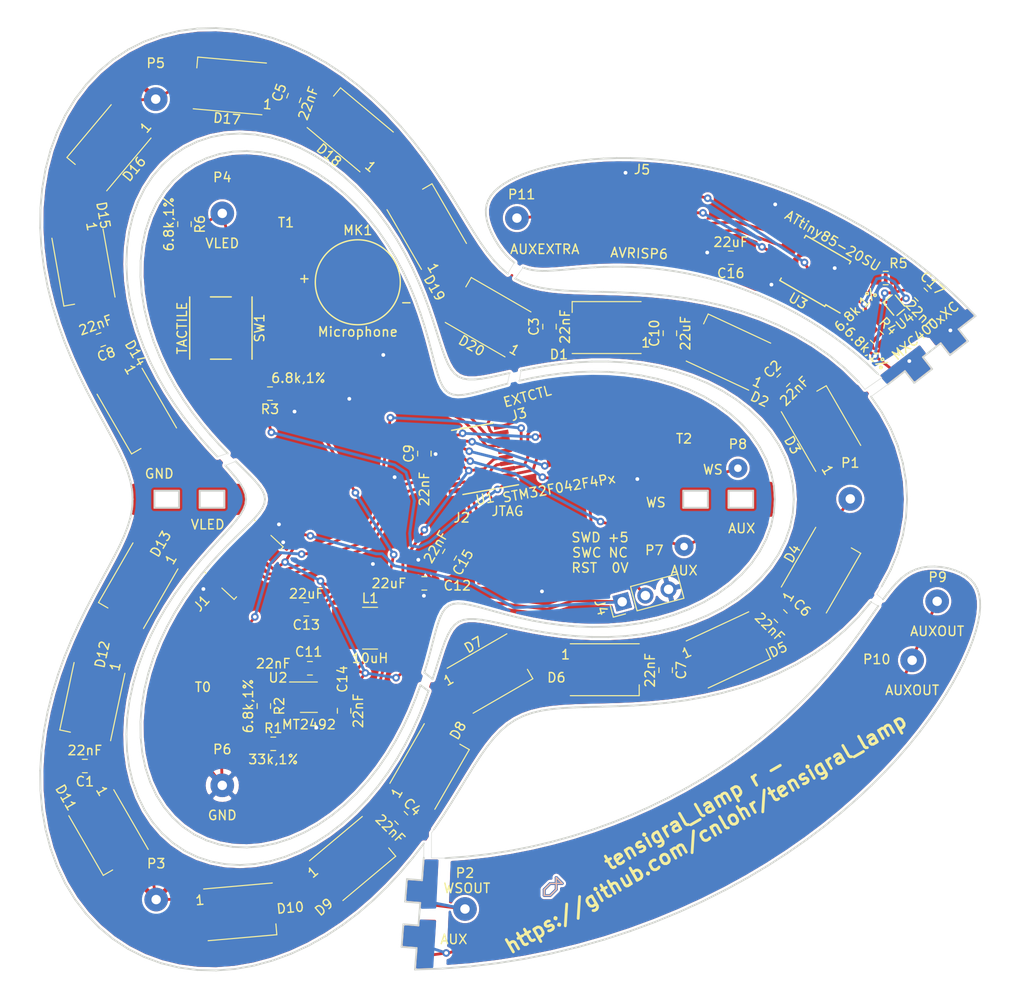
<source format=kicad_pcb>
(kicad_pcb (version 20171130) (host pcbnew "(5.1.4)-1")
  (layers (0 F.Cu signal) (31 B.Cu signal) (34 B.Paste user) (35 F.Paste user) (36 B.SilkS user) (37 F.SilkS user) (38 B.Mask user) (39 F.Mask user) (44 Edge.Cuts user))
  (net 0 "")
  (net 1 GND)
  (net 2 "Net-(D1-Pad2)")
  (net 3 "Net-(D1-Pad4)")
  (net 4 "Net-(D2-Pad2)")
  (net 5 "Net-(D4-Pad2)")
  (net 6 "Net-(D5-Pad2)")
  (net 7 "Net-(D6-Pad2)")
  (net 8 "Net-(D7-Pad2)")
  (net 9 "Net-(D8-Pad2)")
  (net 10 "Net-(D10-Pad4)")
  (net 11 "Net-(D10-Pad2)")
  (net 12 "Net-(D11-Pad2)")
  (net 13 "Net-(D12-Pad2)")
  (net 14 "Net-(D13-Pad2)")
  (net 15 "Net-(D14-Pad2)")
  (net 16 "Net-(D15-Pad2)")
  (net 17 "Net-(D16-Pad2)")
  (net 18 "Net-(D17-Pad2)")
  (net 19 "Net-(D18-Pad2)")
  (net 20 "Net-(D19-Pad2)")
  (net 21 WS2812)
  (net 22 WS2812U)
  (net 23 +3V8)
  (net 24 VLED)
  (net 25 D-)
  (net 26 D+)
  (net 27 "Net-(C11-Pad2)")
  (net 28 "Net-(C11-Pad1)")
  (net 29 VUSB)
  (net 30 NRST)
  (net 31 SWC)
  (net 32 SWD)
  (net 33 PF0)
  (net 34 PF1)
  (net 35 PA4)
  (net 36 PA5)
  (net 37 PA6)
  (net 38 "Net-(R1-Pad1)")
  (net 39 "Net-(R3-Pad2)")
  (net 40 "Net-(T0-Pad1)")
  (net 41 "Net-(T1-Pad1)")
  (net 42 "Net-(T2-Pad1)")
  (net 43 WS2812UM)
  (net 44 AUX)
  (net 45 AUXU)
  (net 46 AUXGND)
  (net 47 AUXEXTRA)
  (net 48 AUXVCC)
  (net 49 "Net-(J5-Pad1)")
  (net 50 "Net-(J5-Pad3)")
  (net 51 "Net-(J5-Pad5)")
  (net 52 ANA_ADC)
  (net 53 ASDA)
  (net 54 ASCL)
  (module kicad:TOUCH_MARK (layer F.Cu) (at 82.75 58.425)
    (fp_text reference T2 (at 0 0.5) (layer F.SilkS))
    (fp_text value TOUCH2)
    (pad 1 smd roundrect (at 0.05 0.075 45) (size 6 6) (layers F.Cu) (roundrect_rratio 0.2) (net 42 "Net-(T2-Pad1)"))
  )
  (module kicad:RIBBON6SMT_POGO_OR_IDC (layer F.Cu) (at 72 57.5 285)
    (fp_text reference J3 (at -2.857843 6.222357 15) (layer F.SilkS))
    (fp_text value EXTCTL (at -4.460165 4.861268 15) (layer F.SilkS))
    (pad 2 smd rect (at -2.54 -2.54 285) (size 1.651 4.191) (layers F.Cu F.Paste F.Mask) (net 34 PF1))
    (pad 4 smd rect (at 0 -2.54 285) (size 1.651 4.191) (layers F.Cu F.Paste F.Mask) (net 33 PF0))
    (pad 6 smd rect (at 2.54 -2.54 285) (size 1.651 4.191) (layers F.Cu F.Paste F.Mask) (net 1 GND))
    (pad 1 smd oval (at -2.54 2.54 285) (size 1.651 4.191) (layers F.Cu F.Paste F.Mask) (net 35 PA4))
    (pad 3 smd rect (at 0 2.54 285) (size 1.651 4.191) (layers F.Cu F.Paste F.Mask) (net 36 PA5))
    (pad 5 smd rect (at 2.54 2.54 285) (size 1.651 4.191) (layers F.Cu F.Paste F.Mask) (net 37 PA6))
  )
  (module Capacitor_SMD:C_0805_2012Metric_Pad1.15x1.40mm_HandSolder (layer F.Cu) (at 19.3 93.6 180)
    (fp_text reference C1 (at 0 -1.65) (layer F.SilkS))
    (fp_text value 22nF (at 0 1.65) (layer F.SilkS))
    (pad 1 smd roundrect (at -1.025 0 180) (size 1.15 1.4) (layers F.Cu F.Paste F.Mask) (roundrect_rratio 0.217391) (net 24 VLED))
    (pad 2 smd roundrect (at 1.025 0 180) (size 1.15 1.4) (layers F.Cu F.Paste F.Mask) (roundrect_rratio 0.217391) (net 1 GND))
  )
  (module Capacitor_SMD:C_0805_2012Metric_Pad1.15x1.40mm_HandSolder (layer F.Cu) (at 93.275216 52.724784 45)
    (fp_text reference C2 (at 0 -1.65 45) (layer F.SilkS))
    (fp_text value 22nF (at 0 1.65 45) (layer F.SilkS))
    (pad 2 smd roundrect (at 1.025 0 45) (size 1.15 1.4) (layers F.Cu F.Paste F.Mask) (roundrect_rratio 0.217391) (net 1 GND))
    (pad 1 smd roundrect (at -1.025 0 45) (size 1.15 1.4) (layers F.Cu F.Paste F.Mask) (roundrect_rratio 0.217391) (net 24 VLED))
  )
  (module Capacitor_SMD:C_0805_2012Metric_Pad1.15x1.40mm_HandSolder (layer F.Cu) (at 68.5 47.05 90)
    (fp_text reference C3 (at 0 -1.65 90) (layer F.SilkS))
    (fp_text value 22nF (at 0 1.65 90) (layer F.SilkS))
    (pad 1 smd roundrect (at -1.025 0 90) (size 1.15 1.4) (layers F.Cu F.Paste F.Mask) (roundrect_rratio 0.217391) (net 24 VLED))
    (pad 2 smd roundrect (at 1.025 0 90) (size 1.15 1.4) (layers F.Cu F.Paste F.Mask) (roundrect_rratio 0.217391) (net 1 GND))
  )
  (module Capacitor_SMD:C_0805_2012Metric_Pad1.15x1.40mm_HandSolder (layer F.Cu) (at 52.8 99.1 315)
    (fp_text reference C4 (at 0 -1.65 135) (layer F.SilkS))
    (fp_text value 22nF (at 0 1.65 135) (layer F.SilkS))
    (pad 2 smd roundrect (at 1.025 0 315) (size 1.15 1.4) (layers F.Cu F.Paste F.Mask) (roundrect_rratio 0.217391) (net 1 GND))
    (pad 1 smd roundrect (at -1.025 0 315) (size 1.15 1.4) (layers F.Cu F.Paste F.Mask) (roundrect_rratio 0.217391) (net 24 VLED))
  )
  (module Capacitor_SMD:C_0805_2012Metric_Pad1.15x1.40mm_HandSolder (layer F.Cu) (at 41.425216 22.824784 70)
    (fp_text reference C5 (at 0 -1.65 70) (layer F.SilkS))
    (fp_text value 22nF (at 0 1.65 70) (layer F.SilkS))
    (pad 1 smd roundrect (at -1.025 0 70) (size 1.15 1.4) (layers F.Cu F.Paste F.Mask) (roundrect_rratio 0.217391) (net 24 VLED))
    (pad 2 smd roundrect (at 1.025 0 70) (size 1.15 1.4) (layers F.Cu F.Paste F.Mask) (roundrect_rratio 0.217391) (net 1 GND))
  )
  (module Capacitor_SMD:C_0805_2012Metric_Pad1.15x1.40mm_HandSolder (layer F.Cu) (at 92.974784 77.724784 315)
    (fp_text reference C6 (at 0.979648 -2.237993 135) (layer F.SilkS))
    (fp_text value 22nF (at 0 1.65 135) (layer F.SilkS))
    (pad 2 smd roundrect (at 1.025 0 315) (size 1.15 1.4) (layers F.Cu F.Paste F.Mask) (roundrect_rratio 0.217391) (net 1 GND))
    (pad 1 smd roundrect (at -1.025 0 315) (size 1.15 1.4) (layers F.Cu F.Paste F.Mask) (roundrect_rratio 0.217391) (net 24 VLED))
  )
  (module Capacitor_SMD:C_0805_2012Metric_Pad1.15x1.40mm_HandSolder (layer F.Cu) (at 80.8 83.45 270)
    (fp_text reference C7 (at 0 -1.65 90) (layer F.SilkS))
    (fp_text value 22nF (at 0 1.65 90) (layer F.SilkS))
    (pad 1 smd roundrect (at -1.025 0 270) (size 1.15 1.4) (layers F.Cu F.Paste F.Mask) (roundrect_rratio 0.217391) (net 24 VLED))
    (pad 2 smd roundrect (at 1.025 0 270) (size 1.15 1.4) (layers F.Cu F.Paste F.Mask) (roundrect_rratio 0.217391) (net 1 GND))
  )
  (module Capacitor_SMD:C_0805_2012Metric_Pad1.15x1.40mm_HandSolder (layer F.Cu) (at 21 48.45 200)
    (fp_text reference C8 (at 0 -1.65 20) (layer F.SilkS))
    (fp_text value 22nF (at 0 1.65 20) (layer F.SilkS))
    (pad 2 smd roundrect (at 1.025 0 200) (size 1.15 1.4) (layers F.Cu F.Paste F.Mask) (roundrect_rratio 0.217391) (net 1 GND))
    (pad 1 smd roundrect (at -1.025 0 200) (size 1.15 1.4) (layers F.Cu F.Paste F.Mask) (roundrect_rratio 0.217391) (net 24 VLED))
  )
  (module Capacitor_SMD:C_0805_2012Metric_Pad1.15x1.40mm_HandSolder (layer F.Cu) (at 55.25 60.5 90)
    (fp_text reference C9 (at 0 -1.65 90) (layer F.SilkS))
    (fp_text value 22nF (at -3.75 0 90) (layer F.SilkS))
    (pad 1 smd roundrect (at -1.025 0 90) (size 1.15 1.4) (layers F.Cu F.Paste F.Mask) (roundrect_rratio 0.217391) (net 23 +3V8))
    (pad 2 smd roundrect (at 1.025 0 90) (size 1.15 1.4) (layers F.Cu F.Paste F.Mask) (roundrect_rratio 0.217391) (net 1 GND))
  )
  (module LED_SMD:LED_WS2812B_PLCC4_5.0x5.0mm_P3.2mm (layer F.Cu) (at 74.55 47.15 180)
    (fp_text reference D1 (at 5.05 -2.85) (layer F.SilkS))
    (fp_text value SK6812W)
    (fp_text user 1 (at -4.15 -1.6) (layer F.SilkS))
    (pad 1 smd rect (at -2.45 -1.6 180) (size 1.5 1) (layers F.Cu F.Paste F.Mask) (net 24 VLED))
    (pad 2 smd rect (at -2.45 1.6 180) (size 1.5 1) (layers F.Cu F.Paste F.Mask) (net 2 "Net-(D1-Pad2)"))
    (pad 4 smd rect (at 2.45 -1.6 180) (size 1.5 1) (layers F.Cu F.Paste F.Mask) (net 3 "Net-(D1-Pad4)"))
    (pad 3 smd rect (at 2.45 1.6 180) (size 1.5 1) (layers F.Cu F.Paste F.Mask) (net 1 GND))
  )
  (module LED_SMD:LED_WS2812B_PLCC4_5.0x5.0mm_P3.2mm (layer F.Cu) (at 87.45 49.75 155)
    (fp_text reference D2 (at -5.103907 -3.136899 155) (layer F.SilkS))
    (fp_text value SK6812W)
    (fp_text user 1 (at -4.15 -1.6 155) (layer F.SilkS))
    (pad 3 smd rect (at 2.45 1.6 155) (size 1.5 1) (layers F.Cu F.Paste F.Mask) (net 1 GND))
    (pad 4 smd rect (at 2.45 -1.6 155) (size 1.5 1) (layers F.Cu F.Paste F.Mask) (net 2 "Net-(D1-Pad2)"))
    (pad 2 smd rect (at -2.45 1.6 155) (size 1.5 1) (layers F.Cu F.Paste F.Mask) (net 4 "Net-(D2-Pad2)"))
    (pad 1 smd rect (at -2.45 -1.6 155) (size 1.5 1) (layers F.Cu F.Paste F.Mask) (net 24 VLED))
  )
  (module LED_SMD:LED_WS2812B_PLCC4_5.0x5.0mm_P3.2mm (layer F.Cu) (at 97.25 57.85 120)
    (fp_text reference D3 (at 0 -3.5 120) (layer F.SilkS))
    (fp_text value SK6812W)
    (fp_text user 1 (at -4.15 -1.6 120) (layer F.SilkS))
    (pad 1 smd rect (at -2.45 -1.6 120) (size 1.5 1) (layers F.Cu F.Paste F.Mask) (net 24 VLED))
    (pad 2 smd rect (at -2.45 1.6 120) (size 1.5 1) (layers F.Cu F.Paste F.Mask))
    (pad 4 smd rect (at 2.45 -1.6 120) (size 1.5 1) (layers F.Cu F.Paste F.Mask) (net 4 "Net-(D2-Pad2)"))
    (pad 3 smd rect (at 2.45 1.6 120) (size 1.5 1) (layers F.Cu F.Paste F.Mask) (net 1 GND))
  )
  (module LED_SMD:LED_WS2812B_PLCC4_5.0x5.0mm_P3.2mm (layer F.Cu) (at 97.25 72.85 60)
    (fp_text reference D4 (at 0 -3.5 60) (layer F.SilkS))
    (fp_text value SK6812W)
    (fp_text user 1 (at -4.15 -1.6 60) (layer F.SilkS))
    (pad 3 smd rect (at 2.45 1.6 60) (size 1.5 1) (layers F.Cu F.Paste F.Mask) (net 1 GND))
    (pad 4 smd rect (at 2.45 -1.6 60) (size 1.5 1) (layers F.Cu F.Paste F.Mask) (net 21 WS2812))
    (pad 2 smd rect (at -2.45 1.6 60) (size 1.5 1) (layers F.Cu F.Paste F.Mask) (net 5 "Net-(D4-Pad2)"))
    (pad 1 smd rect (at -2.45 -1.6 60) (size 1.5 1) (layers F.Cu F.Paste F.Mask) (net 24 VLED))
  )
  (module LED_SMD:LED_WS2812B_PLCC4_5.0x5.0mm_P3.2mm (layer F.Cu) (at 87.45 81.3 25)
    (fp_text reference D5 (at 4.775631 2.204846 25) (layer F.SilkS))
    (fp_text value SK6812W)
    (fp_text user 1 (at -4.15 -1.6 25) (layer F.SilkS))
    (pad 3 smd rect (at 2.45 1.6 25) (size 1.5 1) (layers F.Cu F.Paste F.Mask) (net 1 GND))
    (pad 4 smd rect (at 2.45 -1.6 25) (size 1.5 1) (layers F.Cu F.Paste F.Mask) (net 5 "Net-(D4-Pad2)"))
    (pad 2 smd rect (at -2.45 1.6 25) (size 1.5 1) (layers F.Cu F.Paste F.Mask) (net 6 "Net-(D5-Pad2)"))
    (pad 1 smd rect (at -2.45 -1.6 25) (size 1.5 1) (layers F.Cu F.Paste F.Mask) (net 24 VLED))
  )
  (module LED_SMD:LED_WS2812B_PLCC4_5.0x5.0mm_P3.2mm (layer F.Cu) (at 74.35 83.4)
    (fp_text reference D6 (at -5.12 0.84) (layer F.SilkS))
    (fp_text value SK6812W)
    (fp_text user 1 (at -4.15 -1.6) (layer F.SilkS))
    (pad 1 smd rect (at -2.45 -1.6) (size 1.5 1) (layers F.Cu F.Paste F.Mask) (net 24 VLED))
    (pad 2 smd rect (at -2.45 1.6) (size 1.5 1) (layers F.Cu F.Paste F.Mask) (net 7 "Net-(D6-Pad2)"))
    (pad 4 smd rect (at 2.45 -1.6) (size 1.5 1) (layers F.Cu F.Paste F.Mask) (net 6 "Net-(D5-Pad2)"))
    (pad 3 smd rect (at 2.45 1.6) (size 1.5 1) (layers F.Cu F.Paste F.Mask) (net 1 GND))
  )
  (module LED_SMD:LED_WS2812B_PLCC4_5.0x5.0mm_P3.2mm (layer F.Cu) (at 62.2 83.8 30)
    (fp_text reference D7 (at 0 -3.5 30) (layer F.SilkS))
    (fp_text value SK6812W)
    (fp_text user 1 (at -4.15 -1.6 30) (layer F.SilkS))
    (pad 3 smd rect (at 2.45 1.6 30) (size 1.5 1) (layers F.Cu F.Paste F.Mask) (net 1 GND))
    (pad 4 smd rect (at 2.45 -1.6 30) (size 1.5 1) (layers F.Cu F.Paste F.Mask) (net 7 "Net-(D6-Pad2)"))
    (pad 2 smd rect (at -2.45 1.6 30) (size 1.5 1) (layers F.Cu F.Paste F.Mask) (net 8 "Net-(D7-Pad2)"))
    (pad 1 smd rect (at -2.45 -1.6 30) (size 1.5 1) (layers F.Cu F.Paste F.Mask) (net 24 VLED))
  )
  (module LED_SMD:LED_WS2812B_PLCC4_5.0x5.0mm_P3.2mm (layer F.Cu) (at 55.8 93.65 60)
    (fp_text reference D8 (at 4.809557 0.710397 60) (layer F.SilkS))
    (fp_text value SK6812W)
    (fp_text user 1 (at -4.15 -1.6 60) (layer F.SilkS))
    (pad 1 smd rect (at -2.45 -1.6 60) (size 1.5 1) (layers F.Cu F.Paste F.Mask) (net 24 VLED))
    (pad 2 smd rect (at -2.45 1.6 60) (size 1.5 1) (layers F.Cu F.Paste F.Mask) (net 9 "Net-(D8-Pad2)"))
    (pad 4 smd rect (at 2.45 -1.6 60) (size 1.5 1) (layers F.Cu F.Paste F.Mask) (net 8 "Net-(D7-Pad2)"))
    (pad 3 smd rect (at 2.45 1.6 60) (size 1.5 1) (layers F.Cu F.Paste F.Mask) (net 1 GND))
  )
  (module LED_SMD:LED_WS2812B_PLCC4_5.0x5.0mm_P3.2mm (layer F.Cu) (at 47.65 103.4 40)
    (fp_text reference D9 (at -5.637899 2.005143 40) (layer F.SilkS))
    (fp_text value SK6812W)
    (fp_text user 1 (at -4.15 -1.6 40) (layer F.SilkS))
    (pad 3 smd rect (at 2.45 1.6 40) (size 1.5 1) (layers F.Cu F.Paste F.Mask) (net 1 GND))
    (pad 4 smd rect (at 2.45 -1.6 40) (size 1.5 1) (layers F.Cu F.Paste F.Mask) (net 9 "Net-(D8-Pad2)"))
    (pad 2 smd rect (at -2.45 1.6 40) (size 1.5 1) (layers F.Cu F.Paste F.Mask) (net 10 "Net-(D10-Pad4)"))
    (pad 1 smd rect (at -2.45 -1.6 40) (size 1.5 1) (layers F.Cu F.Paste F.Mask) (net 24 VLED))
  )
  (module LED_SMD:LED_WS2812B_PLCC4_5.0x5.0mm_P3.2mm (layer F.Cu) (at 35.75 109.05 5)
    (fp_text reference D10 (at 5.316437 0.043524 5) (layer F.SilkS))
    (fp_text value SK6812W)
    (fp_text user 1 (at -4.15 -1.6 5) (layer F.SilkS))
    (pad 1 smd rect (at -2.45 -1.6 5) (size 1.5 1) (layers F.Cu F.Paste F.Mask) (net 24 VLED))
    (pad 2 smd rect (at -2.45 1.6 5) (size 1.5 1) (layers F.Cu F.Paste F.Mask) (net 11 "Net-(D10-Pad2)"))
    (pad 4 smd rect (at 2.45 -1.6 5) (size 1.5 1) (layers F.Cu F.Paste F.Mask) (net 10 "Net-(D10-Pad4)"))
    (pad 3 smd rect (at 2.45 1.6 5) (size 1.5 1) (layers F.Cu F.Paste F.Mask) (net 1 GND))
  )
  (module LED_SMD:LED_WS2812B_PLCC4_5.0x5.0mm_P3.2mm (layer F.Cu) (at 21.8 100.65 300)
    (fp_text reference D11 (at -5.467954 2.050775 120) (layer F.SilkS))
    (fp_text value SK6812W)
    (fp_text user 1 (at -4.15 -1.6 120) (layer F.SilkS))
    (pad 3 smd rect (at 2.45 1.6 300) (size 1.5 1) (layers F.Cu F.Paste F.Mask) (net 1 GND))
    (pad 4 smd rect (at 2.45 -1.6 300) (size 1.5 1) (layers F.Cu F.Paste F.Mask) (net 11 "Net-(D10-Pad2)"))
    (pad 2 smd rect (at -2.45 1.6 300) (size 1.5 1) (layers F.Cu F.Paste F.Mask) (net 12 "Net-(D11-Pad2)"))
    (pad 1 smd rect (at -2.45 -1.6 300) (size 1.5 1) (layers F.Cu F.Paste F.Mask) (net 24 VLED))
  )
  (module LED_SMD:LED_WS2812B_PLCC4_5.0x5.0mm_P3.2mm (layer F.Cu) (at 20.09 86.78 258)
    (fp_text reference D12 (at -5.111124 0.002722 78) (layer F.SilkS))
    (fp_text value SK6812W)
    (fp_text user 1 (at -4.15 -1.6 78) (layer F.SilkS))
    (pad 1 smd rect (at -2.45 -1.6 258) (size 1.5 1) (layers F.Cu F.Paste F.Mask) (net 24 VLED))
    (pad 2 smd rect (at -2.45 1.6 258) (size 1.5 1) (layers F.Cu F.Paste F.Mask) (net 13 "Net-(D12-Pad2)"))
    (pad 4 smd rect (at 2.45 -1.6 258) (size 1.5 1) (layers F.Cu F.Paste F.Mask) (net 12 "Net-(D11-Pad2)"))
    (pad 3 smd rect (at 2.45 1.6 258) (size 1.5 1) (layers F.Cu F.Paste F.Mask) (net 1 GND))
  )
  (module LED_SMD:LED_WS2812B_PLCC4_5.0x5.0mm_P3.2mm (layer F.Cu) (at 24.95 74.5 240)
    (fp_text reference D13 (at -5.017832 0.14886 60) (layer F.SilkS))
    (fp_text value SK6812W)
    (fp_text user 1 (at -4.15 -1.6 60) (layer F.SilkS))
    (pad 1 smd rect (at -2.45 -1.6 240) (size 1.5 1) (layers F.Cu F.Paste F.Mask) (net 24 VLED))
    (pad 2 smd rect (at -2.45 1.6 240) (size 1.5 1) (layers F.Cu F.Paste F.Mask) (net 14 "Net-(D13-Pad2)"))
    (pad 4 smd rect (at 2.45 -1.6 240) (size 1.5 1) (layers F.Cu F.Paste F.Mask) (net 13 "Net-(D12-Pad2)"))
    (pad 3 smd rect (at 2.45 1.6 240) (size 1.5 1) (layers F.Cu F.Paste F.Mask) (net 1 GND))
  )
  (module LED_SMD:LED_WS2812B_PLCC4_5.0x5.0mm_P3.2mm (layer F.Cu) (at 24.8 56 300)
    (fp_text reference D14 (at -5.401056 -2.945096 120) (layer F.SilkS))
    (fp_text value SK6812W)
    (fp_text user 1 (at -4.15 -1.6 120) (layer F.SilkS))
    (pad 3 smd rect (at 2.45 1.6 300) (size 1.5 1) (layers F.Cu F.Paste F.Mask) (net 1 GND))
    (pad 4 smd rect (at 2.45 -1.6 300) (size 1.5 1) (layers F.Cu F.Paste F.Mask) (net 14 "Net-(D13-Pad2)"))
    (pad 2 smd rect (at -2.45 1.6 300) (size 1.5 1) (layers F.Cu F.Paste F.Mask) (net 15 "Net-(D14-Pad2)"))
    (pad 1 smd rect (at -2.45 -1.6 300) (size 1.5 1) (layers F.Cu F.Paste F.Mask) (net 24 VLED))
  )
  (module LED_SMD:LED_WS2812B_PLCC4_5.0x5.0mm_P3.2mm (layer F.Cu) (at 19.15 40.8 280)
    (fp_text reference D15 (at -5.101022 -3.031844 100) (layer F.SilkS))
    (fp_text value SK6812W)
    (fp_text user 1 (at -4.15 -1.6 100) (layer F.SilkS))
    (pad 1 smd rect (at -2.45 -1.6 280) (size 1.5 1) (layers F.Cu F.Paste F.Mask) (net 24 VLED))
    (pad 2 smd rect (at -2.45 1.6 280) (size 1.5 1) (layers F.Cu F.Paste F.Mask) (net 16 "Net-(D15-Pad2)"))
    (pad 4 smd rect (at 2.45 -1.6 280) (size 1.5 1) (layers F.Cu F.Paste F.Mask) (net 15 "Net-(D14-Pad2)"))
    (pad 3 smd rect (at 2.45 1.6 280) (size 1.5 1) (layers F.Cu F.Paste F.Mask) (net 1 GND))
  )
  (module LED_SMD:LED_WS2812B_PLCC4_5.0x5.0mm_P3.2mm (layer F.Cu) (at 21.85 28.1 230)
    (fp_text reference D16 (at 0 -3.5 50) (layer F.SilkS))
    (fp_text value SK6812W)
    (fp_text user 1 (at -4.15 -1.6 50) (layer F.SilkS))
    (pad 1 smd rect (at -2.45 -1.6 230) (size 1.5 1) (layers F.Cu F.Paste F.Mask) (net 24 VLED))
    (pad 2 smd rect (at -2.45 1.6 230) (size 1.5 1) (layers F.Cu F.Paste F.Mask) (net 17 "Net-(D16-Pad2)"))
    (pad 4 smd rect (at 2.45 -1.6 230) (size 1.5 1) (layers F.Cu F.Paste F.Mask) (net 16 "Net-(D15-Pad2)"))
    (pad 3 smd rect (at 2.45 1.6 230) (size 1.5 1) (layers F.Cu F.Paste F.Mask) (net 1 GND))
  )
  (module LED_SMD:LED_WS2812B_PLCC4_5.0x5.0mm_P3.2mm (layer F.Cu) (at 34.65 21.55 175)
    (fp_text reference D17 (at 0 -3.5 175) (layer F.SilkS))
    (fp_text value SK6812W)
    (fp_text user 1 (at -4.15 -1.6 175) (layer F.SilkS))
    (pad 1 smd rect (at -2.45 -1.6 175) (size 1.5 1) (layers F.Cu F.Paste F.Mask) (net 24 VLED))
    (pad 2 smd rect (at -2.45 1.6 175) (size 1.5 1) (layers F.Cu F.Paste F.Mask) (net 18 "Net-(D17-Pad2)"))
    (pad 4 smd rect (at 2.45 -1.6 175) (size 1.5 1) (layers F.Cu F.Paste F.Mask) (net 17 "Net-(D16-Pad2)"))
    (pad 3 smd rect (at 2.45 1.6 175) (size 1.5 1) (layers F.Cu F.Paste F.Mask) (net 1 GND))
  )
  (module LED_SMD:LED_WS2812B_PLCC4_5.0x5.0mm_P3.2mm (layer F.Cu) (at 47.4 26.2 140)
    (fp_text reference D18 (at 0 -3.5 140) (layer F.SilkS))
    (fp_text value SK6812W)
    (fp_text user 1 (at -4.15 -1.6 140) (layer F.SilkS))
    (pad 3 smd rect (at 2.45 1.6 140) (size 1.5 1) (layers F.Cu F.Paste F.Mask) (net 1 GND))
    (pad 4 smd rect (at 2.45 -1.6 140) (size 1.5 1) (layers F.Cu F.Paste F.Mask) (net 18 "Net-(D17-Pad2)"))
    (pad 2 smd rect (at -2.45 1.6 140) (size 1.5 1) (layers F.Cu F.Paste F.Mask) (net 19 "Net-(D18-Pad2)"))
    (pad 1 smd rect (at -2.45 -1.6 140) (size 1.5 1) (layers F.Cu F.Paste F.Mask) (net 24 VLED))
  )
  (module LED_SMD:LED_WS2812B_PLCC4_5.0x5.0mm_P3.2mm (layer F.Cu) (at 55.5 36.45 120)
    (fp_text reference D19 (at -6.029165 -2.55718 120) (layer F.SilkS))
    (fp_text value SK6812W)
    (fp_text user 1 (at -4.15 -1.6 120) (layer F.SilkS))
    (pad 1 smd rect (at -2.45 -1.6 120) (size 1.5 1) (layers F.Cu F.Paste F.Mask) (net 24 VLED))
    (pad 2 smd rect (at -2.45 1.6 120) (size 1.5 1) (layers F.Cu F.Paste F.Mask) (net 20 "Net-(D19-Pad2)"))
    (pad 4 smd rect (at 2.45 -1.6 120) (size 1.5 1) (layers F.Cu F.Paste F.Mask) (net 19 "Net-(D18-Pad2)"))
    (pad 3 smd rect (at 2.45 1.6 120) (size 1.5 1) (layers F.Cu F.Paste F.Mask) (net 1 GND))
  )
  (module LED_SMD:LED_WS2812B_PLCC4_5.0x5.0mm_P3.2mm (layer F.Cu) (at 62 46.05 150)
    (fp_text reference D20 (at 0 -3.5 150) (layer F.SilkS))
    (fp_text value SK6812W)
    (fp_text user 1 (at -4.15 -1.6 150) (layer F.SilkS))
    (pad 3 smd rect (at 2.45 1.6 150) (size 1.5 1) (layers F.Cu F.Paste F.Mask) (net 1 GND))
    (pad 4 smd rect (at 2.45 -1.6 150) (size 1.5 1) (layers F.Cu F.Paste F.Mask) (net 20 "Net-(D19-Pad2)"))
    (pad 2 smd rect (at -2.45 1.6 150) (size 1.5 1) (layers F.Cu F.Paste F.Mask) (net 3 "Net-(D1-Pad4)"))
    (pad 1 smd rect (at -2.45 -1.6 150) (size 1.5 1) (layers F.Cu F.Paste F.Mask) (net 24 VLED))
  )
  (module Connector_USB:USB_Micro-B_Molex_47346-0001 (layer F.Cu) (at 36.45 72 227)
    (fp_text reference J1 (at 6.455474 0.529671 227) (layer F.SilkS))
    (fp_text value USB_B_Micro)
    (pad 1 smd rect (at -1.3 -1.46 227) (size 0.42 1.38) (layers F.Cu F.Paste F.Mask) (net 29 VUSB))
    (pad 2 smd rect (at -0.65 -1.46 227) (size 0.42 1.38) (layers F.Cu F.Paste F.Mask) (net 25 D-))
    (pad 3 smd rect (at 0.000001 -1.46 227) (size 0.42 1.38) (layers F.Cu F.Paste F.Mask) (net 26 D+))
    (pad 4 smd rect (at 0.650001 -1.46 227) (size 0.42 1.38) (layers F.Cu F.Paste F.Mask))
    (pad 5 smd rect (at 1.299999 -1.46 227) (size 0.42 1.38) (layers F.Cu F.Paste F.Mask) (net 1 GND))
    (pad 6 smd rect (at -2.4625 -1.1 227) (size 1.475 2.1) (layers F.Cu F.Paste F.Mask) (net 1 GND))
    (pad 6 smd rect (at 2.4625 -1.1 227) (size 1.475 2.1) (layers F.Cu F.Paste F.Mask) (net 1 GND))
    (pad 6 smd rect (at -2.91 1.2 227) (size 2.375 1.9) (layers F.Cu F.Paste F.Mask) (net 1 GND))
    (pad 6 smd rect (at 2.91 1.2 227) (size 2.375 1.9) (layers F.Cu F.Paste F.Mask) (net 1 GND))
    (pad 6 smd rect (at -0.84 1.2 227) (size 1.175 1.9) (layers F.Cu F.Paste F.Mask) (net 1 GND))
    (pad 6 smd rect (at 0.84 1.2 227) (size 1.175 1.9) (layers F.Cu F.Paste F.Mask) (net 1 GND))
  )
  (module Package_SO:TSSOP-20_4.4x6.5mm_P0.65mm (layer F.Cu) (at 60.92551 61.052075 190)
    (fp_text reference U1 (at 0 -4.3 10) (layer F.SilkS))
    (fp_text value STM32F042F4Px (at -7.906275 -4.539805 10) (layer F.SilkS))
    (pad 1 smd rect (at -2.95 -2.925 190) (size 1.45 0.45) (layers F.Cu F.Paste F.Mask) (net 39 "Net-(R3-Pad2)"))
    (pad 2 smd rect (at -2.95 -2.275 190) (size 1.45 0.45) (layers F.Cu F.Paste F.Mask) (net 33 PF0))
    (pad 3 smd rect (at -2.95 -1.625 190) (size 1.45 0.45) (layers F.Cu F.Paste F.Mask) (net 34 PF1))
    (pad 4 smd rect (at -2.95 -0.975 190) (size 1.45 0.45) (layers F.Cu F.Paste F.Mask) (net 30 NRST))
    (pad 5 smd rect (at -2.95 -0.325 190) (size 1.45 0.45) (layers F.Cu F.Paste F.Mask) (net 23 +3V8))
    (pad 6 smd rect (at -2.95 0.325 190) (size 1.45 0.45) (layers F.Cu F.Paste F.Mask) (net 40 "Net-(T0-Pad1)"))
    (pad 7 smd rect (at -2.95 0.975 190) (size 1.45 0.45) (layers F.Cu F.Paste F.Mask) (net 41 "Net-(T1-Pad1)"))
    (pad 8 smd rect (at -2.95 1.625 190) (size 1.45 0.45) (layers F.Cu F.Paste F.Mask) (net 52 ANA_ADC))
    (pad 9 smd rect (at -2.95 2.275 190) (size 1.45 0.45) (layers F.Cu F.Paste F.Mask) (net 42 "Net-(T2-Pad1)"))
    (pad 10 smd rect (at -2.95 2.925 190) (size 1.45 0.45) (layers F.Cu F.Paste F.Mask) (net 35 PA4))
    (pad 11 smd rect (at 2.95 2.925 190) (size 1.45 0.45) (layers F.Cu F.Paste F.Mask) (net 36 PA5))
    (pad 12 smd rect (at 2.95 2.275 190) (size 1.45 0.45) (layers F.Cu F.Paste F.Mask) (net 37 PA6))
    (pad 13 smd rect (at 2.95 1.625 190) (size 1.45 0.45) (layers F.Cu F.Paste F.Mask) (net 22 WS2812U))
    (pad 14 smd rect (at 2.95 0.975 190) (size 1.45 0.45) (layers F.Cu F.Paste F.Mask) (net 44 AUX))
    (pad 15 smd rect (at 2.95 0.325 190) (size 1.45 0.45) (layers F.Cu F.Paste F.Mask) (net 1 GND))
    (pad 16 smd rect (at 2.95 -0.325 190) (size 1.45 0.45) (layers F.Cu F.Paste F.Mask) (net 23 +3V8))
    (pad 17 smd rect (at 2.95 -0.975 190) (size 1.45 0.45) (layers F.Cu F.Paste F.Mask) (net 25 D-))
    (pad 18 smd rect (at 2.95 -1.625 190) (size 1.45 0.45) (layers F.Cu F.Paste F.Mask) (net 26 D+))
    (pad 19 smd rect (at 2.95 -2.275 190) (size 1.45 0.45) (layers F.Cu F.Paste F.Mask) (net 32 SWD))
    (pad 20 smd rect (at 2.95 -2.925 190) (size 1.45 0.45) (layers F.Cu F.Paste F.Mask) (net 31 SWC))
  )
  (module Capacitor_SMD:C_0805_2012Metric_Pad1.15x1.40mm_HandSolder (layer F.Cu) (at 81.25 47.75 90)
    (fp_text reference C10 (at 0 -1.65 90) (layer F.SilkS))
    (fp_text value 22uF (at 0 1.65 90) (layer F.SilkS))
    (pad 2 smd roundrect (at 1.025 0 90) (size 1.15 1.4) (layers F.Cu F.Paste F.Mask) (roundrect_rratio 0.217391) (net 1 GND))
    (pad 1 smd roundrect (at -1.025 0 90) (size 1.15 1.4) (layers F.Cu F.Paste F.Mask) (roundrect_rratio 0.217391) (net 24 VLED))
  )
  (module Capacitor_SMD:C_0805_2012Metric_Pad1.15x1.40mm_HandSolder (layer F.Cu) (at 43.13 83.25)
    (fp_text reference C11 (at -0.13 -1.75) (layer F.SilkS))
    (fp_text value 22nF (at -3.88 -0.5) (layer F.SilkS))
    (pad 2 smd roundrect (at 1.025 0) (size 1.15 1.4) (layers F.Cu F.Paste F.Mask) (roundrect_rratio 0.217391) (net 27 "Net-(C11-Pad2)"))
    (pad 1 smd roundrect (at -1.025 0) (size 1.15 1.4) (layers F.Cu F.Paste F.Mask) (roundrect_rratio 0.217391) (net 28 "Net-(C11-Pad1)"))
  )
  (module Capacitor_SMD:C_0805_2012Metric_Pad1.15x1.40mm_HandSolder (layer F.Cu) (at 55.245 74.25)
    (fp_text reference C12 (at 3.5 0.25) (layer F.SilkS))
    (fp_text value 22uF (at -3.75 0) (layer F.SilkS))
    (pad 1 smd roundrect (at -1.025 0) (size 1.15 1.4) (layers F.Cu F.Paste F.Mask) (roundrect_rratio 0.217391) (net 23 +3V8))
    (pad 2 smd roundrect (at 1.025 0) (size 1.15 1.4) (layers F.Cu F.Paste F.Mask) (roundrect_rratio 0.217391) (net 1 GND))
  )
  (module Capacitor_SMD:C_0805_2012Metric_Pad1.15x1.40mm_HandSolder (layer F.Cu) (at 42.75 77 180)
    (fp_text reference C13 (at 0 -1.65) (layer F.SilkS))
    (fp_text value 22uF (at 0 1.65) (layer F.SilkS))
    (pad 1 smd roundrect (at -1.025 0 180) (size 1.15 1.4) (layers F.Cu F.Paste F.Mask) (roundrect_rratio 0.217391) (net 29 VUSB))
    (pad 2 smd roundrect (at 1.025 0 180) (size 1.15 1.4) (layers F.Cu F.Paste F.Mask) (roundrect_rratio 0.217391) (net 1 GND))
  )
  (module Capacitor_SMD:C_0805_2012Metric_Pad1.15x1.40mm_HandSolder (layer F.Cu) (at 46.75 87.75 270)
    (fp_text reference C14 (at -3.358757 0.176777 90) (layer F.SilkS))
    (fp_text value 22nF (at 0 -1.5 90) (layer F.SilkS))
    (pad 2 smd roundrect (at 1.025 0 270) (size 1.15 1.4) (layers F.Cu F.Paste F.Mask) (roundrect_rratio 0.217391) (net 1 GND))
    (pad 1 smd roundrect (at -1.025 0 270) (size 1.15 1.4) (layers F.Cu F.Paste F.Mask) (roundrect_rratio 0.217391) (net 29 VUSB))
  )
  (module Capacitor_SMD:C_0805_2012Metric_Pad1.15x1.40mm_HandSolder (layer F.Cu) (at 57.9125 71.212324 240)
    (fp_text reference C15 (at 0 -1.65 60) (layer F.SilkS))
    (fp_text value 22nF (at 0 1.65 60) (layer F.SilkS))
    (pad 1 smd roundrect (at -1.025 0 240) (size 1.15 1.4) (layers F.Cu F.Paste F.Mask) (roundrect_rratio 0.217391) (net 30 NRST))
    (pad 2 smd roundrect (at 1.025 0 240) (size 1.15 1.4) (layers F.Cu F.Paste F.Mask) (roundrect_rratio 0.217391) (net 1 GND))
  )
  (module kicad:RIBBON6SMT_POGO_OR_IDC (layer F.Cu) (at 65.5 71 270)
    (fp_text reference J2 (at -3.7 6.3) (layer F.SilkS))
    (fp_text value JTAG (at -4.4 1.45) (layer F.SilkS))
    (pad 5 smd rect (at 2.54 2.54 270) (size 1.651 4.191) (layers F.Cu F.Paste F.Mask) (net 30 NRST))
    (pad 3 smd rect (at 0 2.54 270) (size 1.651 4.191) (layers F.Cu F.Paste F.Mask) (net 31 SWC))
    (pad 1 smd oval (at -2.54 2.54 270) (size 1.651 4.191) (layers F.Cu F.Paste F.Mask) (net 32 SWD))
    (pad 6 smd rect (at 2.54 -2.54 270) (size 1.651 4.191) (layers F.Cu F.Paste F.Mask) (net 1 GND))
    (pad 4 smd rect (at 0 -2.54 270) (size 1.651 4.191) (layers F.Cu F.Paste F.Mask))
    (pad 2 smd rect (at -2.54 -2.54 270) (size 1.651 4.191) (layers F.Cu F.Paste F.Mask) (net 29 VUSB))
  )
  (module Inductor_SMD:L_2816_7142Metric (layer F.Cu) (at 49.5 79)
    (fp_text reference L1 (at 0 -3.18) (layer F.SilkS))
    (fp_text value 10uH (at 0 3.18) (layer F.SilkS))
    (pad 1 smd roundrect (at -2.5125 0) (size 3.025 4.45) (layers F.Cu F.Paste F.Mask) (roundrect_rratio 0.082645) (net 27 "Net-(C11-Pad2)"))
    (pad 2 smd roundrect (at 2.5125 0) (size 3.025 4.45) (layers F.Cu F.Paste F.Mask) (roundrect_rratio 0.082645) (net 23 +3V8))
  )
  (module Resistor_SMD:R_0805_2012Metric_Pad1.15x1.40mm_HandSolder (layer F.Cu) (at 39.25 91.25)
    (fp_text reference R1 (at 0 -1.65) (layer F.SilkS))
    (fp_text value 33k,1% (at 0 1.65) (layer F.SilkS))
    (pad 2 smd roundrect (at 1.025 0) (size 1.15 1.4) (layers F.Cu F.Paste F.Mask) (roundrect_rratio 0.217391) (net 23 +3V8))
    (pad 1 smd roundrect (at -1.025 0) (size 1.15 1.4) (layers F.Cu F.Paste F.Mask) (roundrect_rratio 0.217391) (net 38 "Net-(R1-Pad1)"))
  )
  (module Resistor_SMD:R_0805_2012Metric_Pad1.15x1.40mm_HandSolder (layer F.Cu) (at 38.25 87.25 270)
    (fp_text reference R2 (at 0 -1.65 90) (layer F.SilkS))
    (fp_text value 6.8k,1% (at 0 1.65 90) (layer F.SilkS))
    (pad 1 smd roundrect (at -1.025 0 270) (size 1.15 1.4) (layers F.Cu F.Paste F.Mask) (roundrect_rratio 0.217391) (net 1 GND))
    (pad 2 smd roundrect (at 1.025 0 270) (size 1.15 1.4) (layers F.Cu F.Paste F.Mask) (roundrect_rratio 0.217391) (net 38 "Net-(R1-Pad1)"))
  )
  (module Resistor_SMD:R_0805_2012Metric_Pad1.15x1.40mm_HandSolder (layer F.Cu) (at 38.9 54.15 180)
    (fp_text reference R3 (at 0 -1.65) (layer F.SilkS))
    (fp_text value 6.8k,1% (at -3.01 1.65) (layer F.SilkS))
    (pad 1 smd roundrect (at -1.025 0 180) (size 1.15 1.4) (layers F.Cu F.Paste F.Mask) (roundrect_rratio 0.217391) (net 1 GND))
    (pad 2 smd roundrect (at 1.025 0 180) (size 1.15 1.4) (layers F.Cu F.Paste F.Mask) (roundrect_rratio 0.217391) (net 39 "Net-(R3-Pad2)"))
  )
  (module kicad:TACTILE10B (layer F.Cu) (at 33.7 47.2 270)
    (fp_text reference SW1 (at 0 -4.1 90) (layer F.SilkS))
    (fp_text value TACTILE (at 0 4.1 90) (layer F.SilkS))
    (pad 1 smd rect (at -4.1 -2.25 270) (size 2 1.3) (layers F.Cu F.Paste F.Mask) (net 23 +3V8))
    (pad 2 smd rect (at -4.1 2.25 270) (size 2 1.3) (layers F.Cu F.Paste F.Mask))
    (pad 4 smd rect (at 4.1 2.25 270) (size 2 1.3) (layers F.Cu F.Paste F.Mask) (net 39 "Net-(R3-Pad2)"))
    (pad 3 smd rect (at 4.1 -2.25 270) (size 2 1.3) (layers F.Cu F.Paste F.Mask))
  )
  (module kicad:TOUCH_MARK (layer F.Cu) (at 31.8 84.75)
    (fp_text reference T0 (at 0 0.5) (layer F.SilkS))
    (fp_text value TOUCH0)
    (pad 1 smd roundrect (at 0.05 0.075 45) (size 6 6) (layers F.Cu) (roundrect_rratio 0.2) (net 40 "Net-(T0-Pad1)"))
  )
  (module kicad:TOUCH_MARK (layer F.Cu) (at 40.6 35.525)
    (fp_text reference T1 (at 0 0.5) (layer F.SilkS))
    (fp_text value TOUCH1)
    (pad 1 smd roundrect (at 0.05 0.075 45) (size 6 6) (layers F.Cu) (roundrect_rratio 0.2) (net 41 "Net-(T1-Pad1)"))
  )
  (module Package_TO_SOT_SMD:SOT-23-6_Handsoldering (layer F.Cu) (at 43.02 86.31)
    (fp_text reference U2 (at -3.27 -2.06) (layer F.SilkS))
    (fp_text value MT2492 (at 0 2.9) (layer F.SilkS))
    (pad 1 smd rect (at -1.35 -0.95) (size 1.56 0.65) (layers F.Cu F.Paste F.Mask) (net 28 "Net-(C11-Pad1)"))
    (pad 2 smd rect (at -1.35 0) (size 1.56 0.65) (layers F.Cu F.Paste F.Mask) (net 1 GND))
    (pad 3 smd rect (at -1.35 0.95) (size 1.56 0.65) (layers F.Cu F.Paste F.Mask) (net 38 "Net-(R1-Pad1)"))
    (pad 4 smd rect (at 1.35 0.95) (size 1.56 0.65) (layers F.Cu F.Paste F.Mask) (net 29 VUSB))
    (pad 6 smd rect (at 1.35 -0.95) (size 1.56 0.65) (layers F.Cu F.Paste F.Mask) (net 27 "Net-(C11-Pad2)"))
    (pad 5 smd rect (at 1.35 0) (size 1.56 0.65) (layers F.Cu F.Paste F.Mask) (net 29 VUSB))
  )
  (module Connector_PinHeader_2.54mm:PinHeader_1x03_P2.54mm_Vertical (layer F.Cu) (at 76.2 76.2 105)
    (fp_text reference J4 (at 0 -2.33 105) (layer F.SilkS))
    (fp_text value WSOUT)
    (pad 1 thru_hole rect (at 0 0 105) (size 1.7 1.7) (drill 1) (layers *.Cu *.Mask) (net 29 VUSB))
    (pad 2 thru_hole oval (at 0 2.54 105) (size 1.7 1.7) (drill 1) (layers *.Cu *.Mask) (net 22 WS2812U))
    (pad 3 thru_hole oval (at 0 5.08 105) (size 1.7 1.7) (drill 1) (layers *.Cu *.Mask) (net 1 GND))
  )
  (module Connector_Wire:SolderWirePad_1x01_Drill1mm (layer F.Cu) (at 100.35 65.3)
    (fp_text reference P1 (at 0 -3.81) (layer F.SilkS))
    (fp_text value WSIN)
    (pad 1 thru_hole circle (at 0 0) (size 2.49936 2.49936) (drill 1.00076) (layers *.Cu *.Mask) (net 21 WS2812))
  )
  (module Connector_Wire:SolderWirePad_1x01_Drill1mm (layer F.Cu) (at 59.55 108.75)
    (fp_text reference P2 (at 0 -3.81) (layer F.SilkS))
    (fp_text value WSOUT (at 0.2 -2.2) (layer F.SilkS))
    (pad 1 thru_hole circle (at 0 0) (size 2.49936 2.49936) (drill 1.00076) (layers *.Cu *.Mask) (net 43 WS2812UM))
  )
  (module Connector_Wire:SolderWirePad_1x01_Drill1mm (layer F.Cu) (at 26.85 107.75)
    (fp_text reference P3 (at 0 -3.81) (layer F.SilkS))
    (fp_text value VLED)
    (pad 1 thru_hole circle (at 0 0) (size 2.49936 2.49936) (drill 1.00076) (layers *.Cu *.Mask) (net 24 VLED))
  )
  (module Connector_Wire:SolderWirePad_1x01_Drill1mm (layer F.Cu) (at 33.85 35.05)
    (fp_text reference P4 (at 0 -3.81) (layer F.SilkS))
    (fp_text value VLED (at 0 3.175) (layer F.SilkS))
    (pad 1 thru_hole circle (at 0 0) (size 2.49936 2.49936) (drill 1.00076) (layers *.Cu *.Mask) (net 23 +3V8))
  )
  (module Connector_Wire:SolderWirePad_1x01_Drill1mm (layer F.Cu) (at 26.8 22.95)
    (fp_text reference P5 (at 0 -3.81) (layer F.SilkS))
    (fp_text value GND)
    (pad 1 thru_hole circle (at 0 0) (size 2.49936 2.49936) (drill 1.00076) (layers *.Cu *.Mask) (net 1 GND))
  )
  (module Connector_Wire:SolderWirePad_1x01_Drill1mm (layer F.Cu) (at 33.85 95.65)
    (fp_text reference P6 (at 0 -3.81) (layer F.SilkS))
    (fp_text value GND (at 0 3.175) (layer F.SilkS))
    (pad 1 thru_hole circle (at 0 0) (size 2.49936 2.49936) (drill 1.00076) (layers *.Cu *.Mask) (net 1 GND))
  )
  (module Connector_Wire:SolderWirePad_1x01_Drill0.8mm (layer F.Cu) (at 82.75 70.35)
    (fp_text reference P7 (at -3.15 0.4) (layer F.SilkS))
    (fp_text value AUX (at 0 2.54) (layer F.SilkS))
    (pad 1 thru_hole circle (at 0 0) (size 1.99898 1.99898) (drill 0.8001) (layers *.Cu *.Mask) (net 44 AUX))
  )
  (module Connector_Wire:SolderWirePad_1x01_Drill0.8mm (layer F.Cu) (at 88.45 62.05)
    (fp_text reference P8 (at 0 -2.54) (layer F.SilkS))
    (fp_text value WS (at -2.65 0.15) (layer F.SilkS))
    (pad 1 thru_hole circle (at 0 0) (size 1.99898 1.99898) (drill 0.8001) (layers *.Cu *.Mask) (net 22 WS2812U))
  )
  (module Connector_Wire:SolderWirePad_1x01_Drill1mm (layer F.Cu) (at 109.55 76.15)
    (fp_text reference P9 (at 0.05 -2.55) (layer F.SilkS))
    (fp_text value AUXOUT (at 0 3.175) (layer F.SilkS))
    (pad 1 thru_hole circle (at 0 0) (size 2.49936 2.49936) (drill 1.00076) (layers *.Cu *.Mask) (net 45 AUXU))
  )
  (module Package_SO:SOIJ-8_5.3x5.3mm_P1.27mm (layer F.Cu) (at 96.65 41.15 150)
    (fp_text reference U3 (at 0 -3.68 150) (layer F.SilkS))
    (fp_text value ATtiny85-20SU (at 0 3.68 150) (layer F.SilkS))
    (pad 1 smd rect (at -3.65 -1.905 150) (size 1.7 0.65) (layers F.Cu F.Paste F.Mask) (net 51 "Net-(J5-Pad5)"))
    (pad 2 smd rect (at -3.65 -0.635 150) (size 1.7 0.65) (layers F.Cu F.Paste F.Mask) (net 53 ASDA))
    (pad 3 smd rect (at -3.65 0.635 150) (size 1.7 0.65) (layers F.Cu F.Paste F.Mask) (net 54 ASCL))
    (pad 4 smd rect (at -3.65 1.905 150) (size 1.7 0.65) (layers F.Cu F.Paste F.Mask) (net 46 AUXGND))
    (pad 5 smd rect (at 3.65 1.905 150) (size 1.7 0.65) (layers F.Cu F.Paste F.Mask) (net 47 AUXEXTRA))
    (pad 6 smd rect (at 3.65 0.635 150) (size 1.7 0.65) (layers F.Cu F.Paste F.Mask) (net 49 "Net-(J5-Pad1)"))
    (pad 7 smd rect (at 3.65 -0.635 150) (size 1.7 0.65) (layers F.Cu F.Paste F.Mask) (net 50 "Net-(J5-Pad3)"))
    (pad 8 smd rect (at 3.65 -1.905 150) (size 1.7 0.65) (layers F.Cu F.Paste F.Mask) (net 48 AUXVCC))
  )
  (module Connector_Wire:SolderWirePad_1x01_Drill1mm (layer F.Cu) (at 106.9 82.4)
    (fp_text reference P10 (at -3.75 -0.1) (layer F.SilkS))
    (fp_text value AUXOUT (at 0 3.175) (layer F.SilkS))
    (pad 1 thru_hole circle (at 0 0) (size 2.49936 2.49936) (drill 1.00076) (layers *.Cu *.Mask) (net 45 AUXU))
  )
  (module kicad:RIBBON6SMT_POGO_OR_IDC (layer F.Cu) (at 78.15 34.85 88)
    (fp_text reference J5 (at 4.445001 0 178) (layer F.SilkS))
    (fp_text value AVRISP6 (at -4.445001 0 178) (layer F.SilkS))
    (pad 2 smd rect (at -2.54 -2.54 88) (size 1.651 4.191) (layers F.Cu F.Paste F.Mask) (net 48 AUXVCC))
    (pad 4 smd rect (at 0 -2.54 88) (size 1.651 4.191) (layers F.Cu F.Paste F.Mask) (net 47 AUXEXTRA))
    (pad 6 smd rect (at 2.54 -2.54 88) (size 1.651 4.191) (layers F.Cu F.Paste F.Mask) (net 46 AUXGND))
    (pad 1 smd oval (at -2.54 2.54 88) (size 1.651 4.191) (layers F.Cu F.Paste F.Mask) (net 49 "Net-(J5-Pad1)"))
    (pad 3 smd rect (at 0 2.54 88) (size 1.651 4.191) (layers F.Cu F.Paste F.Mask) (net 50 "Net-(J5-Pad3)"))
    (pad 5 smd rect (at 2.54 2.54 88) (size 1.651 4.191) (layers F.Cu F.Paste F.Mask) (net 51 "Net-(J5-Pad5)"))
  )
  (module kicad:9mmELECTRET_MIC_SMT (layer F.Cu) (at 48.2 42.35 180)
    (fp_text reference MK1 (at 0 5.5) (layer F.SilkS))
    (fp_text value Microphone (at 0 -5.25) (layer F.SilkS))
    (pad 2 smd circle (at 1.75 0 180) (size 2 2) (layers F.Cu F.Paste F.Mask) (net 52 ANA_ADC))
    (pad 1 smd circle (at -1.75 0 180) (size 2 2) (layers F.Cu F.Paste F.Mask) (net 1 GND))
  )
  (module Capacitor_SMD:C_0805_2012Metric_Pad1.15x1.40mm_HandSolder (layer F.Cu) (at 87.7 39.75 180)
    (fp_text reference C16 (at 0 -1.65) (layer F.SilkS))
    (fp_text value 22uF (at 0 1.65) (layer F.SilkS))
    (pad 2 smd roundrect (at 1.025 0 180) (size 1.15 1.4) (layers F.Cu F.Paste F.Mask) (roundrect_rratio 0.217391) (net 46 AUXGND))
    (pad 1 smd roundrect (at -1.025 0 180) (size 1.15 1.4) (layers F.Cu F.Paste F.Mask) (roundrect_rratio 0.217391) (net 48 AUXVCC))
  )
  (module Capacitor_SMD:C_0805_2012Metric_Pad1.15x1.40mm_HandSolder (layer F.Cu) (at 107.85 43.65 315)
    (fp_text reference C17 (at 0 -1.65 135) (layer F.SilkS))
    (fp_text value 22nF (at 1.414214 1.555635 135) (layer F.SilkS))
    (pad 1 smd roundrect (at -1.025 0 315) (size 1.15 1.4) (layers F.Cu F.Paste F.Mask) (roundrect_rratio 0.217391) (net 48 AUXVCC))
    (pad 2 smd roundrect (at 1.025 0 315) (size 1.15 1.4) (layers F.Cu F.Paste F.Mask) (roundrect_rratio 0.217391) (net 46 AUXGND))
  )
  (module Resistor_SMD:R_0805_2012Metric_Pad1.15x1.40mm_HandSolder (layer F.Cu) (at 103.174784 48.174784 315)
    (fp_text reference R4 (at 0 -1.65 135) (layer F.SilkS))
    (fp_text value 6.8k,1% (at 0 1.65 135) (layer F.SilkS))
    (pad 1 smd roundrect (at -1.025 0 315) (size 1.15 1.4) (layers F.Cu F.Paste F.Mask) (roundrect_rratio 0.217391) (net 53 ASDA))
    (pad 2 smd roundrect (at 1.025 0 315) (size 1.15 1.4) (layers F.Cu F.Paste F.Mask) (roundrect_rratio 0.217391) (net 48 AUXVCC))
  )
  (module Resistor_SMD:R_0805_2012Metric_Pad1.15x1.40mm_HandSolder (layer F.Cu) (at 104.1 41.9 180)
    (fp_text reference R5 (at -1.35 1.55) (layer F.SilkS))
    (fp_text value 6.8k,1% (at 3.15 -3.4 45) (layer F.SilkS))
    (pad 2 smd roundrect (at 1.025 0 180) (size 1.15 1.4) (layers F.Cu F.Paste F.Mask) (roundrect_rratio 0.217391) (net 54 ASCL))
    (pad 1 smd roundrect (at -1.025 0 180) (size 1.15 1.4) (layers F.Cu F.Paste F.Mask) (roundrect_rratio 0.217391) (net 48 AUXVCC))
  )
  (module Resistor_SMD:R_0805_2012Metric_Pad1.15x1.40mm_HandSolder (layer F.Cu) (at 29.845 36.195 270)
    (fp_text reference R6 (at 0 -1.65 90) (layer F.SilkS))
    (fp_text value 6.8k,1% (at 0 1.65 90) (layer F.SilkS))
    (pad 1 smd roundrect (at -1.025 0 270) (size 1.15 1.4) (layers F.Cu F.Paste F.Mask) (roundrect_rratio 0.217391) (net 52 ANA_ADC))
    (pad 2 smd roundrect (at 1.025 0 270) (size 1.15 1.4) (layers F.Cu F.Paste F.Mask) (roundrect_rratio 0.217391) (net 23 +3V8))
  )
  (module kicad:MXC400xXC (layer F.Cu) (at 105.037095 44.777675 40)
    (fp_text reference U4 (at -0.25 2 40) (layer F.SilkS))
    (fp_text value MXC400xXC (at 0.749653 4.182777 40) (layer F.SilkS))
    (pad 1 smd roundrect (at -0.25 -0.5 40) (size 0.3 0.3) (layers F.Cu F.Paste F.Mask) (net 54 ASCL))
    (pad 2 smd roundrect (at -0.25 0 40) (size 0.3 0.3) (layers F.Cu F.Paste F.Mask))
    (pad 3 smd roundrect (at -0.25 0.5 40) (size 0.3 0.3) (layers F.Cu F.Paste F.Mask) (net 46 AUXGND))
    (pad 4 smd roundrect (at 0.25 0.5 40) (size 0.3 0.3) (layers F.Cu F.Paste F.Mask))
    (pad 5 smd roundrect (at 0.25 0 40) (size 0.3 0.3) (layers F.Cu F.Paste F.Mask) (net 53 ASDA))
    (pad 6 smd roundrect (at 0.25 -0.5 40) (size 0.3 0.3) (layers F.Cu F.Paste F.Mask) (net 48 AUXVCC))
  )
  (module Connector_Wire:SolderWirePad_1x01_Drill1mm (layer F.Cu) (at 65.05 35.55)
    (fp_text reference P11 (at 0.5 -2.5) (layer F.SilkS))
    (fp_text value AUXEXTRA (at 2.95 3.3) (layer F.SilkS))
    (pad 1 thru_hole circle (at 0 0) (size 2.49936 2.49936) (drill 1.00076) (layers *.Cu *.Mask) (net 47 AUXEXTRA))
  )
  (gr_text AUX (at 58.3692 111.9632) (layer F.SilkS) (effects (font (size 1 1))))
  (gr_text AUX (at 88.8492 68.4276) (layer F.SilkS) (effects (font (size 1 1))))
  (gr_text WS (at 79.756 65.6844) (layer F.SilkS) (effects (font (size 1 1))))
  (gr_text VLED (at 32.3088 68.0212) (layer F.SilkS) (effects (font (size 1 1))))
  (gr_text GND (at 27.178 62.6364) (layer F.SilkS) (effects (font (size 1 1))))
  (gr_text - (at 53.34 44.45) (layer F.SilkS) (effects (font (size 1 1))))
  (gr_text + (at 42.545 41.91) (layer F.SilkS) (effects (font (size 1 1))))
  (gr_line (start 69.215 106.68) (end 69.215 105.41) (layer B.SilkS) (width 0.12))
  (gr_line (start 68.58 107.315) (end 69.215 106.68) (layer B.SilkS) (width 0.12))
  (gr_line (start 67.945 107.315) (end 68.58 107.315) (layer B.SilkS) (width 0.12))
  (gr_line (start 67.945 106.68) (end 67.945 107.315) (layer B.SilkS) (width 0.12))
  (gr_line (start 68.58 106.045) (end 67.945 106.68) (layer B.SilkS) (width 0.12))
  (gr_line (start 69.85 106.045) (end 68.58 106.045) (layer B.SilkS) (width 0.12))
  (gr_line (start 69.215 105.41) (end 69.85 106.045) (layer B.SilkS) (width 0.12))
  (gr_line (start 69.85 106.045) (end 69.215 105.41) (layer F.SilkS) (width 0.12))
  (gr_line (start 68.58 106.045) (end 69.85 106.045) (layer F.SilkS) (width 0.12))
  (gr_line (start 67.945 106.68) (end 68.58 106.045) (layer F.SilkS) (width 0.12))
  (gr_line (start 67.945 107.315) (end 67.945 106.68) (layer F.SilkS) (width 0.12))
  (gr_line (start 68.58 107.315) (end 67.945 107.315) (layer F.SilkS) (width 0.12))
  (gr_line (start 69.215 106.68) (end 68.58 107.315) (layer F.SilkS) (width 0.12))
  (gr_line (start 69.215 105.41) (end 69.215 106.68) (layer F.SilkS) (width 0.12))
  (gr_text "tensigral_lamp r -\nhttps://github.com/cnlohr/tensigral_lamp" (at 84.455 99.695 30) (layer F.SilkS) (effects (font (size 1.5 1.5) (thickness 0.3))))
  (gr_text "SWD +5\nSWC NC\nRST  0V" (at 73.85 71) (layer F.SilkS) (effects (font (size 1 1))))
  (gr_line (start 54.837181 85.036942) (end 55.68275 85.657867) (layer Edge.Cuts) (width 0.188976))
  (gr_line (start 55.25 83.7) (end 56.113666 84.389763) (layer Edge.Cuts) (width 0.188976))
  (gr_line (start 65.486412 51.703136) (end 65.313785 52.78054) (layer Edge.Cuts) (width 0.05))
  (gr_line (start 64.047733 53.092453) (end 64.282066 51.963963) (layer Edge.Cuts) (width 0.05))
  (gr_line (start 35.261215 61.325863) (end 34.18 61.76) (layer Edge.Cuts) (width 0.05))
  (gr_line (start 33.34 60.83) (end 34.415084 60.480705) (layer Edge.Cuts) (width 0.05))
  (gr_line (start 103.7 52.45) (end 103.26 52.05) (layer Edge.Cuts) (width 0.05))
  (gr_line (start 101.9 53.7) (end 103.7 52.45) (layer Edge.Cuts) (width 0.05))
  (gr_line (start 101.7 53.45) (end 101.9 53.7) (layer Edge.Cuts) (width 0.05))
  (gr_line (start 56 100.7) (end 56.277816 100.302887) (layer Edge.Cuts) (width 0.05))
  (gr_line (start 56 103.35) (end 56 100.7) (layer Edge.Cuts) (width 0.05))
  (gr_line (start 57.478706 103.359581) (end 56 103.35) (layer Edge.Cuts) (width 0.05))
  (gr_line (start 55.187686 103.314949) (end 55.197666 101.813644) (layer Edge.Cuts) (width 0.05))
  (gr_line (start 103.309936 76.653152) (end 102.546997 76.220028) (layer Edge.Cuts) (width 0.05))
  (gr_line (start 103.15 75.4) (end 103.815841 75.945934) (layer Edge.Cuts) (width 0.05))
  (gr_line (start 103.681488 74.565739) (end 103.15 75.4) (layer Edge.Cuts) (width 0.05))
  (gr_line (start 101.241325 52.905037) (end 101.7 53.45) (layer Edge.Cuts) (width 0.05))
  (gr_line (start 104.32 53.18) (end 102.546997 54.461552) (layer Edge.Cuts) (width 0.05))
  (gr_line (start 64.772705 40.268082) (end 64.075954 41.433491) (layer Edge.Cuts) (width 0.05))
  (gr_line (start 64.864212 41.958103) (end 65.698177 40.787096) (layer Edge.Cuts) (width 0.05))
  (gr_line (start 74.118484 43.367233) (end 75.717811 43.412714) (layer Edge.Cuts) (width 0.188976))
  (gr_line (start 99.78086 51.457531) (end 101.241325 52.905037) (layer Edge.Cuts) (width 0.188976))
  (gr_line (start 103.681495 56.115852) (end 104.630371 57.854721) (layer Edge.Cuts) (width 0.188976))
  (gr_line (start 86.871246 44.840786) (end 86.871246 44.840786) (layer Edge.Cuts) (width 0.188976))
  (gr_line (start 81.033897 43.784496) (end 81.033897 43.784496) (layer Edge.Cuts) (width 0.188976))
  (gr_line (start 72.617965 43.331883) (end 74.118484 43.367233) (layer Edge.Cuts) (width 0.188976))
  (gr_line (start 79.185478 43.604443) (end 81.033897 43.784496) (layer Edge.Cuts) (width 0.188976))
  (gr_line (start 106.254058 63.423988) (end 106.254058 63.423988) (layer Edge.Cuts) (width 0.188976))
  (gr_line (start 94.658432 47.848785) (end 96.469436 48.923821) (layer Edge.Cuts) (width 0.188976))
  (gr_line (start 105.381462 59.663338) (end 105.925048 61.525528) (layer Edge.Cuts) (width 0.188976))
  (gr_line (start 104.630371 57.854721) (end 105.381462 59.663338) (layer Edge.Cuts) (width 0.188976))
  (gr_line (start 90.830947 46.091572) (end 90.830947 46.091572) (layer Edge.Cuts) (width 0.188976))
  (gr_line (start 69.925117 43.220762) (end 69.925117 43.220762) (layer Edge.Cuts) (width 0.188976))
  (gr_line (start 104.630371 57.854721) (end 104.630371 57.854721) (layer Edge.Cuts) (width 0.188976))
  (gr_line (start 103.681495 56.115852) (end 103.681495 56.115852) (layer Edge.Cuts) (width 0.188976))
  (gr_line (start 99.78086 51.457531) (end 99.78086 51.457531) (layer Edge.Cuts) (width 0.188976))
  (gr_line (start 92.771789 46.904957) (end 94.658432 47.848785) (layer Edge.Cuts) (width 0.188976))
  (gr_line (start 88.857177 45.40543) (end 88.857177 45.40543) (layer Edge.Cuts) (width 0.188976))
  (gr_line (start 68.732254 43.11072) (end 69.925117 43.220762) (layer Edge.Cuts) (width 0.188976))
  (gr_line (start 77.409721 43.486004) (end 77.409721 43.486004) (layer Edge.Cuts) (width 0.188976))
  (gr_line (start 72.617965 43.331883) (end 72.617965 43.331883) (layer Edge.Cuts) (width 0.188976))
  (gr_line (start 69.925117 43.220762) (end 71.219844 43.288883) (layer Edge.Cuts) (width 0.188976))
  (gr_line (start 75.717811 43.412714) (end 75.717811 43.412714) (layer Edge.Cuts) (width 0.188976))
  (gr_line (start 102.546997 54.461552) (end 103.681495 56.115852) (layer Edge.Cuts) (width 0.188976))
  (gr_line (start 98.183761 50.128197) (end 98.183761 50.128197) (layer Edge.Cuts) (width 0.188976))
  (gr_line (start 96.469436 48.923821) (end 96.469436 48.923821) (layer Edge.Cuts) (width 0.188976))
  (gr_line (start 92.771789 46.904957) (end 92.771789 46.904957) (layer Edge.Cuts) (width 0.188976))
  (gr_line (start 77.409721 43.486004) (end 79.185478 43.604443) (layer Edge.Cuts) (width 0.188976))
  (gr_line (start 81.033897 43.784496) (end 82.941635 44.041561) (layer Edge.Cuts) (width 0.188976))
  (gr_line (start 74.118484 43.367233) (end 74.118484 43.367233) (layer Edge.Cuts) (width 0.188976))
  (gr_line (start 71.219844 43.288883) (end 72.617965 43.331883) (layer Edge.Cuts) (width 0.188976))
  (gr_line (start 105.925048 61.525528) (end 105.925048 61.525528) (layer Edge.Cuts) (width 0.188976))
  (gr_line (start 88.857177 45.40543) (end 90.830947 46.091572) (layer Edge.Cuts) (width 0.188976))
  (gr_line (start 106.254058 63.423988) (end 106.364212 65.34079) (layer Edge.Cuts) (width 0.188976))
  (gr_line (start 75.717811 43.412714) (end 77.409721 43.486004) (layer Edge.Cuts) (width 0.188976))
  (gr_line (start 90.830947 46.091572) (end 92.771789 46.904957) (layer Edge.Cuts) (width 0.188976))
  (gr_line (start 68.732254 43.11072) (end 68.732254 43.11072) (layer Edge.Cuts) (width 0.188976))
  (gr_line (start 98.183761 50.128197) (end 99.78086 51.457531) (layer Edge.Cuts) (width 0.188976))
  (gr_line (start 67.637165 42.942986) (end 68.732254 43.11072) (layer Edge.Cuts) (width 0.188976))
  (gr_line (start 84.89315 44.389584) (end 84.89315 44.389584) (layer Edge.Cuts) (width 0.188976))
  (gr_line (start 79.185478 43.604443) (end 79.185478 43.604443) (layer Edge.Cuts) (width 0.188976))
  (gr_line (start 105.925048 61.525528) (end 106.254058 63.423988) (layer Edge.Cuts) (width 0.188976))
  (gr_line (start 94.658432 47.848785) (end 94.658432 47.848785) (layer Edge.Cuts) (width 0.188976))
  (gr_line (start 84.89315 44.389584) (end 86.871246 44.840786) (layer Edge.Cuts) (width 0.188976))
  (gr_line (start 82.941635 44.041561) (end 84.89315 44.389584) (layer Edge.Cuts) (width 0.188976))
  (gr_line (start 82.941635 44.041561) (end 82.941635 44.041561) (layer Edge.Cuts) (width 0.188976))
  (gr_line (start 71.219844 43.288883) (end 71.219844 43.288883) (layer Edge.Cuts) (width 0.188976))
  (gr_line (start 86.871246 44.840786) (end 88.857177 45.40543) (layer Edge.Cuts) (width 0.188976))
  (gr_line (start 96.469436 48.923821) (end 98.183761 50.128197) (layer Edge.Cuts) (width 0.188976))
  (gr_line (start 105.381462 59.663338) (end 105.381462 59.663338) (layer Edge.Cuts) (width 0.188976))
  (gr_line (start 51.364215 24.34079) (end 52.744014 25.828264) (layer Edge.Cuts) (width 0.188976))
  (gr_line (start 66.633499 42.703146) (end 66.633499 42.703146) (layer Edge.Cuts) (width 0.188976))
  (gr_line (start 62.624805 40.049097) (end 63.334342 40.798378) (layer Edge.Cuts) (width 0.188976))
  (gr_line (start 57.268253 31.857327) (end 57.268253 31.857327) (layer Edge.Cuts) (width 0.188976))
  (gr_line (start 67.637165 42.942986) (end 67.637165 42.942986) (layer Edge.Cuts) (width 0.188976))
  (gr_line (start 61.932006 39.184605) (end 61.932006 39.184605) (layer Edge.Cuts) (width 0.188976))
  (gr_line (start 44.865615 19.100896) (end 44.865615 19.100896) (layer Edge.Cuts) (width 0.188976))
  (gr_line (start 41.128921 17.187568) (end 43.029106 18.070018) (layer Edge.Cuts) (width 0.188976))
  (gr_line (start 66.633499 42.703146) (end 67.637165 42.942986) (layer Edge.Cuts) (width 0.188976))
  (gr_line (start 65.71268 42.378454) (end 66.633499 42.703146) (layer Edge.Cuts) (width 0.188976))
  (gr_line (start 65.71268 42.378454) (end 65.71268 42.378454) (layer Edge.Cuts) (width 0.188976))
  (gr_line (start 64.864212 41.958103) (end 65.71268 42.378454) (layer Edge.Cuts) (width 0.188976))
  (gr_line (start 51.364215 24.34079) (end 51.364215 24.34079) (layer Edge.Cuts) (width 0.188976))
  (gr_line (start 54.02119 27.344348) (end 54.02119 27.344348) (layer Edge.Cuts) (width 0.188976))
  (gr_line (start 55.197662 28.867933) (end 56.277824 30.378704) (layer Edge.Cuts) (width 0.188976))
  (gr_line (start 63.334342 40.798378) (end 64.075954 41.433491) (layer Edge.Cuts) (width 0.188976))
  (gr_line (start 58.177684 33.285898) (end 58.177684 33.285898) (layer Edge.Cuts) (width 0.188976))
  (gr_line (start 52.744014 25.828264) (end 52.744014 25.828264) (layer Edge.Cuts) (width 0.188976))
  (gr_line (start 48.301151 21.53698) (end 48.301151 21.53698) (layer Edge.Cuts) (width 0.188976))
  (gr_line (start 54.02119 27.344348) (end 55.197662 28.867933) (layer Edge.Cuts) (width 0.188976))
  (gr_line (start 63.334342 40.798378) (end 63.334342 40.798378) (layer Edge.Cuts) (width 0.188976))
  (gr_line (start 46.626338 20.262851) (end 48.301151 21.53698) (layer Edge.Cuts) (width 0.188976))
  (gr_line (start 39.179134 16.469106) (end 41.128921 17.187568) (layer Edge.Cuts) (width 0.188976))
  (gr_line (start 48.301151 21.53698) (end 49.882274 22.903267) (layer Edge.Cuts) (width 0.188976))
  (gr_line (start 37.195358 15.928073) (end 39.179134 16.469106) (layer Edge.Cuts) (width 0.188976))
  (gr_line (start 62.624805 40.049097) (end 62.624805 40.049097) (layer Edge.Cuts) (width 0.188976))
  (gr_line (start 61.932006 39.184605) (end 62.624805 40.049097) (layer Edge.Cuts) (width 0.188976))
  (gr_line (start 56.277824 30.378704) (end 56.277824 30.378704) (layer Edge.Cuts) (width 0.188976))
  (gr_line (start 59.016735 34.648226) (end 59.016735 34.648226) (layer Edge.Cuts) (width 0.188976))
  (gr_line (start 52.744014 25.828264) (end 54.02119 27.344348) (layer Edge.Cuts) (width 0.188976))
  (gr_line (start 46.626338 20.262851) (end 46.626338 20.262851) (layer Edge.Cuts) (width 0.188976))
  (gr_line (start 60.533916 37.11937) (end 60.533916 37.11937) (layer Edge.Cuts) (width 0.188976))
  (gr_line (start 59.797607 35.930044) (end 60.533916 37.11937) (layer Edge.Cuts) (width 0.188976))
  (gr_line (start 61.240264 38.206558) (end 61.932006 39.184605) (layer Edge.Cuts) (width 0.188976))
  (gr_line (start 61.240264 38.206558) (end 61.240264 38.206558) (layer Edge.Cuts) (width 0.188976))
  (gr_line (start 60.533916 37.11937) (end 61.240264 38.206558) (layer Edge.Cuts) (width 0.188976))
  (gr_line (start 59.016735 34.648226) (end 59.797607 35.930044) (layer Edge.Cuts) (width 0.188976))
  (gr_line (start 49.882274 22.903267) (end 51.364215 24.34079) (layer Edge.Cuts) (width 0.188976))
  (gr_line (start 55.197662 28.867933) (end 55.197662 28.867933) (layer Edge.Cuts) (width 0.188976))
  (gr_line (start 57.268253 31.857327) (end 58.177684 33.285898) (layer Edge.Cuts) (width 0.188976))
  (gr_line (start 56.277824 30.378704) (end 57.268253 31.857327) (layer Edge.Cuts) (width 0.188976))
  (gr_line (start 49.882274 22.903267) (end 49.882274 22.903267) (layer Edge.Cuts) (width 0.188976))
  (gr_line (start 44.865615 19.100896) (end 46.626338 20.262851) (layer Edge.Cuts) (width 0.188976))
  (gr_line (start 43.029106 18.070018) (end 44.865615 19.100896) (layer Edge.Cuts) (width 0.188976))
  (gr_line (start 43.029106 18.070018) (end 43.029106 18.070018) (layer Edge.Cuts) (width 0.188976))
  (gr_line (start 41.128921 17.187568) (end 41.128921 17.187568) (layer Edge.Cuts) (width 0.188976))
  (gr_line (start 39.179134 16.469106) (end 39.179134 16.469106) (layer Edge.Cuts) (width 0.188976))
  (gr_line (start 59.797607 35.930044) (end 59.797607 35.930044) (layer Edge.Cuts) (width 0.188976))
  (gr_line (start 58.177684 33.285898) (end 59.016735 34.648226) (layer Edge.Cuts) (width 0.188976))
  (gr_line (start 25.57928 16.846392) (end 25.57928 16.846392) (layer Edge.Cuts) (width 0.188976))
  (gr_line (start 20.957418 56.621784) (end 20.957418 56.621784) (layer Edge.Cuts) (width 0.188976))
  (gr_line (start 17.129834 48.64357) (end 16.455475 46.779488) (layer Edge.Cuts) (width 0.188976))
  (gr_line (start 20.77968 19.997351) (end 20.77968 19.997351) (layer Edge.Cuts) (width 0.188976))
  (gr_line (start 15.353211 42.838615) (end 14.960537 40.786196) (layer Edge.Cuts) (width 0.188976))
  (gr_line (start 22.338893 59.171265) (end 21.677074 57.938957) (layer Edge.Cuts) (width 0.188976))
  (gr_line (start 14.779943 32.400166) (end 15.132629 30.352352) (layer Edge.Cuts) (width 0.188976))
  (gr_line (start 14.779943 32.400166) (end 14.779943 32.400166) (layer Edge.Cuts) (width 0.188976))
  (gr_line (start 18.629348 52.115044) (end 18.629348 52.115044) (layer Edge.Cuts) (width 0.188976))
  (gr_line (start 15.857175 44.84079) (end 15.857175 44.84079) (layer Edge.Cuts) (width 0.188976))
  (gr_line (start 15.353211 42.838615) (end 15.353211 42.838615) (layer Edge.Cuts) (width 0.188976))
  (gr_line (start 35.194511 15.575579) (end 35.194511 15.575579) (layer Edge.Cuts) (width 0.188976))
  (gr_line (start 31.214248 15.467906) (end 33.194618 15.420223) (layer Edge.Cuts) (width 0.188976))
  (gr_line (start 27.387924 16.182085) (end 27.387924 16.182085) (layer Edge.Cuts) (width 0.188976))
  (gr_line (start 14.694512 38.698687) (end 14.568588 36.592901) (layer Edge.Cuts) (width 0.188976))
  (gr_line (start 14.960537 40.786196) (end 14.960537 40.786196) (layer Edge.Cuts) (width 0.188976))
  (gr_line (start 33.194618 15.420223) (end 35.194511 15.575579) (layer Edge.Cuts) (width 0.188976))
  (gr_line (start 14.594082 34.486988) (end 14.594082 34.486988) (layer Edge.Cuts) (width 0.188976))
  (gr_line (start 21.677074 57.938957) (end 20.957418 56.621784) (layer Edge.Cuts) (width 0.188976))
  (gr_line (start 21.677074 57.938957) (end 21.677074 57.938957) (layer Edge.Cuts) (width 0.188976))
  (gr_line (start 22.338893 59.171265) (end 22.338893 59.171265) (layer Edge.Cuts) (width 0.188976))
  (gr_line (start 18.629348 52.115044) (end 17.86106 50.424221) (layer Edge.Cuts) (width 0.188976))
  (gr_line (start 20.957418 56.621784) (end 20.19713 55.213989) (layer Edge.Cuts) (width 0.188976))
  (gr_line (start 31.214248 15.467906) (end 31.214248 15.467906) (layer Edge.Cuts) (width 0.188976))
  (gr_line (start 29.272399 15.721757) (end 31.214248 15.467906) (layer Edge.Cuts) (width 0.188976))
  (gr_line (start 22.259289 18.763189) (end 23.86422 17.70939) (layer Edge.Cuts) (width 0.188976))
  (gr_line (start 14.960537 40.786196) (end 14.694512 38.698687) (layer Edge.Cuts) (width 0.188976))
  (gr_line (start 15.857175 44.84079) (end 15.353211 42.838615) (layer Edge.Cuts) (width 0.188976))
  (gr_line (start 14.568588 36.592901) (end 14.568588 36.592901) (layer Edge.Cuts) (width 0.188976))
  (gr_line (start 23.86422 17.70939) (end 23.86422 17.70939) (layer Edge.Cuts) (width 0.188976))
  (gr_line (start 17.216541 24.645165) (end 18.248006 22.95398) (layer Edge.Cuts) (width 0.188976))
  (gr_line (start 19.414669 53.712105) (end 19.414669 53.712105) (layer Edge.Cuts) (width 0.188976))
  (gr_line (start 16.35113 26.454811) (end 16.35113 26.454811) (layer Edge.Cuts) (width 0.188976))
  (gr_line (start 16.35113 26.454811) (end 17.216541 24.645165) (layer Edge.Cuts) (width 0.188976))
  (gr_line (start 22.927256 60.326584) (end 22.338893 59.171265) (layer Edge.Cuts) (width 0.188976))
  (gr_line (start 14.568588 36.592901) (end 14.594082 34.486988) (layer Edge.Cuts) (width 0.188976))
  (gr_line (start 14.594082 34.486988) (end 14.779943 32.400166) (layer Edge.Cuts) (width 0.188976))
  (gr_line (start 20.19713 55.213989) (end 20.19713 55.213989) (layer Edge.Cuts) (width 0.188976))
  (gr_line (start 15.655981 28.363826) (end 16.35113 26.454811) (layer Edge.Cuts) (width 0.188976))
  (gr_line (start 19.414669 53.712105) (end 18.629348 52.115044) (layer Edge.Cuts) (width 0.188976))
  (gr_line (start 19.438789 21.399189) (end 20.77968 19.997351) (layer Edge.Cuts) (width 0.188976))
  (gr_line (start 17.216541 24.645165) (end 17.216541 24.645165) (layer Edge.Cuts) (width 0.188976))
  (gr_line (start 19.438789 21.399189) (end 19.438789 21.399189) (layer Edge.Cuts) (width 0.188976))
  (gr_line (start 22.259289 18.763189) (end 22.259289 18.763189) (layer Edge.Cuts) (width 0.188976))
  (gr_line (start 17.86106 50.424221) (end 17.129834 48.64357) (layer Edge.Cuts) (width 0.188976))
  (gr_line (start 17.129834 48.64357) (end 17.129834 48.64357) (layer Edge.Cuts) (width 0.188976))
  (gr_line (start 27.387924 16.182085) (end 29.272399 15.721757) (layer Edge.Cuts) (width 0.188976))
  (gr_line (start 18.248006 22.95398) (end 18.248006 22.95398) (layer Edge.Cuts) (width 0.188976))
  (gr_line (start 23.86422 17.70939) (end 25.57928 16.846392) (layer Edge.Cuts) (width 0.188976))
  (gr_line (start 15.132629 30.352352) (end 15.655981 28.363826) (layer Edge.Cuts) (width 0.188976))
  (gr_line (start 20.19713 55.213989) (end 19.414669 53.712105) (layer Edge.Cuts) (width 0.188976))
  (gr_line (start 17.86106 50.424221) (end 17.86106 50.424221) (layer Edge.Cuts) (width 0.188976))
  (gr_line (start 16.455475 46.779488) (end 16.455475 46.779488) (layer Edge.Cuts) (width 0.188976))
  (gr_line (start 37.195358 15.928073) (end 37.195358 15.928073) (layer Edge.Cuts) (width 0.188976))
  (gr_line (start 35.194511 15.575579) (end 37.195358 15.928073) (layer Edge.Cuts) (width 0.188976))
  (gr_line (start 16.455475 46.779488) (end 15.857175 44.84079) (layer Edge.Cuts) (width 0.188976))
  (gr_line (start 33.194618 15.420223) (end 33.194618 15.420223) (layer Edge.Cuts) (width 0.188976))
  (gr_line (start 18.248006 22.95398) (end 19.438789 21.399189) (layer Edge.Cuts) (width 0.188976))
  (gr_line (start 15.655981 28.363826) (end 15.655981 28.363826) (layer Edge.Cuts) (width 0.188976))
  (gr_line (start 29.272399 15.721757) (end 29.272399 15.721757) (layer Edge.Cuts) (width 0.188976))
  (gr_line (start 20.77968 19.997351) (end 22.259289 18.763189) (layer Edge.Cuts) (width 0.188976))
  (gr_line (start 15.132629 30.352352) (end 15.132629 30.352352) (layer Edge.Cuts) (width 0.188976))
  (gr_line (start 14.694512 38.698687) (end 14.694512 38.698687) (layer Edge.Cuts) (width 0.188976))
  (gr_line (start 25.57928 16.846392) (end 27.387924 16.182085) (layer Edge.Cuts) (width 0.188976))
  (gr_line (start 14.568593 94.088676) (end 14.694517 91.98288) (layer Edge.Cuts) (width 0.188976))
  (gr_line (start 23.428391 69.266914) (end 23.428391 69.266914) (layer Edge.Cuts) (width 0.188976))
  (gr_line (start 16.351125 104.226761) (end 15.655973 102.317749) (layer Edge.Cuts) (width 0.188976))
  (gr_line (start 18.248009 107.7276) (end 17.216537 106.036407) (layer Edge.Cuts) (width 0.188976))
  (gr_line (start 15.857171 85.84079) (end 15.857171 85.84079) (layer Edge.Cuts) (width 0.188976))
  (gr_line (start 14.594081 96.194595) (end 14.568593 94.088676) (layer Edge.Cuts) (width 0.188976))
  (gr_line (start 23.428394 61.414665) (end 22.927256 60.326584) (layer Edge.Cuts) (width 0.188976))
  (gr_line (start 15.353212 87.842964) (end 15.857171 85.84079) (layer Edge.Cuts) (width 0.188976))
  (gr_line (start 23.830668 62.446899) (end 23.830668 62.446899) (layer Edge.Cuts) (width 0.188976))
  (gr_line (start 24.364214 65.340786) (end 24.304017 64.395828) (layer Edge.Cuts) (width 0.188976))
  (gr_line (start 18.629354 78.566536) (end 18.629354 78.566536) (layer Edge.Cuts) (width 0.188976))
  (gr_line (start 24.124797 67.245556) (end 24.124797 67.245556) (layer Edge.Cuts) (width 0.188976))
  (gr_line (start 17.86107 80.257347) (end 18.629354 78.566536) (layer Edge.Cuts) (width 0.188976))
  (gr_line (start 19.41467 76.969475) (end 19.41467 76.969475) (layer Edge.Cuts) (width 0.188976))
  (gr_line (start 15.132631 100.329231) (end 15.132631 100.329231) (layer Edge.Cuts) (width 0.188976))
  (gr_line (start 24.124797 63.436028) (end 24.124797 63.436028) (layer Edge.Cuts) (width 0.188976))
  (gr_line (start 15.655973 102.317749) (end 15.132631 100.329231) (layer Edge.Cuts) (width 0.188976))
  (gr_line (start 24.304017 66.285751) (end 24.364214 65.340786) (layer Edge.Cuts) (width 0.188976))
  (gr_line (start 16.351125 104.226761) (end 16.351125 104.226761) (layer Edge.Cuts) (width 0.188976))
  (gr_line (start 21.677076 72.742622) (end 21.677076 72.742622) (layer Edge.Cuts) (width 0.188976))
  (gr_line (start 23.830668 68.234684) (end 23.830668 68.234684) (layer Edge.Cuts) (width 0.188976))
  (gr_line (start 14.960546 89.895371) (end 14.960546 89.895371) (layer Edge.Cuts) (width 0.188976))
  (gr_line (start 14.594081 96.194595) (end 14.594081 96.194595) (layer Edge.Cuts) (width 0.188976))
  (gr_line (start 15.132631 100.329231) (end 14.779945 98.281418) (layer Edge.Cuts) (width 0.188976))
  (gr_line (start 14.694517 91.98288) (end 14.694517 91.98288) (layer Edge.Cuts) (width 0.188976))
  (gr_line (start 24.304017 64.395828) (end 24.304017 64.395828) (layer Edge.Cuts) (width 0.188976))
  (gr_line (start 24.304017 66.285751) (end 24.304017 66.285751) (layer Edge.Cuts) (width 0.188976))
  (gr_line (start 23.830668 68.234684) (end 24.124797 67.245556) (layer Edge.Cuts) (width 0.188976))
  (gr_line (start 21.677076 72.742622) (end 22.338893 71.510311) (layer Edge.Cuts) (width 0.188976))
  (gr_line (start 22.92725 70.354996) (end 22.92725 70.354996) (layer Edge.Cuts) (width 0.188976))
  (gr_line (start 22.338893 71.510311) (end 22.92725 70.354996) (layer Edge.Cuts) (width 0.188976))
  (gr_line (start 14.960546 89.895371) (end 15.353212 87.842964) (layer Edge.Cuts) (width 0.188976))
  (gr_line (start 15.857171 85.84079) (end 16.455463 83.9021) (layer Edge.Cuts) (width 0.188976))
  (gr_line (start 14.568593 94.088676) (end 14.568593 94.088676) (layer Edge.Cuts) (width 0.188976))
  (gr_line (start 14.779945 98.281418) (end 14.594081 96.194595) (layer Edge.Cuts) (width 0.188976))
  (gr_line (start 22.338893 71.510311) (end 22.338893 71.510311) (layer Edge.Cuts) (width 0.188976))
  (gr_line (start 20.95742 74.059799) (end 21.677076 72.742622) (layer Edge.Cuts) (width 0.188976))
  (gr_line (start 19.41467 76.969475) (end 20.197132 75.46759) (layer Edge.Cuts) (width 0.188976))
  (gr_line (start 17.216537 106.036407) (end 16.351125 104.226761) (layer Edge.Cuts) (width 0.188976))
  (gr_line (start 19.438782 109.282379) (end 18.248009 107.7276) (layer Edge.Cuts) (width 0.188976))
  (gr_line (start 14.694517 91.98288) (end 14.960546 89.895371) (layer Edge.Cuts) (width 0.188976))
  (gr_line (start 22.927256 60.326584) (end 22.927256 60.326584) (layer Edge.Cuts) (width 0.188976))
  (gr_line (start 24.124797 67.245556) (end 24.304017 66.285751) (layer Edge.Cuts) (width 0.188976))
  (gr_line (start 23.428394 61.414665) (end 23.428394 61.414665) (layer Edge.Cuts) (width 0.188976))
  (gr_line (start 24.124797 63.436028) (end 23.830668 62.446899) (layer Edge.Cuts) (width 0.188976))
  (gr_line (start 23.830668 62.446899) (end 23.428394 61.414665) (layer Edge.Cuts) (width 0.188976))
  (gr_line (start 17.129837 82.03801) (end 17.129837 82.03801) (layer Edge.Cuts) (width 0.188976))
  (gr_line (start 15.353212 87.842964) (end 15.353212 87.842964) (layer Edge.Cuts) (width 0.188976))
  (gr_line (start 17.216537 106.036407) (end 17.216537 106.036407) (layer Edge.Cuts) (width 0.188976))
  (gr_line (start 24.364214 65.340786) (end 24.364214 65.340786) (layer Edge.Cuts) (width 0.188976))
  (gr_line (start 17.86107 80.257347) (end 17.86107 80.257347) (layer Edge.Cuts) (width 0.188976))
  (gr_line (start 15.655973 102.317749) (end 15.655973 102.317749) (layer Edge.Cuts) (width 0.188976))
  (gr_line (start 17.129837 82.03801) (end 17.86107 80.257347) (layer Edge.Cuts) (width 0.188976))
  (gr_line (start 24.304017 64.395828) (end 24.124797 63.436028) (layer Edge.Cuts) (width 0.188976))
  (gr_line (start 20.95742 74.059799) (end 20.95742 74.059799) (layer Edge.Cuts) (width 0.188976))
  (gr_line (start 18.629354 78.566536) (end 19.41467 76.969475) (layer Edge.Cuts) (width 0.188976))
  (gr_line (start 16.455463 83.9021) (end 17.129837 82.03801) (layer Edge.Cuts) (width 0.188976))
  (gr_line (start 16.455463 83.9021) (end 16.455463 83.9021) (layer Edge.Cuts) (width 0.188976))
  (gr_line (start 14.779945 98.281418) (end 14.779945 98.281418) (layer Edge.Cuts) (width 0.188976))
  (gr_line (start 20.197132 75.46759) (end 20.95742 74.059799) (layer Edge.Cuts) (width 0.188976))
  (gr_line (start 23.428391 69.266914) (end 23.830668 68.234684) (layer Edge.Cuts) (width 0.188976))
  (gr_line (start 22.92725 70.354996) (end 23.428391 69.266914) (layer Edge.Cuts) (width 0.188976))
  (gr_line (start 20.197132 75.46759) (end 20.197132 75.46759) (layer Edge.Cuts) (width 0.188976))
  (gr_line (start 18.248009 107.7276) (end 18.248009 107.7276) (layer Edge.Cuts) (width 0.188976))
  (gr_line (start 29.272396 114.959824) (end 27.387916 114.499481) (layer Edge.Cuts) (width 0.188976))
  (gr_line (start 39.179138 114.212479) (end 39.179138 114.212479) (layer Edge.Cuts) (width 0.188976))
  (gr_line (start 57.268257 98.824257) (end 56.277816 100.302887) (layer Edge.Cuts) (width 0.188976))
  (gr_line (start 43.029102 112.611565) (end 41.128929 113.494011) (layer Edge.Cuts) (width 0.188976))
  (gr_line (start 58.177688 97.395676) (end 57.268257 98.824257) (layer Edge.Cuts) (width 0.188976))
  (gr_line (start 63.33435 89.883202) (end 62.624805 90.632484) (layer Edge.Cuts) (width 0.188976))
  (gr_line (start 58.177688 97.395676) (end 58.177688 97.395676) (layer Edge.Cuts) (width 0.188976))
  (gr_line (start 63.33435 89.883202) (end 63.33435 89.883202) (layer Edge.Cuts) (width 0.188976))
  (gr_line (start 44.865627 111.580681) (end 43.029102 112.611565) (layer Edge.Cuts) (width 0.188976))
  (gr_line (start 59.797611 94.751526) (end 59.016731 96.033348) (layer Edge.Cuts) (width 0.188976))
  (gr_line (start 60.533912 93.562218) (end 59.797611 94.751526) (layer Edge.Cuts) (width 0.188976))
  (gr_line (start 35.194515 115.106003) (end 35.194515 115.106003) (layer Edge.Cuts) (width 0.188976))
  (gr_line (start 60.533912 93.562218) (end 60.533912 93.562218) (layer Edge.Cuts) (width 0.188976))
  (gr_line (start 19.438782 109.282379) (end 19.438782 109.282379) (layer Edge.Cuts) (width 0.188976))
  (gr_line (start 27.387916 114.499481) (end 27.387916 114.499481) (layer Edge.Cuts) (width 0.188976))
  (gr_line (start 57.268257 98.824257) (end 57.268257 98.824257) (layer Edge.Cuts) (width 0.188976))
  (gr_line (start 33.194618 115.261353) (end 31.21426 115.213669) (layer Edge.Cuts) (width 0.188976))
  (gr_line (start 20.779684 110.684235) (end 19.438782 109.282379) (layer Edge.Cuts) (width 0.188976))
  (gr_line (start 20.779684 110.684235) (end 20.779684 110.684235) (layer Edge.Cuts) (width 0.188976))
  (gr_line (start 51.364215 106.34079) (end 51.364215 106.34079) (layer Edge.Cuts) (width 0.188976))
  (gr_line (start 41.128929 113.494011) (end 41.128929 113.494011) (layer Edge.Cuts) (width 0.188976))
  (gr_line (start 46.626331 110.418732) (end 46.626331 110.418732) (layer Edge.Cuts) (width 0.188976))
  (gr_line (start 48.301155 109.144585) (end 46.626331 110.418732) (layer Edge.Cuts) (width 0.188976))
  (gr_line (start 22.259292 111.918388) (end 20.779684 110.684235) (layer Edge.Cuts) (width 0.188976))
  (gr_line (start 22.259292 111.918388) (end 22.259292 111.918388) (layer Edge.Cuts) (width 0.188976))
  (gr_line (start 43.029102 112.611565) (end 43.029102 112.611565) (layer Edge.Cuts) (width 0.188976))
  (gr_line (start 54.021186 103.337242) (end 52.744022 104.85331) (layer Edge.Cuts) (width 0.188976))
  (gr_line (start 23.864212 112.972183) (end 22.259292 111.918388) (layer Edge.Cuts) (width 0.188976))
  (gr_line (start 29.272396 114.959824) (end 29.272396 114.959824) (layer Edge.Cuts) (width 0.188976))
  (gr_line (start 23.864212 112.972183) (end 23.864212 112.972183) (layer Edge.Cuts) (width 0.188976))
  (gr_line (start 37.195343 114.75351) (end 37.195343 114.75351) (layer Edge.Cuts) (width 0.188976))
  (gr_line (start 52.744022 104.85331) (end 51.364215 106.34079) (layer Edge.Cuts) (width 0.188976))
  (gr_line (start 62.624805 90.632484) (end 62.624805 90.632484) (layer Edge.Cuts) (width 0.188976))
  (gr_line (start 59.016731 96.033348) (end 58.177688 97.395676) (layer Edge.Cuts) (width 0.188976))
  (gr_line (start 25.579284 113.83519) (end 25.579284 113.83519) (layer Edge.Cuts) (width 0.188976))
  (gr_line (start 25.579284 113.83519) (end 23.864212 112.972183) (layer Edge.Cuts) (width 0.188976))
  (gr_line (start 31.21426 115.213669) (end 31.21426 115.213669) (layer Edge.Cuts) (width 0.188976))
  (gr_line (start 41.128929 113.494011) (end 39.179138 114.212479) (layer Edge.Cuts) (width 0.188976))
  (gr_line (start 52.744022 104.85331) (end 52.744022 104.85331) (layer Edge.Cuts) (width 0.188976))
  (gr_line (start 44.865627 111.580681) (end 44.865627 111.580681) (layer Edge.Cuts) (width 0.188976))
  (gr_line (start 59.016731 96.033348) (end 59.016731 96.033348) (layer Edge.Cuts) (width 0.188976))
  (gr_line (start 55.197666 101.813644) (end 54.021186 103.337242) (layer Edge.Cuts) (width 0.188976))
  (gr_line (start 31.21426 115.213669) (end 29.272396 114.959824) (layer Edge.Cuts) (width 0.188976))
  (gr_line (start 46.626331 110.418732) (end 44.865627 111.580681) (layer Edge.Cuts) (width 0.188976))
  (gr_line (start 61.932006 91.496986) (end 61.240268 92.475021) (layer Edge.Cuts) (width 0.188976))
  (gr_line (start 64.075954 89.248093) (end 63.33435 89.883202) (layer Edge.Cuts) (width 0.188976))
  (gr_line (start 54.021186 103.337242) (end 54.021186 103.337242) (layer Edge.Cuts) (width 0.188976))
  (gr_line (start 61.240268 92.475021) (end 60.533912 93.562218) (layer Edge.Cuts) (width 0.188976))
  (gr_line (start 49.882267 107.77832) (end 49.882267 107.77832) (layer Edge.Cuts) (width 0.188976))
  (gr_line (start 61.240268 92.475021) (end 61.240268 92.475021) (layer Edge.Cuts) (width 0.188976))
  (gr_line (start 27.387916 114.499481) (end 25.579284 113.83519) (layer Edge.Cuts) (width 0.188976))
  (gr_line (start 33.194618 115.261353) (end 33.194618 115.261353) (layer Edge.Cuts) (width 0.188976))
  (gr_line (start 39.179138 114.212479) (end 37.195343 114.75351) (layer Edge.Cuts) (width 0.188976))
  (gr_line (start 61.932006 91.496986) (end 61.932006 91.496986) (layer Edge.Cuts) (width 0.188976))
  (gr_line (start 59.797611 94.751526) (end 59.797611 94.751526) (layer Edge.Cuts) (width 0.188976))
  (gr_line (start 62.624805 90.632484) (end 61.932006 91.496986) (layer Edge.Cuts) (width 0.188976))
  (gr_line (start 49.882267 107.77832) (end 48.301155 109.144585) (layer Edge.Cuts) (width 0.188976))
  (gr_line (start 35.194515 115.106003) (end 33.194618 115.261353) (layer Edge.Cuts) (width 0.188976))
  (gr_line (start 37.195343 114.75351) (end 35.194515 115.106003) (layer Edge.Cuts) (width 0.188976))
  (gr_line (start 48.301155 109.144585) (end 48.301155 109.144585) (layer Edge.Cuts) (width 0.188976))
  (gr_line (start 51.364215 106.34079) (end 49.882267 107.77832) (layer Edge.Cuts) (width 0.188976))
  (gr_line (start 74.118492 87.314346) (end 74.118492 87.314346) (layer Edge.Cuts) (width 0.188976))
  (gr_line (start 86.871253 85.84079) (end 86.871253 85.84079) (layer Edge.Cuts) (width 0.188976))
  (gr_line (start 98.183769 80.553383) (end 96.469459 81.757759) (layer Edge.Cuts) (width 0.188976))
  (gr_line (start 99.780876 79.224045) (end 99.780876 79.224045) (layer Edge.Cuts) (width 0.188976))
  (gr_line (start 66.633499 87.978432) (end 66.633499 87.978432) (layer Edge.Cuts) (width 0.188976))
  (gr_line (start 77.409729 87.195564) (end 77.409729 87.195564) (layer Edge.Cuts) (width 0.188976))
  (gr_line (start 77.409729 87.195564) (end 75.717819 87.268875) (layer Edge.Cuts) (width 0.188976))
  (gr_line (start 101.241317 77.77655) (end 101.241317 77.77655) (layer Edge.Cuts) (width 0.188976))
  (gr_line (start 79.18547 87.077141) (end 77.409729 87.195564) (layer Edge.Cuts) (width 0.188976))
  (gr_line (start 65.712677 88.303123) (end 64.864215 88.723473) (layer Edge.Cuts) (width 0.188976))
  (gr_line (start 94.658424 82.832787) (end 92.771789 83.776634) (layer Edge.Cuts) (width 0.188976))
  (gr_line (start 69.925121 87.460815) (end 68.73225 87.570862) (layer Edge.Cuts) (width 0.188976))
  (gr_line (start 69.925121 87.460815) (end 69.925121 87.460815) (layer Edge.Cuts) (width 0.188976))
  (gr_line (start 86.871253 85.84079) (end 84.89315 86.292) (layer Edge.Cuts) (width 0.188976))
  (gr_line (start 90.830947 84.590004) (end 90.830947 84.590004) (layer Edge.Cuts) (width 0.188976))
  (gr_line (start 67.637172 87.738594) (end 66.633499 87.978432) (layer Edge.Cuts) (width 0.188976))
  (gr_line (start 72.617965 87.349693) (end 71.219837 87.392693) (layer Edge.Cuts) (width 0.188976))
  (gr_line (start 105.925048 69.156055) (end 105.381462 71.01823) (layer Edge.Cuts) (width 0.188976))
  (gr_line (start 99.780876 79.224045) (end 98.183769 80.553383) (layer Edge.Cuts) (width 0.188976))
  (gr_line (start 68.73225 87.570862) (end 68.73225 87.570862) (layer Edge.Cuts) (width 0.188976))
  (gr_line (start 81.033912 86.897087) (end 79.18547 87.077141) (layer Edge.Cuts) (width 0.188976))
  (gr_line (start 101.241317 77.77655) (end 99.780876 79.224045) (layer Edge.Cuts) (width 0.188976))
  (gr_line (start 106.254058 67.257584) (end 106.254058 67.257584) (layer Edge.Cuts) (width 0.188976))
  (gr_line (start 66.633499 87.978432) (end 65.712677 88.303123) (layer Edge.Cuts) (width 0.188976))
  (gr_line (start 88.85717 85.276146) (end 86.871253 85.84079) (layer Edge.Cuts) (width 0.188976))
  (gr_line (start 79.18547 87.077141) (end 79.18547 87.077141) (layer Edge.Cuts) (width 0.188976))
  (gr_line (start 67.637172 87.738594) (end 67.637172 87.738594) (layer Edge.Cuts) (width 0.188976))
  (gr_line (start 105.925048 69.156055) (end 105.925048 69.156055) (layer Edge.Cuts) (width 0.188976))
  (gr_line (start 96.469459 81.757759) (end 94.658424 82.832787) (layer Edge.Cuts) (width 0.188976))
  (gr_line (start 72.617965 87.349693) (end 72.617965 87.349693) (layer Edge.Cuts) (width 0.188976))
  (gr_line (start 84.89315 86.292) (end 82.941619 86.640022) (layer Edge.Cuts) (width 0.188976))
  (gr_line (start 75.717819 87.268875) (end 75.717819 87.268875) (layer Edge.Cuts) (width 0.188976))
  (gr_line (start 81.033912 86.897087) (end 81.033912 86.897087) (layer Edge.Cuts) (width 0.188976))
  (gr_line (start 98.183769 80.553383) (end 98.183769 80.553383) (layer Edge.Cuts) (width 0.188976))
  (gr_line (start 106.254058 67.257584) (end 105.925048 69.156055) (layer Edge.Cuts) (width 0.188976))
  (gr_line (start 82.941619 86.640022) (end 81.033912 86.897087) (layer Edge.Cuts) (width 0.188976))
  (gr_line (start 90.830947 84.590004) (end 88.85717 85.276146) (layer Edge.Cuts) (width 0.188976))
  (gr_line (start 102.546997 76.220028) (end 101.241317 77.77655) (layer Edge.Cuts) (width 0.188976))
  (gr_line (start 64.075954 89.248093) (end 64.075954 89.248093) (layer Edge.Cuts) (width 0.188976))
  (gr_line (start 64.864215 88.723473) (end 64.075954 89.248093) (layer Edge.Cuts) (width 0.188976))
  (gr_line (start 64.864215 88.723473) (end 64.864215 88.723473) (layer Edge.Cuts) (width 0.188976))
  (gr_line (start 74.118492 87.314346) (end 72.617965 87.349693) (layer Edge.Cuts) (width 0.188976))
  (gr_line (start 88.85717 85.276146) (end 88.85717 85.276146) (layer Edge.Cuts) (width 0.188976))
  (gr_line (start 82.941619 86.640022) (end 82.941619 86.640022) (layer Edge.Cuts) (width 0.188976))
  (gr_line (start 65.712677 88.303123) (end 65.712677 88.303123) (layer Edge.Cuts) (width 0.188976))
  (gr_line (start 106.364212 65.34079) (end 106.254058 67.257584) (layer Edge.Cuts) (width 0.188976))
  (gr_line (start 71.219837 87.392693) (end 69.925121 87.460815) (layer Edge.Cuts) (width 0.188976))
  (gr_line (start 105.381462 71.01823) (end 104.630371 72.826859) (layer Edge.Cuts) (width 0.188976))
  (gr_line (start 68.73225 87.570862) (end 67.637172 87.738594) (layer Edge.Cuts) (width 0.188976))
  (gr_line (start 92.771789 83.776634) (end 90.830947 84.590004) (layer Edge.Cuts) (width 0.188976))
  (gr_line (start 71.219837 87.392693) (end 71.219837 87.392693) (layer Edge.Cuts) (width 0.188976))
  (gr_line (start 75.717819 87.268875) (end 74.118492 87.314346) (layer Edge.Cuts) (width 0.188976))
  (gr_line (start 84.89315 86.292) (end 84.89315 86.292) (layer Edge.Cuts) (width 0.188976))
  (gr_line (start 96.469459 81.757759) (end 96.469459 81.757759) (layer Edge.Cuts) (width 0.188976))
  (gr_line (start 104.630371 72.826859) (end 104.630371 72.826859) (layer Edge.Cuts) (width 0.188976))
  (gr_line (start 92.771789 83.776634) (end 92.771789 83.776634) (layer Edge.Cuts) (width 0.188976))
  (gr_line (start 94.658424 82.832787) (end 94.658424 82.832787) (layer Edge.Cuts) (width 0.188976))
  (gr_line (start 104.630371 72.826859) (end 103.681488 74.565739) (layer Edge.Cuts) (width 0.188976))
  (gr_line (start 105.381462 71.01823) (end 105.381462 71.01823) (layer Edge.Cuts) (width 0.188976))
  (gr_line (start 59.923183 52.651592) (end 59.923183 52.651592) (layer Edge.Cuts) (width 0.188976))
  (gr_line (start 91.863807 58.199581) (end 91.863807 58.199581) (layer Edge.Cuts) (width 0.188976))
  (gr_line (start 89.597778 55.808052) (end 89.597778 55.808052) (layer Edge.Cuts) (width 0.188976))
  (gr_line (start 71.325698 50.837921) (end 72.993183 50.751873) (layer Edge.Cuts) (width 0.188976))
  (gr_line (start 62.211666 52.413296) (end 62.211666 52.413296) (layer Edge.Cuts) (width 0.188976))
  (gr_line (start 90.809219 56.956444) (end 90.809219 56.956444) (layer Edge.Cuts) (width 0.188976))
  (gr_line (start 89.597778 55.808052) (end 90.809219 56.956444) (layer Edge.Cuts) (width 0.188976))
  (gr_line (start 88.245719 54.765137) (end 89.597778 55.808052) (layer Edge.Cuts) (width 0.188976))
  (gr_line (start 80.045417 51.351982) (end 80.045417 51.351982) (layer Edge.Cuts) (width 0.188976))
  (gr_line (start 58.442295 52.028862) (end 58.442295 52.028862) (layer Edge.Cuts) (width 0.188976))
  (gr_line (start 83.532226 52.344021) (end 85.193122 53.028019) (layer Edge.Cuts) (width 0.188976))
  (gr_line (start 78.26181 51.039043) (end 78.26181 51.039043) (layer Edge.Cuts) (width 0.188976))
  (gr_line (start 74.716575 50.748573) (end 76.478942 50.840744) (layer Edge.Cuts) (width 0.188976))
  (gr_line (start 63.190277 52.206623) (end 64.282066 51.963963) (layer Edge.Cuts) (width 0.188976))
  (gr_line (start 66.800075 51.44228) (end 68.217197 51.199455) (layer Edge.Cuts) (width 0.188976))
  (gr_line (start 63.190277 52.206623) (end 63.190277 52.206623) (layer Edge.Cuts) (width 0.188976))
  (gr_line (start 59.353649 52.555031) (end 59.923183 52.651592) (layer Edge.Cuts) (width 0.188976))
  (gr_line (start 62.211666 52.413296) (end 63.190277 52.206623) (layer Edge.Cuts) (width 0.188976))
  (gr_line (start 58.073894 51.583908) (end 58.073894 51.583908) (layer Edge.Cuts) (width 0.188976))
  (gr_line (start 61.344314 52.566849) (end 62.211666 52.413296) (layer Edge.Cuts) (width 0.188976))
  (gr_line (start 88.245719 54.765137) (end 88.245719 54.765137) (layer Edge.Cuts) (width 0.188976))
  (gr_line (start 86.771087 53.836357) (end 86.771087 53.836357) (layer Edge.Cuts) (width 0.188976))
  (gr_line (start 81.809242 51.785748) (end 83.532226 52.344021) (layer Edge.Cuts) (width 0.188976))
  (gr_line (start 72.993183 50.751873) (end 74.716575 50.748573) (layer Edge.Cuts) (width 0.188976))
  (gr_line (start 80.045417 51.351982) (end 81.809242 51.785748) (layer Edge.Cuts) (width 0.188976))
  (gr_line (start 68.217197 51.199455) (end 68.217197 51.199455) (layer Edge.Cuts) (width 0.188976))
  (gr_line (start 60.583744 52.651188) (end 60.583744 52.651188) (layer Edge.Cuts) (width 0.188976))
  (gr_line (start 58.864215 52.350407) (end 59.353649 52.555031) (layer Edge.Cuts) (width 0.188976))
  (gr_line (start 58.442295 52.028862) (end 58.864215 52.350407) (layer Edge.Cuts) (width 0.188976))
  (gr_line (start 69.729347 50.992378) (end 69.729347 50.992378) (layer Edge.Cuts) (width 0.188976))
  (gr_line (start 76.478942 50.840744) (end 78.26181 51.039043) (layer Edge.Cuts) (width 0.188976))
  (gr_line (start 86.771087 53.836357) (end 88.245719 54.765137) (layer Edge.Cuts) (width 0.188976))
  (gr_line (start 60.583744 52.651188) (end 61.344314 52.566849) (layer Edge.Cuts) (width 0.188976))
  (gr_line (start 61.344314 52.566849) (end 61.344314 52.566849) (layer Edge.Cuts) (width 0.188976))
  (gr_line (start 68.217197 51.199455) (end 69.729347 50.992378) (layer Edge.Cuts) (width 0.188976))
  (gr_line (start 85.193122 53.028019) (end 86.771087 53.836357) (layer Edge.Cuts) (width 0.188976))
  (gr_line (start 74.716575 50.748573) (end 74.716575 50.748573) (layer Edge.Cuts) (width 0.188976))
  (gr_line (start 66.800075 51.44228) (end 66.800075 51.44228) (layer Edge.Cuts) (width 0.188976))
  (gr_line (start 69.729347 50.992378) (end 71.325698 50.837921) (layer Edge.Cuts) (width 0.188976))
  (gr_line (start 83.532226 52.344021) (end 83.532226 52.344021) (layer Edge.Cuts) (width 0.188976))
  (gr_line (start 76.478942 50.840744) (end 76.478942 50.840744) (layer Edge.Cuts) (width 0.188976))
  (gr_line (start 59.923183 52.651592) (end 60.583744 52.651188) (layer Edge.Cuts) (width 0.188976))
  (gr_line (start 59.353649 52.555031) (end 59.353649 52.555031) (layer Edge.Cuts) (width 0.188976))
  (gr_line (start 94.261367 63.842739) (end 94.364212 65.34079) (layer Edge.Cuts) (width 0.188976))
  (gr_line (start 94.261367 63.842739) (end 94.261367 63.842739) (layer Edge.Cuts) (width 0.188976))
  (gr_line (start 93.954277 62.36256) (end 94.261367 63.842739) (layer Edge.Cuts) (width 0.188976))
  (gr_line (start 92.747154 59.52475) (end 92.747154 59.52475) (layer Edge.Cuts) (width 0.188976))
  (gr_line (start 78.26181 51.039043) (end 80.045417 51.351982) (layer Edge.Cuts) (width 0.188976))
  (gr_line (start 58.073894 51.583908) (end 58.442295 52.028862) (layer Edge.Cuts) (width 0.188976))
  (gr_line (start 93.954277 62.36256) (end 93.954277 62.36256) (layer Edge.Cuts) (width 0.188976))
  (gr_line (start 93.447196 60.917637) (end 93.954277 62.36256) (layer Edge.Cuts) (width 0.188976))
  (gr_line (start 93.447196 60.917637) (end 93.447196 60.917637) (layer Edge.Cuts) (width 0.188976))
  (gr_line (start 92.747154 59.52475) (end 93.447196 60.917637) (layer Edge.Cuts) (width 0.188976))
  (gr_line (start 65.486412 51.703136) (end 66.800075 51.44228) (layer Edge.Cuts) (width 0.188976))
  (gr_line (start 91.863807 58.199581) (end 92.747154 59.52475) (layer Edge.Cuts) (width 0.188976))
  (gr_line (start 90.809219 56.956444) (end 91.863807 58.199581) (layer Edge.Cuts) (width 0.188976))
  (gr_line (start 81.809242 51.785748) (end 81.809242 51.785748) (layer Edge.Cuts) (width 0.188976))
  (gr_line (start 72.993183 50.751873) (end 72.993183 50.751873) (layer Edge.Cuts) (width 0.188976))
  (gr_line (start 58.864215 52.350407) (end 58.864215 52.350407) (layer Edge.Cuts) (width 0.188976))
  (gr_line (start 85.193122 53.028019) (end 85.193122 53.028019) (layer Edge.Cuts) (width 0.188976))
  (gr_line (start 71.325698 50.837921) (end 71.325698 50.837921) (layer Edge.Cuts) (width 0.188976))
  (gr_line (start 66.598217 102.133659) (end 66.598217 102.133659) (layer Edge.Cuts) (width 0.188976))
  (gr_line (start 68.818489 101.606949) (end 66.598217 102.133659) (layer Edge.Cuts) (width 0.188976))
  (gr_line (start 64.346397 102.575821) (end 62.070621 102.929611) (layer Edge.Cuts) (width 0.188976))
  (gr_line (start 66.598217 102.133659) (end 64.346397 102.575821) (layer Edge.Cuts) (width 0.188976))
  (gr_line (start 59.778705 103.191742) (end 59.778705 103.191742) (layer Edge.Cuts) (width 0.188976))
  (gr_line (start 62.070621 102.929611) (end 59.778705 103.191742) (layer Edge.Cuts) (width 0.188976))
  (gr_line (start 62.070621 102.929611) (end 62.070621 102.929611) (layer Edge.Cuts) (width 0.188976))
  (gr_line (start 68.818489 101.606949) (end 68.818489 101.606949) (layer Edge.Cuts) (width 0.188976))
  (gr_line (start 59.778705 103.191742) (end 57.478706 103.359581) (layer Edge.Cuts) (width 0.188976))
  (gr_line (start 64.346397 102.575821) (end 64.346397 102.575821) (layer Edge.Cuts) (width 0.188976))
  (gr_line (start 24.380695 35.372549) (end 24.380695 35.372549) (layer Edge.Cuts) (width 0.188976))
  (gr_line (start 23.697681 40.429731) (end 23.764706 38.688253) (layer Edge.Cuts) (width 0.188976))
  (gr_line (start 23.99188 36.995903) (end 24.380695 35.372549) (layer Edge.Cuts) (width 0.188976))
  (gr_line (start 32.492561 59.929432) (end 32.492561 59.929432) (layer Edge.Cuts) (width 0.188976))
  (gr_line (start 36.095565 64.273102) (end 35.76493 63.701241) (layer Edge.Cuts) (width 0.188976))
  (gr_line (start 28.823606 55.305061) (end 27.915363 53.904022) (layer Edge.Cuts) (width 0.188976))
  (gr_line (start 29.755558 56.610325) (end 29.755558 56.610325) (layer Edge.Cuts) (width 0.188976))
  (gr_line (start 23.786616 42.200439) (end 23.786616 42.200439) (layer Edge.Cuts) (width 0.188976))
  (gr_line (start 35.76493 63.701241) (end 35.76493 63.701241) (layer Edge.Cuts) (width 0.188976))
  (gr_line (start 35.76493 63.701241) (end 35.311611 63.084744) (layer Edge.Cuts) (width 0.188976))
  (gr_line (start 24.402715 45.75211) (end 24.024718 43.980839) (layer Edge.Cuts) (width 0.188976))
  (gr_line (start 25.529787 49.197647) (end 24.908988 47.496513) (layer Edge.Cuts) (width 0.188976))
  (gr_line (start 32.492561 59.929432) (end 31.609809 58.922195) (layer Edge.Cuts) (width 0.188976))
  (gr_line (start 36.364215 65.34079) (end 36.296707 64.814621) (layer Edge.Cuts) (width 0.188976))
  (gr_line (start 23.764706 38.688253) (end 23.99188 36.995903) (layer Edge.Cuts) (width 0.188976))
  (gr_line (start 23.786616 42.200439) (end 23.697681 40.429731) (layer Edge.Cuts) (width 0.188976))
  (gr_line (start 24.024718 43.980839) (end 24.024718 43.980839) (layer Edge.Cuts) (width 0.188976))
  (gr_line (start 24.908988 47.496513) (end 24.402715 45.75211) (layer Edge.Cuts) (width 0.188976))
  (gr_line (start 24.402715 45.75211) (end 24.402715 45.75211) (layer Edge.Cuts) (width 0.188976))
  (gr_line (start 27.050846 52.413143) (end 26.249481 50.840794) (layer Edge.Cuts) (width 0.188976))
  (gr_line (start 36.296707 64.814621) (end 36.095565 64.273102) (layer Edge.Cuts) (width 0.188976))
  (gr_line (start 27.050846 52.413143) (end 27.050846 52.413143) (layer Edge.Cuts) (width 0.188976))
  (gr_line (start 30.690979 57.816345) (end 30.690979 57.816345) (layer Edge.Cuts) (width 0.188976))
  (gr_line (start 26.249481 50.840794) (end 26.249481 50.840794) (layer Edge.Cuts) (width 0.188976))
  (gr_line (start 31.609809 58.922195) (end 31.609809 58.922195) (layer Edge.Cuts) (width 0.188976))
  (gr_line (start 33.34 60.83) (end 32.492561 59.929432) (layer Edge.Cuts) (width 0.188976))
  (gr_line (start 36.364215 65.34079) (end 36.364215 65.34079) (layer Edge.Cuts) (width 0.188976))
  (gr_line (start 34.744949 62.410362) (end 34.18 61.76) (layer Edge.Cuts) (width 0.188976))
  (gr_line (start 36.296707 64.814621) (end 36.296707 64.814621) (layer Edge.Cuts) (width 0.188976))
  (gr_line (start 34.744949 62.410362) (end 34.744949 62.410362) (layer Edge.Cuts) (width 0.188976))
  (gr_line (start 27.915363 53.904022) (end 27.050846 52.413143) (layer Edge.Cuts) (width 0.188976))
  (gr_line (start 24.92999 33.8377) (end 25.635944 32.410109) (layer Edge.Cuts) (width 0.188976))
  (gr_line (start 24.92999 33.8377) (end 24.92999 33.8377) (layer Edge.Cuts) (width 0.188976))
  (gr_line (start 24.380695 35.372549) (end 24.92999 33.8377) (layer Edge.Cuts) (width 0.188976))
  (gr_line (start 23.764706 38.688253) (end 23.764706 38.688253) (layer Edge.Cuts) (width 0.188976))
  (gr_line (start 24.024718 43.980839) (end 23.786616 42.200439) (layer Edge.Cuts) (width 0.188976))
  (gr_line (start 35.311611 63.084744) (end 35.311611 63.084744) (layer Edge.Cuts) (width 0.188976))
  (gr_line (start 25.529787 49.197647) (end 25.529787 49.197647) (layer Edge.Cuts) (width 0.188976))
  (gr_line (start 23.697681 40.429731) (end 23.697681 40.429731) (layer Edge.Cuts) (width 0.188976))
  (gr_line (start 26.249481 50.840794) (end 25.529787 49.197647) (layer Edge.Cuts) (width 0.188976))
  (gr_line (start 27.915363 53.904022) (end 27.915363 53.904022) (layer Edge.Cuts) (width 0.188976))
  (gr_line (start 28.823606 55.305061) (end 28.823606 55.305061) (layer Edge.Cuts) (width 0.188976))
  (gr_line (start 36.095565 64.273102) (end 36.095565 64.273102) (layer Edge.Cuts) (width 0.188976))
  (gr_line (start 29.755558 56.610325) (end 28.823606 55.305061) (layer Edge.Cuts) (width 0.188976))
  (gr_line (start 30.690979 57.816345) (end 29.755558 56.610325) (layer Edge.Cuts) (width 0.188976))
  (gr_line (start 31.609809 58.922195) (end 30.690979 57.816345) (layer Edge.Cuts) (width 0.188976))
  (gr_line (start 35.311611 63.084744) (end 34.744949 62.410362) (layer Edge.Cuts) (width 0.188976))
  (gr_line (start 23.99188 36.995903) (end 23.99188 36.995903) (layer Edge.Cuts) (width 0.188976))
  (gr_line (start 24.908988 47.496513) (end 24.908988 47.496513) (layer Edge.Cuts) (width 0.188976))
  (gr_line (start 32.648368 103.713959) (end 32.648368 103.713959) (layer Edge.Cuts) (width 0.188976))
  (gr_line (start 24.929987 96.843872) (end 24.380693 95.309021) (layer Edge.Cuts) (width 0.188976))
  (gr_line (start 27.915367 76.777557) (end 27.915367 76.777557) (layer Edge.Cuts) (width 0.188976))
  (gr_line (start 28.618324 101.741814) (end 27.489997 100.735779) (layer Edge.Cuts) (width 0.188976))
  (gr_line (start 26.492206 99.574181) (end 25.635948 98.271469) (layer Edge.Cuts) (width 0.188976))
  (gr_line (start 36.296707 65.866959) (end 36.364215 65.34079) (layer Edge.Cuts) (width 0.188976))
  (gr_line (start 36.296707 65.866959) (end 36.296707 65.866959) (layer Edge.Cuts) (width 0.188976))
  (gr_line (start 36.095569 66.408478) (end 36.296707 65.866959) (layer Edge.Cuts) (width 0.188976))
  (gr_line (start 24.380693 95.309021) (end 23.991875 93.685669) (layer Edge.Cuts) (width 0.188976))
  (gr_line (start 34.744945 68.271217) (end 35.311611 67.596836) (layer Edge.Cuts) (width 0.188976))
  (gr_line (start 35.311611 67.596836) (end 35.764934 66.980343) (layer Edge.Cuts) (width 0.188976))
  (gr_line (start 36.095569 66.408478) (end 36.095569 66.408478) (layer Edge.Cuts) (width 0.188976))
  (gr_line (start 35.764934 66.980343) (end 36.095569 66.408478) (layer Edge.Cuts) (width 0.188976))
  (gr_line (start 35.764934 66.980343) (end 35.764934 66.980343) (layer Edge.Cuts) (width 0.188976))
  (gr_line (start 25.635948 98.271469) (end 24.929987 96.843872) (layer Edge.Cuts) (width 0.188976))
  (gr_line (start 23.991875 93.685669) (end 23.764708 91.993332) (layer Edge.Cuts) (width 0.188976))
  (gr_line (start 28.618324 101.741814) (end 28.618324 101.741814) (layer Edge.Cuts) (width 0.188976))
  (gr_line (start 35.311611 67.596836) (end 35.311611 67.596836) (layer Edge.Cuts) (width 0.188976))
  (gr_line (start 27.489997 100.735779) (end 27.489997 100.735779) (layer Edge.Cuts) (width 0.188976))
  (gr_line (start 31.609809 71.759388) (end 31.609809 71.759388) (layer Edge.Cuts) (width 0.188976))
  (gr_line (start 27.050838 78.26844) (end 27.915367 76.777557) (layer Edge.Cuts) (width 0.188976))
  (gr_line (start 34.744945 68.271217) (end 34.744945 68.271217) (layer Edge.Cuts) (width 0.188976))
  (gr_line (start 32.492561 70.752152) (end 32.492561 70.752152) (layer Edge.Cuts) (width 0.188976))
  (gr_line (start 34.076667 69.015369) (end 34.744945 68.271217) (layer Edge.Cuts) (width 0.188976))
  (gr_line (start 30.690982 72.865234) (end 31.609809 71.759388) (layer Edge.Cuts) (width 0.188976))
  (gr_line (start 30.690982 72.865234) (end 30.690982 72.865234) (layer Edge.Cuts) (width 0.188976))
  (gr_line (start 24.024722 86.700745) (end 24.402722 84.929459) (layer Edge.Cuts) (width 0.188976))
  (gr_line (start 26.492206 99.574181) (end 26.492206 99.574181) (layer Edge.Cuts) (width 0.188976))
  (gr_line (start 34.076667 69.015369) (end 34.076667 69.015369) (layer Edge.Cuts) (width 0.188976))
  (gr_line (start 33.320629 69.839561) (end 34.076667 69.015369) (layer Edge.Cuts) (width 0.188976))
  (gr_line (start 24.024722 86.700745) (end 24.024722 86.700745) (layer Edge.Cuts) (width 0.188976))
  (gr_line (start 33.320629 69.839561) (end 33.320629 69.839561) (layer Edge.Cuts) (width 0.188976))
  (gr_line (start 31.609809 71.759388) (end 32.492561 70.752152) (layer Edge.Cuts) (width 0.188976))
  (gr_line (start 28.823617 75.376507) (end 28.823617 75.376507) (layer Edge.Cuts) (width 0.188976))
  (gr_line (start 27.489997 100.735779) (end 26.492206 99.574181) (layer Edge.Cuts) (width 0.188976))
  (gr_line (start 25.52979 81.483933) (end 26.249477 79.84079) (layer Edge.Cuts) (width 0.188976))
  (gr_line (start 25.635948 98.271469) (end 25.635948 98.271469) (layer Edge.Cuts) (width 0.188976))
  (gr_line (start 29.755558 74.071259) (end 30.690982 72.865234) (layer Edge.Cuts) (width 0.188976))
  (gr_line (start 24.402722 84.929459) (end 24.908998 83.185051) (layer Edge.Cuts) (width 0.188976))
  (gr_line (start 23.786615 88.481148) (end 24.024722 86.700745) (layer Edge.Cuts) (width 0.188976))
  (gr_line (start 32.492561 70.752152) (end 33.320629 69.839561) (layer Edge.Cuts) (width 0.188976))
  (gr_line (start 25.52979 81.483933) (end 25.52979 81.483933) (layer Edge.Cuts) (width 0.188976))
  (gr_line (start 32.648368 103.713959) (end 31.212944 103.239822) (layer Edge.Cuts) (width 0.188976))
  (gr_line (start 23.764708 91.993332) (end 23.764708 91.993332) (layer Edge.Cuts) (width 0.188976))
  (gr_line (start 23.697683 90.251846) (end 23.697683 90.251846) (layer Edge.Cuts) (width 0.188976))
  (gr_line (start 29.755558 74.071259) (end 29.755558 74.071259) (layer Edge.Cuts) (width 0.188976))
  (gr_line (start 27.050838 78.26844) (end 27.050838 78.26844) (layer Edge.Cuts) (width 0.188976))
  (gr_line (start 24.402722 84.929459) (end 24.402722 84.929459) (layer Edge.Cuts) (width 0.188976))
  (gr_line (start 26.249477 79.84079) (end 26.249477 79.84079) (layer Edge.Cuts) (width 0.188976))
  (gr_line (start 23.786615 88.481148) (end 23.786615 88.481148) (layer Edge.Cuts) (width 0.188976))
  (gr_line (start 31.212944 103.239822) (end 31.212944 103.239822) (layer Edge.Cuts) (width 0.188976))
  (gr_line (start 28.823617 75.376507) (end 29.755558 74.071259) (layer Edge.Cuts) (width 0.188976))
  (gr_line (start 27.915367 76.777557) (end 28.823617 75.376507) (layer Edge.Cuts) (width 0.188976))
  (gr_line (start 26.249477 79.84079) (end 27.050838 78.26844) (layer Edge.Cuts) (width 0.188976))
  (gr_line (start 24.908998 83.185051) (end 25.52979 81.483933) (layer Edge.Cuts) (width 0.188976))
  (gr_line (start 24.908998 83.185051) (end 24.908998 83.185051) (layer Edge.Cuts) (width 0.188976))
  (gr_line (start 23.764708 91.993332) (end 23.697683 90.251846) (layer Edge.Cuts) (width 0.188976))
  (gr_line (start 29.864212 102.57988) (end 28.618324 101.741814) (layer Edge.Cuts) (width 0.188976))
  (gr_line (start 23.697683 90.251846) (end 23.786615 88.481148) (layer Edge.Cuts) (width 0.188976))
  (gr_line (start 29.864212 102.57988) (end 29.864212 102.57988) (layer Edge.Cuts) (width 0.188976))
  (gr_line (start 23.991875 93.685669) (end 23.991875 93.685669) (layer Edge.Cuts) (width 0.188976))
  (gr_line (start 24.929987 96.843872) (end 24.929987 96.843872) (layer Edge.Cuts) (width 0.188976))
  (gr_line (start 24.380693 95.309021) (end 24.380693 95.309021) (layer Edge.Cuts) (width 0.188976))
  (gr_line (start 31.212944 103.239822) (end 29.864212 102.57988) (layer Edge.Cuts) (width 0.188976))
  (gr_line (start 42.082199 102.568924) (end 42.082199 102.568924) (layer Edge.Cuts) (width 0.188976))
  (gr_line (start 35.709541 104.087471) (end 34.153236 103.997284) (layer Edge.Cuts) (width 0.188976))
  (gr_line (start 49.138233 97.173821) (end 47.880672 98.484467) (layer Edge.Cuts) (width 0.188976))
  (gr_line (start 53.184108 91.366432) (end 53.184108 91.366432) (layer Edge.Cuts) (width 0.188976))
  (gr_line (start 56.489959 83.216347) (end 56.113666 84.389763) (layer Edge.Cuts) (width 0.188976))
  (gr_line (start 61.344314 78.114693) (end 60.583747 78.03035) (layer Edge.Cuts) (width 0.188976))
  (gr_line (start 57.436725 80.370735) (end 57.136024 81.198669) (layer Edge.Cuts) (width 0.188976))
  (gr_line (start 50.301059 95.785629) (end 50.301059 95.785629) (layer Edge.Cuts) (width 0.188976))
  (gr_line (start 60.583747 78.03035) (end 60.583747 78.03035) (layer Edge.Cuts) (width 0.188976))
  (gr_line (start 61.344314 78.114693) (end 61.344314 78.114693) (layer Edge.Cuts) (width 0.188976))
  (gr_line (start 56.113666 84.389763) (end 56.113666 84.389763) (layer Edge.Cuts) (width 0.188976))
  (gr_line (start 37.298858 103.985046) (end 35.709541 104.087471) (layer Edge.Cuts) (width 0.188976))
  (gr_line (start 54.607742 88.419632) (end 54.607742 88.419632) (layer Edge.Cuts) (width 0.188976))
  (gr_line (start 37.298858 103.985046) (end 37.298858 103.985046) (layer Edge.Cuts) (width 0.188976))
  (gr_line (start 38.902717 103.693321) (end 38.902717 103.693321) (layer Edge.Cuts) (width 0.188976))
  (gr_line (start 43.62387 101.756241) (end 42.082199 102.568924) (layer Edge.Cuts) (width 0.188976))
  (gr_line (start 40.502994 103.218369) (end 38.902717 103.693321) (layer Edge.Cuts) (width 0.188976))
  (gr_line (start 53.184108 91.366432) (end 52.325229 92.86058) (layer Edge.Cuts) (width 0.188976))
  (gr_line (start 40.502994 103.218369) (end 40.502994 103.218369) (layer Edge.Cuts) (width 0.188976))
  (gr_line (start 42.082199 102.568924) (end 40.502994 103.218369) (layer Edge.Cuts) (width 0.188976))
  (gr_line (start 45.11288 100.793869) (end 45.11288 100.793869) (layer Edge.Cuts) (width 0.188976))
  (gr_line (start 46.535701 99.697464) (end 45.11288 100.793869) (layer Edge.Cuts) (width 0.188976))
  (gr_line (start 46.535701 99.697464) (end 46.535701 99.697464) (layer Edge.Cuts) (width 0.188976))
  (gr_line (start 47.880672 98.484467) (end 46.535701 99.697464) (layer Edge.Cuts) (width 0.188976))
  (gr_line (start 51.364215 94.34079) (end 51.364215 94.34079) (layer Edge.Cuts) (width 0.188976))
  (gr_line (start 52.325229 92.86058) (end 52.325229 92.86058) (layer Edge.Cuts) (width 0.188976))
  (gr_line (start 53.943325 89.879349) (end 53.943325 89.879349) (layer Edge.Cuts) (width 0.188976))
  (gr_line (start 56.82571 82.149498) (end 56.82571 82.149498) (layer Edge.Cuts) (width 0.188976))
  (gr_line (start 59.923183 78.029945) (end 59.353645 78.126511) (layer Edge.Cuts) (width 0.188976))
  (gr_line (start 53.943325 89.879349) (end 53.184108 91.366432) (layer Edge.Cuts) (width 0.188976))
  (gr_line (start 55.184478 87.006523) (end 54.607742 88.419632) (layer Edge.Cuts) (width 0.188976))
  (gr_line (start 58.864215 78.331131) (end 58.442295 78.652679) (layer Edge.Cuts) (width 0.188976))
  (gr_line (start 55.184478 87.006523) (end 55.184478 87.006523) (layer Edge.Cuts) (width 0.188976))
  (gr_line (start 56.82571 82.149498) (end 56.489959 83.216347) (layer Edge.Cuts) (width 0.188976))
  (gr_line (start 59.353645 78.126511) (end 59.353645 78.126511) (layer Edge.Cuts) (width 0.188976))
  (gr_line (start 58.073894 79.097633) (end 58.073894 79.097633) (layer Edge.Cuts) (width 0.188976))
  (gr_line (start 58.442295 78.652679) (end 58.442295 78.652679) (layer Edge.Cuts) (width 0.188976))
  (gr_line (start 58.864215 78.331131) (end 58.864215 78.331131) (layer Edge.Cuts) (width 0.188976))
  (gr_line (start 60.583747 78.03035) (end 59.923183 78.029945) (layer Edge.Cuts) (width 0.188976))
  (gr_line (start 57.436725 80.370735) (end 57.436725 80.370735) (layer Edge.Cuts) (width 0.188976))
  (gr_line (start 58.442295 78.652679) (end 58.073894 79.097633) (layer Edge.Cuts) (width 0.188976))
  (gr_line (start 57.743965 79.669899) (end 57.436725 80.370735) (layer Edge.Cuts) (width 0.188976))
  (gr_line (start 57.136024 81.198669) (end 56.82571 82.149498) (layer Edge.Cuts) (width 0.188976))
  (gr_line (start 34.153236 103.997284) (end 32.648368 103.713959) (layer Edge.Cuts) (width 0.188976))
  (gr_line (start 34.153236 103.997284) (end 34.153236 103.997284) (layer Edge.Cuts) (width 0.188976))
  (gr_line (start 55.68275 85.657867) (end 55.68275 85.657867) (layer Edge.Cuts) (width 0.188976))
  (gr_line (start 58.073894 79.097633) (end 57.743965 79.669899) (layer Edge.Cuts) (width 0.188976))
  (gr_line (start 56.489959 83.216347) (end 56.489959 83.216347) (layer Edge.Cuts) (width 0.188976))
  (gr_line (start 43.62387 101.756241) (end 43.62387 101.756241) (layer Edge.Cuts) (width 0.188976))
  (gr_line (start 35.709541 104.087471) (end 35.709541 104.087471) (layer Edge.Cuts) (width 0.188976))
  (gr_line (start 38.902717 103.693321) (end 37.298858 103.985046) (layer Edge.Cuts) (width 0.188976))
  (gr_line (start 47.880672 98.484467) (end 47.880672 98.484467) (layer Edge.Cuts) (width 0.188976))
  (gr_line (start 49.138233 97.173821) (end 49.138233 97.173821) (layer Edge.Cuts) (width 0.188976))
  (gr_line (start 50.301059 95.785629) (end 49.138233 97.173821) (layer Edge.Cuts) (width 0.188976))
  (gr_line (start 51.364215 94.34079) (end 50.301059 95.785629) (layer Edge.Cuts) (width 0.188976))
  (gr_line (start 52.325229 92.86058) (end 51.364215 94.34079) (layer Edge.Cuts) (width 0.188976))
  (gr_line (start 57.743965 79.669899) (end 57.743965 79.669899) (layer Edge.Cuts) (width 0.188976))
  (gr_line (start 59.353645 78.126511) (end 58.864215 78.331131) (layer Edge.Cuts) (width 0.188976))
  (gr_line (start 55.68275 85.657867) (end 55.184478 87.006523) (layer Edge.Cuts) (width 0.188976))
  (gr_line (start 57.136024 81.198669) (end 57.136024 81.198669) (layer Edge.Cuts) (width 0.188976))
  (gr_line (start 45.11288 100.793869) (end 43.62387 101.756241) (layer Edge.Cuts) (width 0.188976))
  (gr_line (start 54.607742 88.419632) (end 53.943325 89.879349) (layer Edge.Cuts) (width 0.188976))
  (gr_line (start 59.923183 78.029945) (end 59.923183 78.029945) (layer Edge.Cuts) (width 0.188976))
  (gr_line (start 74.716575 79.932968) (end 74.716575 79.932968) (layer Edge.Cuts) (width 0.188976))
  (gr_line (start 90.766616 59.803143) (end 91.458152 61.12674) (layer Edge.Cuts) (width 0.188976))
  (gr_line (start 92.747154 71.156784) (end 91.863792 72.48196) (layer Edge.Cuts) (width 0.188976))
  (gr_line (start 78.261795 79.642487) (end 76.47895 79.84079) (layer Edge.Cuts) (width 0.188976))
  (gr_line (start 80.045417 79.329544) (end 78.261795 79.642487) (layer Edge.Cuts) (width 0.188976))
  (gr_line (start 92.262588 63.912582) (end 92.364212 65.34079) (layer Edge.Cuts) (width 0.188976))
  (gr_line (start 93.447196 69.763889) (end 92.747154 71.156784) (layer Edge.Cuts) (width 0.188976))
  (gr_line (start 93.447196 69.763889) (end 93.447196 69.763889) (layer Edge.Cuts) (width 0.188976))
  (gr_line (start 94.261367 66.838791) (end 94.261367 66.838791) (layer Edge.Cuts) (width 0.188976))
  (gr_line (start 94.261367 66.838791) (end 93.954277 68.318977) (layer Edge.Cuts) (width 0.188976))
  (gr_line (start 63.190269 78.474915) (end 63.190269 78.474915) (layer Edge.Cuts) (width 0.188976))
  (gr_line (start 71.325706 79.843628) (end 71.325706 79.843628) (layer Edge.Cuts) (width 0.188976))
  (gr_line (start 65.486419 78.978401) (end 65.486419 78.978401) (layer Edge.Cuts) (width 0.188976))
  (gr_line (start 69.729347 79.689163) (end 68.217193 79.482079) (layer Edge.Cuts) (width 0.188976))
  (gr_line (start 76.47895 79.84079) (end 76.47895 79.84079) (layer Edge.Cuts) (width 0.188976))
  (gr_line (start 92.747154 71.156784) (end 92.747154 71.156784) (layer Edge.Cuts) (width 0.188976))
  (gr_line (start 86.771087 76.845177) (end 86.771087 76.845177) (layer Edge.Cuts) (width 0.188976))
  (gr_line (start 90.766616 59.803143) (end 90.766616 59.803143) (layer Edge.Cuts) (width 0.188976))
  (gr_line (start 92.262588 63.912582) (end 92.262588 63.912582) (layer Edge.Cuts) (width 0.188976))
  (gr_line (start 81.809242 78.89579) (end 81.809242 78.89579) (layer Edge.Cuts) (width 0.188976))
  (gr_line (start 83.532218 78.337509) (end 81.809242 78.89579) (layer Edge.Cuts) (width 0.188976))
  (gr_line (start 64.282062 78.717575) (end 64.282062 78.717575) (layer Edge.Cuts) (width 0.188976))
  (gr_line (start 66.800083 79.239265) (end 66.800083 79.239265) (layer Edge.Cuts) (width 0.188976))
  (gr_line (start 78.261795 79.642487) (end 78.261795 79.642487) (layer Edge.Cuts) (width 0.188976))
  (gr_line (start 89.59777 74.873486) (end 88.245735 75.916397) (layer Edge.Cuts) (width 0.188976))
  (gr_line (start 91.458152 61.12674) (end 91.959152 62.502117) (layer Edge.Cuts) (width 0.188976))
  (gr_line (start 68.217193 79.482079) (end 68.217193 79.482079) (layer Edge.Cuts) (width 0.188976))
  (gr_line (start 89.894187 58.546925) (end 89.894187 58.546925) (layer Edge.Cuts) (width 0.188976))
  (gr_line (start 72.993175 79.929665) (end 72.993175 79.929665) (layer Edge.Cuts) (width 0.188976))
  (gr_line (start 88.245735 75.916397) (end 86.771087 76.845177) (layer Edge.Cuts) (width 0.188976))
  (gr_line (start 93.954277 68.318977) (end 93.447196 69.763889) (layer Edge.Cuts) (width 0.188976))
  (gr_line (start 91.959152 62.502117) (end 91.959152 62.502117) (layer Edge.Cuts) (width 0.188976))
  (gr_line (start 91.959152 62.502117) (end 92.262588 63.912582) (layer Edge.Cuts) (width 0.188976))
  (gr_line (start 76.47895 79.84079) (end 74.716575 79.932968) (layer Edge.Cuts) (width 0.188976))
  (gr_line (start 80.045417 79.329544) (end 80.045417 79.329544) (layer Edge.Cuts) (width 0.188976))
  (gr_line (start 88.245735 75.916397) (end 88.245735 75.916397) (layer Edge.Cuts) (width 0.188976))
  (gr_line (start 91.863792 72.48196) (end 90.809226 73.725086) (layer Edge.Cuts) (width 0.188976))
  (gr_line (start 94.364212 65.34079) (end 94.261367 66.838791) (layer Edge.Cuts) (width 0.188976))
  (gr_line (start 81.809242 78.89579) (end 80.045417 79.329544) (layer Edge.Cuts) (width 0.188976))
  (gr_line (start 93.954277 68.318977) (end 93.954277 68.318977) (layer Edge.Cuts) (width 0.188976))
  (gr_line (start 90.809226 73.725086) (end 89.59777 74.873486) (layer Edge.Cuts) (width 0.188976))
  (gr_line (start 91.458152 61.12674) (end 91.458152 61.12674) (layer Edge.Cuts) (width 0.188976))
  (gr_line (start 89.894187 58.546925) (end 90.766616 59.803143) (layer Edge.Cuts) (width 0.188976))
  (gr_line (start 90.809226 73.725086) (end 90.809226 73.725086) (layer Edge.Cuts) (width 0.188976))
  (gr_line (start 91.863792 72.48196) (end 91.863792 72.48196) (layer Edge.Cuts) (width 0.188976))
  (gr_line (start 68.217193 79.482079) (end 66.800083 79.239265) (layer Edge.Cuts) (width 0.188976))
  (gr_line (start 64.282062 78.717575) (end 63.190269 78.474915) (layer Edge.Cuts) (width 0.188976))
  (gr_line (start 62.211669 78.268242) (end 61.344314 78.114693) (layer Edge.Cuts) (width 0.188976))
  (gr_line (start 89.59777 74.873486) (end 89.59777 74.873486) (layer Edge.Cuts) (width 0.188976))
  (gr_line (start 62.211669 78.268242) (end 62.211669 78.268242) (layer Edge.Cuts) (width 0.188976))
  (gr_line (start 85.193145 77.653511) (end 85.193145 77.653511) (layer Edge.Cuts) (width 0.188976))
  (gr_line (start 63.190269 78.474915) (end 62.211669 78.268242) (layer Edge.Cuts) (width 0.188976))
  (gr_line (start 69.729347 79.689163) (end 69.729347 79.689163) (layer Edge.Cuts) (width 0.188976))
  (gr_line (start 65.486419 78.978401) (end 64.282062 78.717575) (layer Edge.Cuts) (width 0.188976))
  (gr_line (start 66.800083 79.239265) (end 65.486419 78.978401) (layer Edge.Cuts) (width 0.188976))
  (gr_line (start 71.325706 79.843628) (end 69.729347 79.689163) (layer Edge.Cuts) (width 0.188976))
  (gr_line (start 74.716575 79.932968) (end 72.993175 79.929665) (layer Edge.Cuts) (width 0.188976))
  (gr_line (start 85.193145 77.653511) (end 83.532218 78.337509) (layer Edge.Cuts) (width 0.188976))
  (gr_line (start 72.993175 79.929665) (end 71.325706 79.843628) (layer Edge.Cuts) (width 0.188976))
  (gr_line (start 88.852928 57.372314) (end 89.894187 58.546925) (layer Edge.Cuts) (width 0.188976))
  (gr_line (start 83.532218 78.337509) (end 83.532218 78.337509) (layer Edge.Cuts) (width 0.188976))
  (gr_line (start 86.771087 76.845177) (end 85.193145 77.653511) (layer Edge.Cuts) (width 0.188976))
  (gr_line (start 55.629825 48.232365) (end 55.938686 49.387707) (layer Edge.Cuts) (width 0.188976))
  (gr_line (start 57.503353 53.794758) (end 57.864215 54.082459) (layer Edge.Cuts) (width 0.188976))
  (gr_line (start 56.930492 52.838734) (end 57.197151 53.381496) (layer Edge.Cuts) (width 0.188976))
  (gr_line (start 56.930492 52.838734) (end 56.930492 52.838734) (layer Edge.Cuts) (width 0.188976))
  (gr_line (start 59.408172 54.269226) (end 60.112991 54.142872) (layer Edge.Cuts) (width 0.188976))
  (gr_line (start 87.65718 56.291939) (end 88.852928 57.372314) (layer Edge.Cuts) (width 0.188976))
  (gr_line (start 62.892749 53.402645) (end 64.047733 53.092453) (layer Edge.Cuts) (width 0.188976))
  (gr_line (start 86.323196 55.316456) (end 86.323196 55.316456) (layer Edge.Cuts) (width 0.188976))
  (gr_line (start 84.868972 54.454433) (end 86.323196 55.316456) (layer Edge.Cuts) (width 0.188976))
  (gr_line (start 69.707664 52.013493) (end 69.707664 52.013493) (layer Edge.Cuts) (width 0.188976))
  (gr_line (start 83.313743 53.712105) (end 83.313743 53.712105) (layer Edge.Cuts) (width 0.188976))
  (gr_line (start 68.153327 52.223702) (end 69.707664 52.013493) (layer Edge.Cuts) (width 0.188976))
  (gr_line (start 71.335105 51.870258) (end 71.335105 51.870258) (layer Edge.Cuts) (width 0.188976))
  (gr_line (start 58.293807 54.251125) (end 58.293807 54.251125) (layer Edge.Cuts) (width 0.188976))
  (gr_line (start 76.49591 51.978031) (end 76.49591 51.978031) (layer Edge.Cuts) (width 0.188976))
  (gr_line (start 57.864215 54.082459) (end 58.293807 54.251125) (layer Edge.Cuts) (width 0.188976))
  (gr_line (start 57.503353 53.794758) (end 57.503353 53.794758) (layer Edge.Cuts) (width 0.188976))
  (gr_line (start 56.207675 50.434162) (end 56.207675 50.434162) (layer Edge.Cuts) (width 0.188976))
  (gr_line (start 61.852016 53.692909) (end 61.852016 53.692909) (layer Edge.Cuts) (width 0.188976))
  (gr_line (start 56.451984 51.362255) (end 56.687511 52.165176) (layer Edge.Cuts) (width 0.188976))
  (gr_line (start 60.926094 53.945385) (end 60.926094 53.945385) (layer Edge.Cuts) (width 0.188976))
  (gr_line (start 59.408172 54.269226) (end 59.408172 54.269226) (layer Edge.Cuts) (width 0.188976))
  (gr_line (start 58.293807 54.251125) (end 58.804798 54.309677) (layer Edge.Cuts) (width 0.188976))
  (gr_line (start 55.938686 49.387707) (end 55.938686 49.387707) (layer Edge.Cuts) (width 0.188976))
  (gr_line (start 86.323196 55.316456) (end 87.65718 56.291939) (layer Edge.Cuts) (width 0.188976))
  (gr_line (start 83.313743 53.712105) (end 84.868972 54.454433) (layer Edge.Cuts) (width 0.188976))
  (gr_line (start 56.207675 50.434162) (end 56.451984 51.362255) (layer Edge.Cuts) (width 0.188976))
  (gr_line (start 76.49591 51.978031) (end 78.247833 52.228771) (layer Edge.Cuts) (width 0.188976))
  (gr_line (start 79.982147 52.59927) (end 79.982147 52.59927) (layer Edge.Cuts) (width 0.188976))
  (gr_line (start 78.247833 52.228771) (end 79.982147 52.59927) (layer Edge.Cuts) (width 0.188976))
  (gr_line (start 61.852016 53.692909) (end 62.892749 53.402645) (layer Edge.Cuts) (width 0.188976))
  (gr_line (start 60.112991 54.142872) (end 60.112991 54.142872) (layer Edge.Cuts) (width 0.188976))
  (gr_line (start 58.804798 54.309677) (end 59.408172 54.269226) (layer Edge.Cuts) (width 0.188976))
  (gr_line (start 78.247833 52.228771) (end 78.247833 52.228771) (layer Edge.Cuts) (width 0.188976))
  (gr_line (start 74.746887 51.84079) (end 76.49591 51.978031) (layer Edge.Cuts) (width 0.188976))
  (gr_line (start 56.687511 52.165176) (end 56.687511 52.165176) (layer Edge.Cuts) (width 0.188976))
  (gr_line (start 71.335105 51.870258) (end 73.020481 51.808449) (layer Edge.Cuts) (width 0.188976))
  (gr_line (start 57.197151 53.381496) (end 57.503353 53.794758) (layer Edge.Cuts) (width 0.188976))
  (gr_line (start 60.926094 53.945385) (end 61.852016 53.692909) (layer Edge.Cuts) (width 0.188976))
  (gr_line (start 55.938686 49.387707) (end 56.207675 50.434162) (layer Edge.Cuts) (width 0.188976))
  (gr_line (start 88.852928 57.372314) (end 88.852928 57.372314) (layer Edge.Cuts) (width 0.188976))
  (gr_line (start 87.65718 56.291939) (end 87.65718 56.291939) (layer Edge.Cuts) (width 0.188976))
  (gr_line (start 84.868972 54.454433) (end 84.868972 54.454433) (layer Edge.Cuts) (width 0.188976))
  (gr_line (start 81.677864 53.093281) (end 83.313743 53.712105) (layer Edge.Cuts) (width 0.188976))
  (gr_line (start 66.685108 52.485031) (end 66.685108 52.485031) (layer Edge.Cuts) (width 0.188976))
  (gr_line (start 62.892749 53.402645) (end 62.892749 53.402645) (layer Edge.Cuts) (width 0.188976))
  (gr_line (start 57.197151 53.381496) (end 57.197151 53.381496) (layer Edge.Cuts) (width 0.188976))
  (gr_line (start 68.153327 52.223702) (end 68.153327 52.223702) (layer Edge.Cuts) (width 0.188976))
  (gr_line (start 57.864215 54.082459) (end 57.864215 54.082459) (layer Edge.Cuts) (width 0.188976))
  (gr_line (start 56.451984 51.362255) (end 56.451984 51.362255) (layer Edge.Cuts) (width 0.188976))
  (gr_line (start 66.685108 52.485031) (end 68.153327 52.223702) (layer Edge.Cuts) (width 0.188976))
  (gr_line (start 56.687511 52.165176) (end 56.930492 52.838734) (layer Edge.Cuts) (width 0.188976))
  (gr_line (start 74.746887 51.84079) (end 74.746887 51.84079) (layer Edge.Cuts) (width 0.188976))
  (gr_line (start 69.707664 52.013493) (end 71.335105 51.870258) (layer Edge.Cuts) (width 0.188976))
  (gr_line (start 65.313785 52.78054) (end 66.685108 52.485031) (layer Edge.Cuts) (width 0.188976))
  (gr_line (start 58.804798 54.309677) (end 58.804798 54.309677) (layer Edge.Cuts) (width 0.188976))
  (gr_line (start 73.020481 51.808449) (end 74.746887 51.84079) (layer Edge.Cuts) (width 0.188976))
  (gr_line (start 81.677864 53.093281) (end 81.677864 53.093281) (layer Edge.Cuts) (width 0.188976))
  (gr_line (start 79.982147 52.59927) (end 81.677864 53.093281) (layer Edge.Cuts) (width 0.188976))
  (gr_line (start 73.020481 51.808449) (end 73.020481 51.808449) (layer Edge.Cuts) (width 0.188976))
  (gr_line (start 60.112991 54.142872) (end 60.926094 53.945385) (layer Edge.Cuts) (width 0.188976))
  (gr_line (start 31.21294 27.441761) (end 31.21294 27.441761) (layer Edge.Cuts) (width 0.188976))
  (gr_line (start 29.864219 28.101694) (end 31.21294 27.441761) (layer Edge.Cuts) (width 0.188976))
  (gr_line (start 47.88068 32.197113) (end 47.88068 32.197113) (layer Edge.Cuts) (width 0.188976))
  (gr_line (start 25.635944 32.410109) (end 26.49221 31.107393) (layer Edge.Cuts) (width 0.188976))
  (gr_line (start 27.489994 29.945801) (end 28.61832 28.939764) (layer Edge.Cuts) (width 0.188976))
  (gr_line (start 57.743965 51.011642) (end 58.073894 51.583908) (layer Edge.Cuts) (width 0.188976))
  (gr_line (start 57.743965 51.011642) (end 57.743965 51.011642) (layer Edge.Cuts) (width 0.188976))
  (gr_line (start 57.436725 50.31081) (end 57.743965 51.011642) (layer Edge.Cuts) (width 0.188976))
  (gr_line (start 31.21294 27.441761) (end 32.648376 26.967613) (layer Edge.Cuts) (width 0.188976))
  (gr_line (start 55.184474 43.675018) (end 55.682746 45.02367) (layer Edge.Cuts) (width 0.188976))
  (gr_line (start 55.682746 45.02367) (end 56.11367 46.291775) (layer Edge.Cuts) (width 0.188976))
  (gr_line (start 57.436725 50.31081) (end 57.436725 50.31081) (layer Edge.Cuts) (width 0.188976))
  (gr_line (start 56.82571 48.532047) (end 56.82571 48.532047) (layer Edge.Cuts) (width 0.188976))
  (gr_line (start 56.11367 46.291775) (end 56.489959 47.465183) (layer Edge.Cuts) (width 0.188976))
  (gr_line (start 28.61832 28.939764) (end 29.864219 28.101694) (layer Edge.Cuts) (width 0.188976))
  (gr_line (start 32.648376 26.967613) (end 34.153236 26.684302) (layer Edge.Cuts) (width 0.188976))
  (gr_line (start 25.635944 32.410109) (end 25.635944 32.410109) (layer Edge.Cuts) (width 0.188976))
  (gr_line (start 57.136024 49.482872) (end 57.436725 50.31081) (layer Edge.Cuts) (width 0.188976))
  (gr_line (start 26.49221 31.107393) (end 26.49221 31.107393) (layer Edge.Cuts) (width 0.188976))
  (gr_line (start 52.325225 37.820955) (end 52.325225 37.820955) (layer Edge.Cuts) (width 0.188976))
  (gr_line (start 46.535694 30.984112) (end 47.88068 32.197113) (layer Edge.Cuts) (width 0.188976))
  (gr_line (start 56.489959 47.465183) (end 56.489959 47.465183) (layer Edge.Cuts) (width 0.188976))
  (gr_line (start 53.184112 39.315117) (end 53.184112 39.315117) (layer Edge.Cuts) (width 0.188976))
  (gr_line (start 55.682746 45.02367) (end 55.682746 45.02367) (layer Edge.Cuts) (width 0.188976))
  (gr_line (start 51.364215 36.34079) (end 52.325225 37.820955) (layer Edge.Cuts) (width 0.188976))
  (gr_line (start 51.364215 36.34079) (end 51.364215 36.34079) (layer Edge.Cuts) (width 0.188976))
  (gr_line (start 38.902717 26.988258) (end 40.503002 27.463215) (layer Edge.Cuts) (width 0.188976))
  (gr_line (start 27.489994 29.945801) (end 27.489994 29.945801) (layer Edge.Cuts) (width 0.188976))
  (gr_line (start 56.82571 48.532047) (end 57.136024 49.482872) (layer Edge.Cuts) (width 0.188976))
  (gr_line (start 57.136024 49.482872) (end 57.136024 49.482872) (layer Edge.Cuts) (width 0.188976))
  (gr_line (start 38.902717 26.988258) (end 38.902717 26.988258) (layer Edge.Cuts) (width 0.188976))
  (gr_line (start 56.489959 47.465183) (end 56.82571 48.532047) (layer Edge.Cuts) (width 0.188976))
  (gr_line (start 52.325225 37.820955) (end 53.184112 39.315117) (layer Edge.Cuts) (width 0.188976))
  (gr_line (start 49.138229 33.507751) (end 49.138229 33.507751) (layer Edge.Cuts) (width 0.188976))
  (gr_line (start 26.49221 31.107393) (end 27.489994 29.945801) (layer Edge.Cuts) (width 0.188976))
  (gr_line (start 43.623863 28.925337) (end 45.11288 29.887711) (layer Edge.Cuts) (width 0.188976))
  (gr_line (start 28.61832 28.939764) (end 28.61832 28.939764) (layer Edge.Cuts) (width 0.188976))
  (gr_line (start 50.301063 34.895956) (end 51.364215 36.34079) (layer Edge.Cuts) (width 0.188976))
  (gr_line (start 40.503002 27.463215) (end 42.082195 28.112654) (layer Edge.Cuts) (width 0.188976))
  (gr_line (start 37.298858 26.696535) (end 38.902717 26.988258) (layer Edge.Cuts) (width 0.188976))
  (gr_line (start 54.607742 42.261919) (end 55.184474 43.675018) (layer Edge.Cuts) (width 0.188976))
  (gr_line (start 53.943325 40.802195) (end 53.943325 40.802195) (layer Edge.Cuts) (width 0.188976))
  (gr_line (start 43.623863 28.925337) (end 43.623863 28.925337) (layer Edge.Cuts) (width 0.188976))
  (gr_line (start 34.153236 26.684302) (end 34.153236 26.684302) (layer Edge.Cuts) (width 0.188976))
  (gr_line (start 35.709529 26.594112) (end 35.709529 26.594112) (layer Edge.Cuts) (width 0.188976))
  (gr_line (start 53.943325 40.802195) (end 54.607742 42.261919) (layer Edge.Cuts) (width 0.188976))
  (gr_line (start 46.535694 30.984112) (end 46.535694 30.984112) (layer Edge.Cuts) (width 0.188976))
  (gr_line (start 40.503002 27.463215) (end 40.503002 27.463215) (layer Edge.Cuts) (width 0.188976))
  (gr_line (start 50.301063 34.895956) (end 50.301063 34.895956) (layer Edge.Cuts) (width 0.188976))
  (gr_line (start 37.298858 26.696535) (end 37.298858 26.696535) (layer Edge.Cuts) (width 0.188976))
  (gr_line (start 45.11288 29.887711) (end 45.11288 29.887711) (layer Edge.Cuts) (width 0.188976))
  (gr_line (start 53.184112 39.315117) (end 53.943325 40.802195) (layer Edge.Cuts) (width 0.188976))
  (gr_line (start 47.88068 32.197113) (end 49.138229 33.507751) (layer Edge.Cuts) (width 0.188976))
  (gr_line (start 45.11288 29.887711) (end 46.535694 30.984112) (layer Edge.Cuts) (width 0.188976))
  (gr_line (start 42.082195 28.112654) (end 43.623863 28.925337) (layer Edge.Cuts) (width 0.188976))
  (gr_line (start 55.184474 43.675018) (end 55.184474 43.675018) (layer Edge.Cuts) (width 0.188976))
  (gr_line (start 56.11367 46.291775) (end 56.11367 46.291775) (layer Edge.Cuts) (width 0.188976))
  (gr_line (start 34.153236 26.684302) (end 35.709529 26.594112) (layer Edge.Cuts) (width 0.188976))
  (gr_line (start 54.607742 42.261919) (end 54.607742 42.261919) (layer Edge.Cuts) (width 0.188976))
  (gr_line (start 49.138229 33.507751) (end 50.301063 34.895956) (layer Edge.Cuts) (width 0.188976))
  (gr_line (start 42.082195 28.112654) (end 42.082195 28.112654) (layer Edge.Cuts) (width 0.188976))
  (gr_line (start 29.864219 28.101694) (end 29.864219 28.101694) (layer Edge.Cuts) (width 0.188976))
  (gr_line (start 35.709529 26.594112) (end 37.298858 26.696535) (layer Edge.Cuts) (width 0.188976))
  (gr_line (start 32.648376 26.967613) (end 32.648376 26.967613) (layer Edge.Cuts) (width 0.188976))
  (gr_line (start 25.318706 43.486015) (end 25.318706 43.486015) (layer Edge.Cuts) (width 0.188976))
  (gr_line (start 29.712951 54.780766) (end 28.816741 53.352089) (layer Edge.Cuts) (width 0.188976))
  (gr_line (start 38.090694 66.268963) (end 38.090694 66.268963) (layer Edge.Cuts) (width 0.188976))
  (gr_line (start 37.753974 63.910297) (end 37.753974 63.910297) (layer Edge.Cuts) (width 0.188976))
  (gr_line (start 30.650695 56.118534) (end 29.712951 54.780766) (layer Edge.Cuts) (width 0.188976))
  (gr_line (start 37.753974 63.910297) (end 37.292148 63.363091) (layer Edge.Cuts) (width 0.188976))
  (gr_line (start 34.415084 60.480705) (end 33.51192 59.54023) (layer Edge.Cuts) (width 0.188976))
  (gr_line (start 38.090694 64.412617) (end 37.753974 63.910297) (layer Edge.Cuts) (width 0.188976))
  (gr_line (start 36.032958 68.599548) (end 36.714557 67.92392) (layer Edge.Cuts) (width 0.188976))
  (gr_line (start 32.570365 58.500389) (end 31.609924 57.359535) (layer Edge.Cuts) (width 0.188976))
  (gr_line (start 36.032958 62.082031) (end 35.261215 61.325863) (layer Edge.Cuts) (width 0.188976))
  (gr_line (start 38.090694 66.268963) (end 38.295486 65.797157) (layer Edge.Cuts) (width 0.188976))
  (gr_line (start 37.29214 67.318493) (end 37.29214 67.318493) (layer Edge.Cuts) (width 0.188976))
  (gr_line (start 33.51192 59.54023) (end 33.51192 59.54023) (layer Edge.Cuts) (width 0.188976))
  (gr_line (start 27.225883 50.257484) (end 27.225883 50.257484) (layer Edge.Cuts) (width 0.188976))
  (gr_line (start 26.02075 46.927681) (end 25.60074 45.212158) (layer Edge.Cuts) (width 0.188976))
  (gr_line (start 28.816741 53.352089) (end 28.816741 53.352089) (layer Edge.Cuts) (width 0.188976))
  (gr_line (start 26.02075 46.927681) (end 26.02075 46.927681) (layer Edge.Cuts) (width 0.188976))
  (gr_line (start 38.295486 64.884422) (end 38.090694 64.412617) (layer Edge.Cuts) (width 0.188976))
  (gr_line (start 31.609924 57.359535) (end 30.650695 56.118534) (layer Edge.Cuts) (width 0.188976))
  (gr_line (start 32.570365 58.500389) (end 32.570365 58.500389) (layer Edge.Cuts) (width 0.188976))
  (gr_line (start 38.090694 64.412617) (end 38.090694 64.412617) (layer Edge.Cuts) (width 0.188976))
  (gr_line (start 37.753971 66.771286) (end 38.090694 66.268963) (layer Edge.Cuts) (width 0.188976))
  (gr_line (start 29.712951 54.780766) (end 29.712951 54.780766) (layer Edge.Cuts) (width 0.188976))
  (gr_line (start 26.567062 48.614899) (end 26.02075 46.927681) (layer Edge.Cuts) (width 0.188976))
  (gr_line (start 28.816741 53.352089) (end 27.981533 51.840794) (layer Edge.Cuts) (width 0.188976))
  (gr_line (start 38.295486 65.797157) (end 38.364215 65.34079) (layer Edge.Cuts) (width 0.188976))
  (gr_line (start 36.032958 62.082031) (end 36.032958 62.082031) (layer Edge.Cuts) (width 0.188976))
  (gr_line (start 37.292148 63.363091) (end 37.292148 63.363091) (layer Edge.Cuts) (width 0.188976))
  (gr_line (start 38.295486 64.884422) (end 38.295486 64.884422) (layer Edge.Cuts) (width 0.188976))
  (gr_line (start 38.364215 65.34079) (end 38.295486 64.884422) (layer Edge.Cuts) (width 0.188976))
  (gr_line (start 37.29214 67.318493) (end 37.753971 66.771286) (layer Edge.Cuts) (width 0.188976))
  (gr_line (start 26.567062 48.614899) (end 26.567062 48.614899) (layer Edge.Cuts) (width 0.188976))
  (gr_line (start 27.225883 50.257484) (end 26.567062 48.614899) (layer Edge.Cuts) (width 0.188976))
  (gr_line (start 36.714565 62.75766) (end 36.032958 62.082031) (layer Edge.Cuts) (width 0.188976))
  (gr_line (start 38.364215 65.34079) (end 38.364215 65.34079) (layer Edge.Cuts) (width 0.188976))
  (gr_line (start 37.753971 66.771286) (end 37.753971 66.771286) (layer Edge.Cuts) (width 0.188976))
  (gr_line (start 25.60074 45.212158) (end 25.318706 43.486015) (layer Edge.Cuts) (width 0.188976))
  (gr_line (start 25.60074 45.212158) (end 25.60074 45.212158) (layer Edge.Cuts) (width 0.188976))
  (gr_line (start 27.981533 51.840794) (end 27.225883 50.257484) (layer Edge.Cuts) (width 0.188976))
  (gr_line (start 33.51192 59.54023) (end 32.570365 58.500389) (layer Edge.Cuts) (width 0.188976))
  (gr_line (start 27.981533 51.840794) (end 27.981533 51.840794) (layer Edge.Cuts) (width 0.188976))
  (gr_line (start 36.714557 67.92392) (end 37.29214 67.318493) (layer Edge.Cuts) (width 0.188976))
  (gr_line (start 30.650695 56.118534) (end 30.650695 56.118534) (layer Edge.Cuts) (width 0.188976))
  (gr_line (start 31.609924 57.359535) (end 31.609924 57.359535) (layer Edge.Cuts) (width 0.188976))
  (gr_line (start 36.714565 62.75766) (end 36.714565 62.75766) (layer Edge.Cuts) (width 0.188976))
  (gr_line (start 36.714557 67.92392) (end 36.714557 67.92392) (layer Edge.Cuts) (width 0.188976))
  (gr_line (start 37.292148 63.363091) (end 36.714565 62.75766) (layer Edge.Cuts) (width 0.188976))
  (gr_line (start 38.295486 65.797157) (end 38.295486 65.797157) (layer Edge.Cuts) (width 0.188976))
  (gr_line (start 28.608383 99.077705) (end 27.667776 97.956146) (layer Edge.Cuts) (width 0.188976))
  (gr_line (start 33.525112 101.916374) (end 33.525112 101.916374) (layer Edge.Cuts) (width 0.188976))
  (gr_line (start 25.183969 88.91359) (end 25.183969 88.91359) (layer Edge.Cuts) (width 0.188976))
  (gr_line (start 31.609924 73.322044) (end 31.609924 73.322044) (layer Edge.Cuts) (width 0.188976))
  (gr_line (start 29.712951 75.900814) (end 29.712951 75.900814) (layer Edge.Cuts) (width 0.188976))
  (gr_line (start 29.678165 100.045715) (end 29.678165 100.045715) (layer Edge.Cuts) (width 0.188976))
  (gr_line (start 25.203388 90.604012) (end 25.203388 90.604012) (layer Edge.Cuts) (width 0.188976))
  (gr_line (start 25.381193 92.246994) (end 25.203388 90.604012) (layer Edge.Cuts) (width 0.188976))
  (gr_line (start 26.215564 95.311783) (end 25.718955 93.822731) (layer Edge.Cuts) (width 0.188976))
  (gr_line (start 25.718955 93.822731) (end 25.718955 93.822731) (layer Edge.Cuts) (width 0.188976))
  (gr_line (start 37.982898 102.10566) (end 37.982898 102.10566) (layer Edge.Cuts) (width 0.188976))
  (gr_line (start 31.609924 73.322044) (end 32.570362 72.181194) (layer Edge.Cuts) (width 0.188976))
  (gr_line (start 28.816728 77.329498) (end 29.712951 75.900814) (layer Edge.Cuts) (width 0.188976))
  (gr_line (start 26.56707 82.066666) (end 27.225883 80.424095) (layer Edge.Cuts) (width 0.188976))
  (gr_line (start 25.203388 90.604012) (end 25.183969 88.91359) (layer Edge.Cuts) (width 0.188976))
  (gr_line (start 41.054267 101.295845) (end 41.054267 101.295845) (layer Edge.Cuts) (width 0.188976))
  (gr_line (start 28.608383 99.077705) (end 28.608383 99.077705) (layer Edge.Cuts) (width 0.188976))
  (gr_line (start 34.966709 102.170181) (end 33.525112 101.916374) (layer Edge.Cuts) (width 0.188976))
  (gr_line (start 29.678165 100.045715) (end 28.608383 99.077705) (layer Edge.Cuts) (width 0.188976))
  (gr_line (start 30.864212 100.847832) (end 29.678165 100.045715) (layer Edge.Cuts) (width 0.188976))
  (gr_line (start 41.054267 101.295845) (end 39.520751 101.791206) (layer Edge.Cuts) (width 0.188976))
  (gr_line (start 28.816728 77.329498) (end 28.816728 77.329498) (layer Edge.Cuts) (width 0.188976))
  (gr_line (start 27.667776 97.956146) (end 27.667776 97.956146) (layer Edge.Cuts) (width 0.188976))
  (gr_line (start 32.570362 72.181194) (end 32.570362 72.181194) (layer Edge.Cuts) (width 0.188976))
  (gr_line (start 30.650707 74.563034) (end 31.609924 73.322044) (layer Edge.Cuts) (width 0.188976))
  (gr_line (start 29.712951 75.900814) (end 30.650707 74.563034) (layer Edge.Cuts) (width 0.188976))
  (gr_line (start 26.020755 83.753883) (end 26.020755 83.753883) (layer Edge.Cuts) (width 0.188976))
  (gr_line (start 32.151885 101.473923) (end 32.151885 101.473923) (layer Edge.Cuts) (width 0.188976))
  (gr_line (start 36.458751 102.233101) (end 34.966709 102.170181) (layer Edge.Cuts) (width 0.188976))
  (gr_line (start 37.982898 102.10566) (end 36.458751 102.233101) (layer Edge.Cuts) (width 0.188976))
  (gr_line (start 26.56707 82.066666) (end 26.56707 82.066666) (layer Edge.Cuts) (width 0.188976))
  (gr_line (start 26.867271 96.69545) (end 26.215564 95.311783) (layer Edge.Cuts) (width 0.188976))
  (gr_line (start 25.381193 92.246994) (end 25.381193 92.246994) (layer Edge.Cuts) (width 0.188976))
  (gr_line (start 32.151885 101.473923) (end 30.864212 100.847832) (layer Edge.Cuts) (width 0.188976))
  (gr_line (start 30.864212 100.847832) (end 30.864212 100.847832) (layer Edge.Cuts) (width 0.188976))
  (gr_line (start 26.020755 83.753883) (end 26.56707 82.066666) (layer Edge.Cuts) (width 0.188976))
  (gr_line (start 27.667776 97.956146) (end 26.867271 96.69545) (layer Edge.Cuts) (width 0.188976))
  (gr_line (start 39.520751 101.791206) (end 39.520751 101.791206) (layer Edge.Cuts) (width 0.188976))
  (gr_line (start 25.318702 87.195572) (end 25.318702 87.195572) (layer Edge.Cuts) (width 0.188976))
  (gr_line (start 26.215564 95.311783) (end 26.215564 95.311783) (layer Edge.Cuts) (width 0.188976))
  (gr_line (start 30.650707 74.563034) (end 30.650707 74.563034) (layer Edge.Cuts) (width 0.188976))
  (gr_line (start 25.718955 93.822731) (end 25.381193 92.246994) (layer Edge.Cuts) (width 0.188976))
  (gr_line (start 25.600742 85.469421) (end 25.600742 85.469421) (layer Edge.Cuts) (width 0.188976))
  (gr_line (start 33.525112 101.916374) (end 32.151885 101.473923) (layer Edge.Cuts) (width 0.188976))
  (gr_line (start 34.966709 102.170181) (end 34.966709 102.170181) (layer Edge.Cuts) (width 0.188976))
  (gr_line (start 25.318702 87.195572) (end 25.600742 85.469421) (layer Edge.Cuts) (width 0.188976))
  (gr_line (start 25.183969 88.91359) (end 25.318702 87.195572) (layer Edge.Cuts) (width 0.188976))
  (gr_line (start 36.032958 68.599548) (end 36.032958 68.599548) (layer Edge.Cuts) (width 0.188976))
  (gr_line (start 25.600742 85.469421) (end 26.020755 83.753883) (layer Edge.Cuts) (width 0.188976))
  (gr_line (start 26.867271 96.69545) (end 26.867271 96.69545) (layer Edge.Cuts) (width 0.188976))
  (gr_line (start 39.520751 101.791206) (end 37.982898 102.10566) (layer Edge.Cuts) (width 0.188976))
  (gr_line (start 35.261215 69.355717) (end 36.032958 68.599548) (layer Edge.Cuts) (width 0.188976))
  (gr_line (start 27.225883 80.424095) (end 27.981525 78.84079) (layer Edge.Cuts) (width 0.188976))
  (gr_line (start 35.261215 69.355717) (end 35.261215 69.355717) (layer Edge.Cuts) (width 0.188976))
  (gr_line (start 34.415081 70.200874) (end 35.261215 69.355717) (layer Edge.Cuts) (width 0.188976))
  (gr_line (start 34.415081 70.200874) (end 34.415081 70.200874) (layer Edge.Cuts) (width 0.188976))
  (gr_line (start 33.51192 71.141354) (end 34.415081 70.200874) (layer Edge.Cuts) (width 0.188976))
  (gr_line (start 33.51192 71.141354) (end 33.51192 71.141354) (layer Edge.Cuts) (width 0.188976))
  (gr_line (start 32.570362 72.181194) (end 33.51192 71.141354) (layer Edge.Cuts) (width 0.188976))
  (gr_line (start 27.981525 78.84079) (end 27.981525 78.84079) (layer Edge.Cuts) (width 0.188976))
  (gr_line (start 36.458751 102.233101) (end 36.458751 102.233101) (layer Edge.Cuts) (width 0.188976))
  (gr_line (start 42.566043 100.628334) (end 41.054267 101.295845) (layer Edge.Cuts) (width 0.188976))
  (gr_line (start 27.981525 78.84079) (end 28.816728 77.329498) (layer Edge.Cuts) (width 0.188976))
  (gr_line (start 27.225883 80.424095) (end 27.225883 80.424095) (layer Edge.Cuts) (width 0.188976))
  (gr_line (start 56.207675 80.247414) (end 56.207675 80.247414) (layer Edge.Cuts) (width 0.188976))
  (gr_line (start 57.503353 76.886818) (end 57.503353 76.886818) (layer Edge.Cuts) (width 0.188976))
  (gr_line (start 58.293807 76.430447) (end 58.293807 76.430447) (layer Edge.Cuts) (width 0.188976))
  (gr_line (start 64.047737 77.589127) (end 64.047737 77.589127) (layer Edge.Cuts) (width 0.188976))
  (gr_line (start 56.451984 79.319313) (end 56.451984 79.319313) (layer Edge.Cuts) (width 0.188976))
  (gr_line (start 59.40818 76.412357) (end 59.40818 76.412357) (layer Edge.Cuts) (width 0.188976))
  (gr_line (start 46.814048 97.716927) (end 45.460178 98.824257) (layer Edge.Cuts) (width 0.188976))
  (gr_line (start 59.40818 76.412357) (end 58.804798 76.371906) (layer Edge.Cuts) (width 0.188976))
  (gr_line (start 60.112991 76.538704) (end 59.40818 76.412357) (layer Edge.Cuts) (width 0.188976))
  (gr_line (start 53.044597 89.371338) (end 52.255432 90.861832) (layer Edge.Cuts) (width 0.188976))
  (gr_line (start 46.814048 97.716927) (end 46.814048 97.716927) (layer Edge.Cuts) (width 0.188976))
  (gr_line (start 53.044597 89.371338) (end 53.044597 89.371338) (layer Edge.Cuts) (width 0.188976))
  (gr_line (start 52.255432 90.861832) (end 51.364215 92.34079) (layer Edge.Cuts) (width 0.188976))
  (gr_line (start 57.197155 77.300072) (end 56.930492 77.842842) (layer Edge.Cuts) (width 0.188976))
  (gr_line (start 57.197155 77.300072) (end 57.197155 77.300072) (layer Edge.Cuts) (width 0.188976))
  (gr_line (start 64.047737 77.589127) (end 62.892745 77.278931) (layer Edge.Cuts) (width 0.188976))
  (gr_line (start 48.089729 96.495422) (end 46.814048 97.716927) (layer Edge.Cuts) (width 0.188976))
  (gr_line (start 57.864215 76.599113) (end 57.503353 76.886818) (layer Edge.Cuts) (width 0.188976))
  (gr_line (start 49.277748 95.178688) (end 48.089729 96.495422) (layer Edge.Cuts) (width 0.188976))
  (gr_line (start 55.938686 81.293854) (end 55.629825 82.449204) (layer Edge.Cuts) (width 0.188976))
  (gr_line (start 56.207675 80.247414) (end 55.938686 81.293854) (layer Edge.Cuts) (width 0.188976))
  (gr_line (start 56.687511 78.516396) (end 56.451984 79.319313) (layer Edge.Cuts) (width 0.188976))
  (gr_line (start 56.930492 77.842842) (end 56.930492 77.842842) (layer Edge.Cuts) (width 0.188976))
  (gr_line (start 60.926094 76.736191) (end 60.112991 76.538704) (layer Edge.Cuts) (width 0.188976))
  (gr_line (start 48.089729 96.495422) (end 48.089729 96.495422) (layer Edge.Cuts) (width 0.188976))
  (gr_line (start 49.277748 95.178688) (end 49.277748 95.178688) (layer Edge.Cuts) (width 0.188976))
  (gr_line (start 51.364215 92.34079) (end 51.364215 92.34079) (layer Edge.Cuts) (width 0.188976))
  (gr_line (start 65.313793 77.901047) (end 64.047737 77.589127) (layer Edge.Cuts) (width 0.188976))
  (gr_line (start 60.112991 76.538704) (end 60.112991 76.538704) (layer Edge.Cuts) (width 0.188976))
  (gr_line (start 55.629825 82.449204) (end 55.629825 82.449204) (layer Edge.Cuts) (width 0.188976))
  (gr_line (start 56.451984 79.319313) (end 56.207675 80.247414) (layer Edge.Cuts) (width 0.188976))
  (gr_line (start 56.687511 78.516396) (end 56.687511 78.516396) (layer Edge.Cuts) (width 0.188976))
  (gr_line (start 62.892745 77.278931) (end 61.852008 76.988663) (layer Edge.Cuts) (width 0.188976))
  (gr_line (start 55.938686 81.293854) (end 55.938686 81.293854) (layer Edge.Cuts) (width 0.188976))
  (gr_line (start 57.864215 76.599113) (end 57.864215 76.599113) (layer Edge.Cuts) (width 0.188976))
  (gr_line (start 58.804798 76.371906) (end 58.804798 76.371906) (layer Edge.Cuts) (width 0.188976))
  (gr_line (start 60.926094 76.736191) (end 60.926094 76.736191) (layer Edge.Cuts) (width 0.188976))
  (gr_line (start 61.852008 76.988663) (end 60.926094 76.736191) (layer Edge.Cuts) (width 0.188976))
  (gr_line (start 66.685104 78.196541) (end 65.313793 77.901047) (layer Edge.Cuts) (width 0.188976))
  (gr_line (start 42.566043 100.628334) (end 42.566043 100.628334) (layer Edge.Cuts) (width 0.188976))
  (gr_line (start 44.039691 99.79995) (end 42.566043 100.628334) (layer Edge.Cuts) (width 0.188976))
  (gr_line (start 44.039691 99.79995) (end 44.039691 99.79995) (layer Edge.Cuts) (width 0.188976))
  (gr_line (start 54.329395 86.439125) (end 53.734268 87.890335) (layer Edge.Cuts) (width 0.188976))
  (gr_line (start 55.629825 82.449204) (end 55.25 83.7) (layer Edge.Cuts) (width 0.188976))
  (gr_line (start 58.293807 76.430447) (end 57.864215 76.599113) (layer Edge.Cuts) (width 0.188976))
  (gr_line (start 65.313793 77.901047) (end 65.313793 77.901047) (layer Edge.Cuts) (width 0.188976))
  (gr_line (start 61.852008 76.988663) (end 61.852008 76.988663) (layer Edge.Cuts) (width 0.188976))
  (gr_line (start 45.460178 98.824257) (end 44.039691 99.79995) (layer Edge.Cuts) (width 0.188976))
  (gr_line (start 53.734268 87.890335) (end 53.044597 89.371338) (layer Edge.Cuts) (width 0.188976))
  (gr_line (start 57.503353 76.886818) (end 57.197155 77.300072) (layer Edge.Cuts) (width 0.188976))
  (gr_line (start 53.734268 87.890335) (end 53.734268 87.890335) (layer Edge.Cuts) (width 0.188976))
  (gr_line (start 45.460178 98.824257) (end 45.460178 98.824257) (layer Edge.Cuts) (width 0.188976))
  (gr_line (start 50.370857 93.78685) (end 49.277748 95.178688) (layer Edge.Cuts) (width 0.188976))
  (gr_line (start 52.255432 90.861832) (end 52.255432 90.861832) (layer Edge.Cuts) (width 0.188976))
  (gr_line (start 54.329395 86.439125) (end 54.329395 86.439125) (layer Edge.Cuts) (width 0.188976))
  (gr_line (start 54.837181 85.036942) (end 54.329395 86.439125) (layer Edge.Cuts) (width 0.188976))
  (gr_line (start 56.930492 77.842842) (end 56.687511 78.516396) (layer Edge.Cuts) (width 0.188976))
  (gr_line (start 50.370857 93.78685) (end 50.370857 93.78685) (layer Edge.Cuts) (width 0.188976))
  (gr_line (start 51.364215 92.34079) (end 50.370857 93.78685) (layer Edge.Cuts) (width 0.188976))
  (gr_line (start 58.804798 76.371906) (end 58.293807 76.430447) (layer Edge.Cuts) (width 0.188976))
  (gr_line (start 62.892745 77.278931) (end 62.892745 77.278931) (layer Edge.Cuts) (width 0.188976))
  (gr_line (start 86.323211 75.36512) (end 84.868972 76.227146) (layer Edge.Cuts) (width 0.188976))
  (gr_line (start 91.458152 69.554832) (end 91.458152 69.554832) (layer Edge.Cuts) (width 0.188976))
  (gr_line (start 31.464214 66.240791) (end 31.464214 66.240791) (layer Edge.Cuts) (width 0.188976))
  (gr_line (start 92.262588 66.768993) (end 91.959152 68.179462) (layer Edge.Cuts) (width 0.188976))
  (gr_line (start 78.247833 78.452805) (end 78.247833 78.452805) (layer Edge.Cuts) (width 0.188976))
  (gr_line (start 85.264213 64.440788) (end 85.264213 64.440788) (layer Edge.Cuts) (width 0.188976))
  (gr_line (start 34.064216 66.240791) (end 34.064216 66.240791) (layer Edge.Cuts) (width 0.188976))
  (gr_line (start 34.064216 64.440788) (end 34.064216 66.240791) (layer Edge.Cuts) (width 0.188976))
  (gr_line (start 90.064208 64.440788) (end 90.064208 64.440788) (layer Edge.Cuts) (width 0.188976))
  (gr_line (start 90.064208 64.440788) (end 87.464218 64.440788) (layer Edge.Cuts) (width 0.188976))
  (gr_line (start 68.153327 78.457878) (end 68.153327 78.457878) (layer Edge.Cuts) (width 0.188976))
  (gr_line (start 89.89418 72.134663) (end 89.89418 72.134663) (layer Edge.Cuts) (width 0.188976))
  (gr_line (start 69.707672 78.668091) (end 68.153327 78.457878) (layer Edge.Cuts) (width 0.188976))
  (gr_line (start 71.335098 78.811317) (end 71.335098 78.811317) (layer Edge.Cuts) (width 0.188976))
  (gr_line (start 84.868972 76.227146) (end 84.868972 76.227146) (layer Edge.Cuts) (width 0.188976))
  (gr_line (start 34.064216 66.240791) (end 31.464214 66.240791) (layer Edge.Cuts) (width 0.188976))
  (gr_line (start 88.852928 73.309261) (end 87.65718 74.389645) (layer Edge.Cuts) (width 0.188976))
  (gr_line (start 73.020481 78.873131) (end 71.335098 78.811317) (layer Edge.Cuts) (width 0.188976))
  (gr_line (start 26.664213 66.240791) (end 26.664213 66.240791) (layer Edge.Cuts) (width 0.188976))
  (gr_line (start 85.264213 64.440788) (end 82.664215 64.440788) (layer Edge.Cuts) (width 0.188976))
  (gr_line (start 85.264213 66.240791) (end 85.264213 64.440788) (layer Edge.Cuts) (width 0.188976))
  (gr_line (start 91.959152 68.179462) (end 91.959152 68.179462) (layer Edge.Cuts) (width 0.188976))
  (gr_line (start 87.464218 64.440788) (end 87.464218 66.240791) (layer Edge.Cuts) (width 0.188976))
  (gr_line (start 76.495903 78.703545) (end 74.746902 78.84079) (layer Edge.Cuts) (width 0.188976))
  (gr_line (start 79.982154 78.082314) (end 79.982154 78.082314) (layer Edge.Cuts) (width 0.188976))
  (gr_line (start 92.262588 66.768993) (end 92.262588 66.768993) (layer Edge.Cuts) (width 0.188976))
  (gr_line (start 29.264213 64.440788) (end 29.264213 66.240791) (layer Edge.Cuts) (width 0.188976))
  (gr_line (start 79.982154 78.082314) (end 78.247833 78.452805) (layer Edge.Cuts) (width 0.188976))
  (gr_line (start 86.323211 75.36512) (end 86.323211 75.36512) (layer Edge.Cuts) (width 0.188976))
  (gr_line (start 81.677848 77.588295) (end 79.982154 78.082314) (layer Edge.Cuts) (width 0.188976))
  (gr_line (start 29.264213 66.240791) (end 26.664213 66.240791) (layer Edge.Cuts) (width 0.188976))
  (gr_line (start 90.064208 66.240791) (end 90.064208 66.240791) (layer Edge.Cuts) (width 0.188976))
  (gr_line (start 90.766616 70.878437) (end 90.766616 70.878437) (layer Edge.Cuts) (width 0.188976))
  (gr_line (start 81.677848 77.588295) (end 81.677848 77.588295) (layer Edge.Cuts) (width 0.188976))
  (gr_line (start 83.313758 76.969475) (end 83.313758 76.969475) (layer Edge.Cuts) (width 0.188976))
  (gr_line (start 91.959152 68.179462) (end 91.458152 69.554832) (layer Edge.Cuts) (width 0.188976))
  (gr_line (start 29.264213 66.240791) (end 29.264213 66.240791) (layer Edge.Cuts) (width 0.188976))
  (gr_line (start 87.464218 66.240791) (end 87.464218 66.240791) (layer Edge.Cuts) (width 0.188976))
  (gr_line (start 31.464214 64.440788) (end 31.464214 64.440788) (layer Edge.Cuts) (width 0.188976))
  (gr_line (start 90.064208 66.240791) (end 90.064208 64.440788) (layer Edge.Cuts) (width 0.188976))
  (gr_line (start 87.65718 74.389645) (end 87.65718 74.389645) (layer Edge.Cuts) (width 0.188976))
  (gr_line (start 66.685104 78.196541) (end 66.685104 78.196541) (layer Edge.Cuts) (width 0.188976))
  (gr_line (start 68.153327 78.457878) (end 66.685104 78.196541) (layer Edge.Cuts) (width 0.188976))
  (gr_line (start 73.020481 78.873131) (end 73.020481 78.873131) (layer Edge.Cuts) (width 0.188976))
  (gr_line (start 92.364212 65.34079) (end 92.262588 66.768993) (layer Edge.Cuts) (width 0.188976))
  (gr_line (start 31.464214 64.440788) (end 34.064216 64.440788) (layer Edge.Cuts) (width 0.188976))
  (gr_line (start 31.464214 66.240791) (end 31.464214 64.440788) (layer Edge.Cuts) (width 0.188976))
  (gr_line (start 87.65718 74.389645) (end 86.323211 75.36512) (layer Edge.Cuts) (width 0.188976))
  (gr_line (start 83.313758 76.969475) (end 81.677848 77.588295) (layer Edge.Cuts) (width 0.188976))
  (gr_line (start 69.707672 78.668091) (end 69.707672 78.668091) (layer Edge.Cuts) (width 0.188976))
  (gr_line (start 87.464218 66.240791) (end 90.064208 66.240791) (layer Edge.Cuts) (width 0.188976))
  (gr_line (start 71.335098 78.811317) (end 69.707672 78.668091) (layer Edge.Cuts) (width 0.188976))
  (gr_line (start 26.664213 64.440788) (end 26.664213 64.440788) (layer Edge.Cuts) (width 0.188976))
  (gr_line (start 74.746902 78.84079) (end 73.020481 78.873131) (layer Edge.Cuts) (width 0.188976))
  (gr_line (start 88.852928 73.309261) (end 88.852928 73.309261) (layer Edge.Cuts) (width 0.188976))
  (gr_line (start 74.746902 78.84079) (end 74.746902 78.84079) (layer Edge.Cuts) (width 0.188976))
  (gr_line (start 76.495903 78.703545) (end 76.495903 78.703545) (layer Edge.Cuts) (width 0.188976))
  (gr_line (start 78.247833 78.452805) (end 76.495903 78.703545) (layer Edge.Cuts) (width 0.188976))
  (gr_line (start 91.458152 69.554832) (end 90.766616 70.878437) (layer Edge.Cuts) (width 0.188976))
  (gr_line (start 26.664213 64.440788) (end 29.264213 64.440788) (layer Edge.Cuts) (width 0.188976))
  (gr_line (start 84.868972 76.227146) (end 83.313758 76.969475) (layer Edge.Cuts) (width 0.188976))
  (gr_line (start 89.89418 72.134663) (end 88.852928 73.309261) (layer Edge.Cuts) (width 0.188976))
  (gr_line (start 90.766616 70.878437) (end 89.89418 72.134663) (layer Edge.Cuts) (width 0.188976))
  (gr_line (start 26.664213 66.240791) (end 26.664213 64.440788) (layer Edge.Cuts) (width 0.188976))
  (gr_line (start 82.664215 66.240791) (end 82.664215 66.240791) (layer Edge.Cuts) (width 0.188976))
  (gr_line (start 85.264213 66.240791) (end 85.264213 66.240791) (layer Edge.Cuts) (width 0.188976))
  (gr_line (start 82.664215 66.240791) (end 85.264213 66.240791) (layer Edge.Cuts) (width 0.188976))
  (gr_line (start 82.664215 64.440788) (end 82.664215 66.240791) (layer Edge.Cuts) (width 0.188976))
  (gr_line (start 25.183971 41.767994) (end 25.203382 40.07757) (layer Edge.Cuts) (width 0.188976))
  (gr_line (start 36.45874 28.448475) (end 36.45874 28.448475) (layer Edge.Cuts) (width 0.188976))
  (gr_line (start 51.364215 38.34079) (end 51.364215 38.34079) (layer Edge.Cuts) (width 0.188976))
  (gr_line (start 53.734268 42.791239) (end 54.329399 44.242455) (layer Edge.Cuts) (width 0.188976))
  (gr_line (start 26.867263 33.986132) (end 27.667776 32.72543) (layer Edge.Cuts) (width 0.188976))
  (gr_line (start 41.054271 29.385735) (end 41.054271 29.385735) (layer Edge.Cuts) (width 0.188976))
  (gr_line (start 50.370861 36.894737) (end 50.370861 36.894737) (layer Edge.Cuts) (width 0.188976))
  (gr_line (start 49.27774 35.502876) (end 50.370861 36.894737) (layer Edge.Cuts) (width 0.188976))
  (gr_line (start 46.814037 32.964647) (end 48.089733 34.186157) (layer Edge.Cuts) (width 0.188976))
  (gr_line (start 48.089733 34.186157) (end 48.089733 34.186157) (layer Edge.Cuts) (width 0.188976))
  (gr_line (start 32.151878 29.207657) (end 32.151878 29.207657) (layer Edge.Cuts) (width 0.188976))
  (gr_line (start 53.734268 42.791239) (end 53.734268 42.791239) (layer Edge.Cuts) (width 0.188976))
  (gr_line (start 50.370861 36.894737) (end 51.364215 38.34079) (layer Edge.Cuts) (width 0.188976))
  (gr_line (start 42.566036 30.053242) (end 42.566036 30.053242) (layer Edge.Cuts) (width 0.188976))
  (gr_line (start 25.318706 43.486015) (end 25.183971 41.767994) (layer Edge.Cuts) (width 0.188976))
  (gr_line (start 29.678157 30.635862) (end 29.678157 30.635862) (layer Edge.Cuts) (width 0.188976))
  (gr_line (start 41.054271 29.385735) (end 42.566036 30.053242) (layer Edge.Cuts) (width 0.188976))
  (gr_line (start 34.966709 28.511395) (end 36.45874 28.448475) (layer Edge.Cuts) (width 0.188976))
  (gr_line (start 39.520748 28.890368) (end 41.054271 29.385735) (layer Edge.Cuts) (width 0.188976))
  (gr_line (start 25.381193 38.434584) (end 25.718954 36.858839) (layer Edge.Cuts) (width 0.188976))
  (gr_line (start 29.678157 30.635862) (end 30.864215 29.833746) (layer Edge.Cuts) (width 0.188976))
  (gr_line (start 52.255424 39.819737) (end 52.255424 39.819737) (layer Edge.Cuts) (width 0.188976))
  (gr_line (start 44.039684 30.88163) (end 44.039684 30.88163) (layer Edge.Cuts) (width 0.188976))
  (gr_line (start 49.27774 35.502876) (end 49.27774 35.502876) (layer Edge.Cuts) (width 0.188976))
  (gr_line (start 27.667776 32.72543) (end 28.608377 31.603876) (layer Edge.Cuts) (width 0.188976))
  (gr_line (start 46.814037 32.964647) (end 46.814037 32.964647) (layer Edge.Cuts) (width 0.188976))
  (gr_line (start 37.982894 28.575916) (end 37.982894 28.575916) (layer Edge.Cuts) (width 0.188976))
  (gr_line (start 33.525115 28.765202) (end 34.966709 28.511395) (layer Edge.Cuts) (width 0.188976))
  (gr_line (start 25.718954 36.858839) (end 25.718954 36.858839) (layer Edge.Cuts) (width 0.188976))
  (gr_line (start 32.151878 29.207657) (end 33.525115 28.765202) (layer Edge.Cuts) (width 0.188976))
  (gr_line (start 26.21556 35.369787) (end 26.21556 35.369787) (layer Edge.Cuts) (width 0.188976))
  (gr_line (start 45.460174 31.857325) (end 46.814037 32.964647) (layer Edge.Cuts) (width 0.188976))
  (gr_line (start 44.039684 30.88163) (end 45.460174 31.857325) (layer Edge.Cuts) (width 0.188976))
  (gr_line (start 37.982894 28.575916) (end 39.520748 28.890368) (layer Edge.Cuts) (width 0.188976))
  (gr_line (start 39.520748 28.890368) (end 39.520748 28.890368) (layer Edge.Cuts) (width 0.188976))
  (gr_line (start 25.718954 36.858839) (end 26.21556 35.369787) (layer Edge.Cuts) (width 0.188976))
  (gr_line (start 30.864215 29.833746) (end 30.864215 29.833746) (layer Edge.Cuts) (width 0.188976))
  (gr_line (start 28.608377 31.603876) (end 28.608377 31.603876) (layer Edge.Cuts) (width 0.188976))
  (gr_line (start 25.381193 38.434584) (end 25.381193 38.434584) (layer Edge.Cuts) (width 0.188976))
  (gr_line (start 25.183971 41.767994) (end 25.183971 41.767994) (layer Edge.Cuts) (width 0.188976))
  (gr_line (start 26.21556 35.369787) (end 26.867263 33.986132) (layer Edge.Cuts) (width 0.188976))
  (gr_line (start 48.089733 34.186157) (end 49.27774 35.502876) (layer Edge.Cuts) (width 0.188976))
  (gr_line (start 53.044597 41.310244) (end 53.044597 41.310244) (layer Edge.Cuts) (width 0.188976))
  (gr_line (start 36.45874 28.448475) (end 37.982894 28.575916) (layer Edge.Cuts) (width 0.188976))
  (gr_line (start 34.966709 28.511395) (end 34.966709 28.511395) (layer Edge.Cuts) (width 0.188976))
  (gr_line (start 52.255424 39.819737) (end 53.044597 41.310244) (layer Edge.Cuts) (width 0.188976))
  (gr_line (start 51.364215 38.34079) (end 52.255424 39.819737) (layer Edge.Cuts) (width 0.188976))
  (gr_line (start 55.629825 48.232365) (end 55.629825 48.232365) (layer Edge.Cuts) (width 0.188976))
  (gr_line (start 53.044597 41.310244) (end 53.734268 42.791239) (layer Edge.Cuts) (width 0.188976))
  (gr_line (start 45.460174 31.857325) (end 45.460174 31.857325) (layer Edge.Cuts) (width 0.188976))
  (gr_line (start 30.864215 29.833746) (end 32.151878 29.207657) (layer Edge.Cuts) (width 0.188976))
  (gr_line (start 55.266925 46.979965) (end 55.629825 48.232365) (layer Edge.Cuts) (width 0.188976))
  (gr_line (start 54.837177 45.644634) (end 55.266925 46.979965) (layer Edge.Cuts) (width 0.188976))
  (gr_line (start 55.266925 46.979965) (end 55.266925 46.979965) (layer Edge.Cuts) (width 0.188976))
  (gr_line (start 54.837177 45.644634) (end 54.837177 45.644634) (layer Edge.Cuts) (width 0.188976))
  (gr_line (start 25.203382 40.07757) (end 25.381193 38.434584) (layer Edge.Cuts) (width 0.188976))
  (gr_line (start 54.329399 44.242455) (end 54.837177 45.644634) (layer Edge.Cuts) (width 0.188976))
  (gr_line (start 54.329399 44.242455) (end 54.329399 44.242455) (layer Edge.Cuts) (width 0.188976))
  (gr_line (start 33.525115 28.765202) (end 33.525115 28.765202) (layer Edge.Cuts) (width 0.188976))
  (gr_line (start 25.203382 40.07757) (end 25.203382 40.07757) (layer Edge.Cuts) (width 0.188976))
  (gr_line (start 27.667776 32.72543) (end 27.667776 32.72543) (layer Edge.Cuts) (width 0.188976))
  (gr_line (start 28.608377 31.603876) (end 29.678157 30.635862) (layer Edge.Cuts) (width 0.188976))
  (gr_line (start 42.566036 30.053242) (end 44.039684 30.88163) (layer Edge.Cuts) (width 0.188976))
  (gr_line (start 26.867263 33.986132) (end 26.867263 33.986132) (layer Edge.Cuts) (width 0.188976))
  (gr_line (start 108.031532 50.280212) (end 108.031532 50.280212) (layer Edge.Cuts) (width 0.188976))
  (gr_line (start 110.484436 42.871143) (end 108.82608 41.445919) (layer Edge.Cuts) (width 0.188976))
  (gr_line (start 111.813987 47.325035) (end 111.813987 47.325035) (layer Edge.Cuts) (width 0.188976))
  (gr_line (start 107.114463 40.092026) (end 105.356987 38.81292) (layer Edge.Cuts) (width 0.188976))
  (gr_line (start 107.114463 40.092026) (end 107.114463 40.092026) (layer Edge.Cuts) (width 0.188976))
  (gr_line (start 108.82608 41.445919) (end 108.82608 41.445919) (layer Edge.Cuts) (width 0.188976))
  (gr_line (start 112.799049 48.585854) (end 111.813987 47.325035) (layer Edge.Cuts) (width 0.188976))
  (gr_line (start 112.799049 48.585854) (end 112.799049 48.585854) (layer Edge.Cuts) (width 0.188976))
  (gr_line (start 110.907821 50.063442) (end 112.799049 48.585854) (layer Edge.Cuts) (width 0.188976))
  (gr_line (start 109.016593 51.541031) (end 108.031532 50.280212) (layer Edge.Cuts) (width 0.188976))
  (gr_line (start 106.140304 51.757797) (end 107.125366 53.018616) (layer Edge.Cuts) (width 0.188976))
  (gr_line (start 106.140304 51.757797) (end 106.140304 51.757797) (layer Edge.Cuts) (width 0.188976))
  (gr_line (start 104.32 53.18) (end 106.140304 51.757797) (layer Edge.Cuts) (width 0.188976))
  (gr_line (start 99.886268 35.450825) (end 98.022644 34.494465) (layer Edge.Cuts) (width 0.188976))
  (gr_line (start 111.813987 47.325035) (end 113.613395 45.919186) (layer Edge.Cuts) (width 0.188976))
  (gr_line (start 99.886268 35.450825) (end 99.886268 35.450825) (layer Edge.Cuts) (width 0.188976))
  (gr_line (start 109.92276 48.802624) (end 109.92276 48.802624) (layer Edge.Cuts) (width 0.188976))
  (gr_line (start 101.735092 36.490253) (end 99.886268 35.450825) (layer Edge.Cuts) (width 0.188976))
  (gr_line (start 101.735092 36.490253) (end 101.735092 36.490253) (layer Edge.Cuts) (width 0.188976))
  (gr_line (start 108.82608 41.445919) (end 107.114463 40.092026) (layer Edge.Cuts) (width 0.188976))
  (gr_line (start 103.561279 37.611546) (end 101.735092 36.490253) (layer Edge.Cuts) (width 0.188976))
  (gr_line (start 113.613395 45.919186) (end 113.613395 45.919186) (layer Edge.Cuts) (width 0.188976))
  (gr_line (start 113.613395 45.919186) (end 112.082458 44.36372) (layer Edge.Cuts) (width 0.188976))
  (gr_line (start 112.082458 44.36372) (end 110.484436 42.871143) (layer Edge.Cuts) (width 0.188976))
  (gr_line (start 109.016593 51.541031) (end 109.016593 51.541031) (layer Edge.Cuts) (width 0.188976))
  (gr_line (start 110.907821 50.063442) (end 110.907821 50.063442) (layer Edge.Cuts) (width 0.188976))
  (gr_line (start 108.031532 50.280212) (end 109.92276 48.802624) (layer Edge.Cuts) (width 0.188976))
  (gr_line (start 107.125366 53.018616) (end 109.016593 51.541031) (layer Edge.Cuts) (width 0.188976))
  (gr_line (start 110.484436 42.871143) (end 110.484436 42.871143) (layer Edge.Cuts) (width 0.188976))
  (gr_line (start 107.125366 53.018616) (end 107.125366 53.018616) (layer Edge.Cuts) (width 0.188976))
  (gr_line (start 103.561279 37.611546) (end 103.561279 37.611546) (layer Edge.Cuts) (width 0.188976))
  (gr_line (start 109.92276 48.802624) (end 110.907821 50.063442) (layer Edge.Cuts) (width 0.188976))
  (gr_line (start 105.356987 38.81292) (end 103.561279 37.611546) (layer Edge.Cuts) (width 0.188976))
  (gr_line (start 105.356987 38.81292) (end 105.356987 38.81292) (layer Edge.Cuts) (width 0.188976))
  (gr_line (start 112.082458 44.36372) (end 112.082458 44.36372) (layer Edge.Cuts) (width 0.188976))
  (gr_line (start 61.869934 35.827522) (end 61.869934 35.827522) (layer Edge.Cuts) (width 0.188976))
  (gr_line (start 69.564731 41.062138) (end 69.564731 41.062138) (layer Edge.Cuts) (width 0.188976))
  (gr_line (start 73.379798 40.761358) (end 74.270751 40.72245) (layer Edge.Cuts) (width 0.188976))
  (gr_line (start 62.326309 37.097364) (end 62.656497 37.740044) (layer Edge.Cuts) (width 0.188976))
  (gr_line (start 63.446399 38.937553) (end 63.446399 38.937553) (layer Edge.Cuts) (width 0.188976))
  (gr_line (start 68.314586 41.138529) (end 68.921867 41.108976) (layer Edge.Cuts) (width 0.188976))
  (gr_line (start 73.379798 40.761358) (end 73.379798 40.761358) (layer Edge.Cuts) (width 0.188976))
  (gr_line (start 71.728023 40.874546) (end 71.728023 40.874546) (layer Edge.Cuts) (width 0.188976))
  (gr_line (start 66.178447 40.949432) (end 66.178447 40.949432) (layer Edge.Cuts) (width 0.188976))
  (gr_line (start 71.728023 40.874546) (end 72.532337 40.813564) (layer Edge.Cuts) (width 0.188976))
  (gr_line (start 66.675968 41.057627) (end 66.675968 41.057627) (layer Edge.Cuts) (width 0.188976))
  (gr_line (start 78.263694 40.784832) (end 79.364463 40.874889) (layer Edge.Cuts) (width 0.188976))
  (gr_line (start 74.270751 40.72245) (end 74.270751 40.72245) (layer Edge.Cuts) (width 0.188976))
  (gr_line (start 61.766094 35.23082) (end 61.766094 35.23082) (layer Edge.Cuts) (width 0.188976))
  (gr_line (start 64.321666 39.89904) (end 64.772705 40.268082) (layer Edge.Cuts) (width 0.188976))
  (gr_line (start 78.263694 40.784832) (end 78.263694 40.784832) (layer Edge.Cuts) (width 0.188976))
  (gr_line (start 68.921867 41.108976) (end 69.564731 41.062138) (layer Edge.Cuts) (width 0.188976))
  (gr_line (start 68.921867 41.108976) (end 68.921867 41.108976) (layer Edge.Cuts) (width 0.188976))
  (gr_line (start 68.314586 41.138529) (end 68.314586 41.138529) (layer Edge.Cuts) (width 0.188976))
  (gr_line (start 77.202606 40.728395) (end 78.263694 40.784832) (layer Edge.Cuts) (width 0.188976))
  (gr_line (start 69.564731 41.062138) (end 70.245517 41.003859) (layer Edge.Cuts) (width 0.188976))
  (gr_line (start 76.182731 40.701826) (end 77.202606 40.728395) (layer Edge.Cuts) (width 0.188976))
  (gr_line (start 63.878173 39.454075) (end 63.878173 39.454075) (layer Edge.Cuts) (width 0.188976))
  (gr_line (start 75.205192 40.701202) (end 76.182731 40.701826) (layer Edge.Cuts) (width 0.188976))
  (gr_line (start 72.532337 40.813564) (end 73.379798 40.761358) (layer Edge.Cuts) (width 0.188976))
  (gr_line (start 67.195133 41.119991) (end 67.740093 41.144487) (layer Edge.Cuts) (width 0.188976))
  (gr_line (start 70.966114 40.939611) (end 70.966114 40.939611) (layer Edge.Cuts) (width 0.188976))
  (gr_line (start 62.656497 37.740044) (end 63.034942 38.360477) (layer Edge.Cuts) (width 0.188976))
  (gr_line (start 66.675968 41.057627) (end 67.195133 41.119991) (layer Edge.Cuts) (width 0.188976))
  (gr_line (start 70.966114 40.939611) (end 71.728023 40.874546) (layer Edge.Cuts) (width 0.188976))
  (gr_line (start 67.740093 41.144487) (end 67.740093 41.144487) (layer Edge.Cuts) (width 0.188976))
  (gr_line (start 67.740093 41.144487) (end 68.314586 41.138529) (layer Edge.Cuts) (width 0.188976))
  (gr_line (start 62.656497 37.740044) (end 62.656497 37.740044) (layer Edge.Cuts) (width 0.188976))
  (gr_line (start 70.245517 41.003859) (end 70.245517 41.003859) (layer Edge.Cuts) (width 0.188976))
  (gr_line (start 63.878173 39.454075) (end 64.321666 39.89904) (layer Edge.Cuts) (width 0.188976))
  (gr_line (start 61.766094 35.23082) (end 61.869934 35.827522) (layer Edge.Cuts) (width 0.188976))
  (gr_line (start 63.034942 38.360477) (end 63.034942 38.360477) (layer Edge.Cuts) (width 0.188976))
  (gr_line (start 72.532337 40.813564) (end 72.532337 40.813564) (layer Edge.Cuts) (width 0.188976))
  (gr_line (start 62.059757 36.453846) (end 62.326309 37.097364) (layer Edge.Cuts) (width 0.188976))
  (gr_line (start 81.67704 41.169951) (end 82.88388 41.381468) (layer Edge.Cuts) (width 0.188976))
  (gr_line (start 67.195133 41.119991) (end 67.195133 41.119991) (layer Edge.Cuts) (width 0.188976))
  (gr_line (start 76.182731 40.701826) (end 76.182731 40.701826) (layer Edge.Cuts) (width 0.188976))
  (gr_line (start 75.205192 40.701202) (end 75.205192 40.701202) (layer Edge.Cuts) (width 0.188976))
  (gr_line (start 81.67704 41.169951) (end 81.67704 41.169951) (layer Edge.Cuts) (width 0.188976))
  (gr_line (start 77.202606 40.728395) (end 77.202606 40.728395) (layer Edge.Cuts) (width 0.188976))
  (gr_line (start 70.245517 41.003859) (end 70.966114 40.939611) (layer Edge.Cuts) (width 0.188976))
  (gr_line (start 66.178447 40.949432) (end 66.675968 41.057627) (layer Edge.Cuts) (width 0.188976))
  (gr_line (start 80.503005 41.002136) (end 81.67704 41.169951) (layer Edge.Cuts) (width 0.188976))
  (gr_line (start 80.503005 41.002136) (end 80.503005 41.002136) (layer Edge.Cuts) (width 0.188976))
  (gr_line (start 62.059757 36.453846) (end 62.059757 36.453846) (layer Edge.Cuts) (width 0.188976))
  (gr_line (start 79.364463 40.874889) (end 80.503005 41.002136) (layer Edge.Cuts) (width 0.188976))
  (gr_line (start 79.364463 40.874889) (end 79.364463 40.874889) (layer Edge.Cuts) (width 0.188976))
  (gr_line (start 74.270751 40.72245) (end 75.205192 40.701202) (layer Edge.Cuts) (width 0.188976))
  (gr_line (start 65.698177 40.787096) (end 66.178447 40.949432) (layer Edge.Cuts) (width 0.188976))
  (gr_line (start 61.869934 35.827522) (end 62.059757 36.453846) (layer Edge.Cuts) (width 0.188976))
  (gr_line (start 63.446399 38.937553) (end 63.878173 39.454075) (layer Edge.Cuts) (width 0.188976))
  (gr_line (start 64.321666 39.89904) (end 64.321666 39.89904) (layer Edge.Cuts) (width 0.188976))
  (gr_line (start 62.326309 37.097364) (end 62.326309 37.097364) (layer Edge.Cuts) (width 0.188976))
  (gr_line (start 63.034942 38.360477) (end 63.446399 38.937553) (layer Edge.Cuts) (width 0.188976))
  (gr_line (start 63.04747 32.367107) (end 62.614856 32.772465) (layer Edge.Cuts) (width 0.188976))
  (gr_line (start 65.577396 30.942875) (end 64.828334 31.27096) (layer Edge.Cuts) (width 0.188976))
  (gr_line (start 69.321758 29.847694) (end 68.275207 30.084179) (layer Edge.Cuts) (width 0.188976))
  (gr_line (start 81.786033 29.548157) (end 80.157577 29.369505) (layer Edge.Cuts) (width 0.188976))
  (gr_line (start 70.440402 29.641272) (end 69.321758 29.847694) (layer Edge.Cuts) (width 0.188976))
  (gr_line (start 74.216224 29.240335) (end 72.889156 29.333576) (layer Edge.Cuts) (width 0.188976))
  (gr_line (start 72.889156 29.333576) (end 72.889156 29.333576) (layer Edge.Cuts) (width 0.188976))
  (gr_line (start 90.572402 31.503685) (end 90.572402 31.503685) (layer Edge.Cuts) (width 0.188976))
  (gr_line (start 77.065689 29.196037) (end 77.065689 29.196037) (layer Edge.Cuts) (width 0.188976))
  (gr_line (start 74.216224 29.240335) (end 74.216224 29.240335) (layer Edge.Cuts) (width 0.188976))
  (gr_line (start 64.828334 31.27096) (end 64.828334 31.27096) (layer Edge.Cuts) (width 0.188976))
  (gr_line (start 63.561885 31.98278) (end 63.04747 32.367107) (layer Edge.Cuts) (width 0.188976))
  (gr_line (start 67.301715 30.347397) (end 67.301715 30.347397) (layer Edge.Cuts) (width 0.188976))
  (gr_line (start 68.275207 30.084179) (end 67.301715 30.347397) (layer Edge.Cuts) (width 0.188976))
  (gr_line (start 70.440402 29.641272) (end 70.440402 29.641272) (layer Edge.Cuts) (width 0.188976))
  (gr_line (start 80.157577 29.369505) (end 80.157577 29.369505) (layer Edge.Cuts) (width 0.188976))
  (gr_line (start 85.187103 30.108244) (end 83.464088 29.793222) (layer Edge.Cuts) (width 0.188976))
  (gr_line (start 63.561885 31.98278) (end 63.561885 31.98278) (layer Edge.Cuts) (width 0.188976))
  (gr_line (start 69.321758 29.847694) (end 69.321758 29.847694) (layer Edge.Cuts) (width 0.188976))
  (gr_line (start 64.156059 31.617659) (end 63.561885 31.98278) (layer Edge.Cuts) (width 0.188976))
  (gr_line (start 71.630001 29.46859) (end 71.630001 29.46859) (layer Edge.Cuts) (width 0.188976))
  (gr_line (start 92.419586 32.127197) (end 90.572402 31.503685) (layer Edge.Cuts) (width 0.188976))
  (gr_line (start 75.609207 29.193069) (end 74.216224 29.240335) (layer Edge.Cuts) (width 0.188976))
  (gr_line (start 67.301715 30.347397) (end 66.402164 30.634426) (layer Edge.Cuts) (width 0.188976))
  (gr_line (start 64.156059 31.617659) (end 64.156059 31.617659) (layer Edge.Cuts) (width 0.188976))
  (gr_line (start 64.828334 31.27096) (end 64.156059 31.617659) (layer Edge.Cuts) (width 0.188976))
  (gr_line (start 66.402164 30.634426) (end 65.577396 30.942875) (layer Edge.Cuts) (width 0.188976))
  (gr_line (start 71.630001 29.46859) (end 70.440402 29.641272) (layer Edge.Cuts) (width 0.188976))
  (gr_line (start 81.786033 29.548157) (end 81.786033 29.548157) (layer Edge.Cuts) (width 0.188976))
  (gr_line (start 98.022644 34.494465) (end 96.151962 33.621807) (layer Edge.Cuts) (width 0.188976))
  (gr_line (start 72.889156 29.333576) (end 71.630001 29.46859) (layer Edge.Cuts) (width 0.188976))
  (gr_line (start 75.609207 29.193069) (end 75.609207 29.193069) (layer Edge.Cuts) (width 0.188976))
  (gr_line (start 94.281814 32.83289) (end 92.419586 32.127197) (layer Edge.Cuts) (width 0.188976))
  (gr_line (start 77.065689 29.196037) (end 75.609207 29.193069) (layer Edge.Cuts) (width 0.188976))
  (gr_line (start 78.582893 29.253466) (end 78.582893 29.253466) (layer Edge.Cuts) (width 0.188976))
  (gr_line (start 96.151962 33.621807) (end 96.151962 33.621807) (layer Edge.Cuts) (width 0.188976))
  (gr_line (start 90.572402 31.503685) (end 88.747055 30.960791) (layer Edge.Cuts) (width 0.188976))
  (gr_line (start 92.419586 32.127197) (end 92.419586 32.127197) (layer Edge.Cuts) (width 0.188976))
  (gr_line (start 83.464088 29.793222) (end 83.464088 29.793222) (layer Edge.Cuts) (width 0.188976))
  (gr_line (start 94.281814 32.83289) (end 94.281814 32.83289) (layer Edge.Cuts) (width 0.188976))
  (gr_line (start 86.949951 30.496471) (end 86.949951 30.496471) (layer Edge.Cuts) (width 0.188976))
  (gr_line (start 61.753345 34.670059) (end 61.766094 35.23082) (layer Edge.Cuts) (width 0.188976))
  (gr_line (start 88.747055 30.960791) (end 86.949951 30.496471) (layer Edge.Cuts) (width 0.188976))
  (gr_line (start 61.753345 34.670059) (end 61.753345 34.670059) (layer Edge.Cuts) (width 0.188976))
  (gr_line (start 61.833271 34.146561) (end 61.833271 34.146561) (layer Edge.Cuts) (width 0.188976))
  (gr_line (start 62.266483 33.201639) (end 62.266483 33.201639) (layer Edge.Cuts) (width 0.188976))
  (gr_line (start 63.04747 32.367107) (end 63.04747 32.367107) (layer Edge.Cuts) (width 0.188976))
  (gr_line (start 83.464088 29.793222) (end 81.786033 29.548157) (layer Edge.Cuts) (width 0.188976))
  (gr_line (start 78.582893 29.253466) (end 77.065689 29.196037) (layer Edge.Cuts) (width 0.188976))
  (gr_line (start 65.577396 30.942875) (end 65.577396 30.942875) (layer Edge.Cuts) (width 0.188976))
  (gr_line (start 62.266483 33.201639) (end 62.005054 33.658318) (layer Edge.Cuts) (width 0.188976))
  (gr_line (start 68.275207 30.084179) (end 68.275207 30.084179) (layer Edge.Cuts) (width 0.188976))
  (gr_line (start 61.833271 34.146561) (end 61.753345 34.670059) (layer Edge.Cuts) (width 0.188976))
  (gr_line (start 85.187103 30.108244) (end 85.187103 30.108244) (layer Edge.Cuts) (width 0.188976))
  (gr_line (start 98.022644 34.494465) (end 98.022644 34.494465) (layer Edge.Cuts) (width 0.188976))
  (gr_line (start 62.005054 33.658318) (end 61.833271 34.146561) (layer Edge.Cuts) (width 0.188976))
  (gr_line (start 62.005054 33.658318) (end 62.005054 33.658318) (layer Edge.Cuts) (width 0.188976))
  (gr_line (start 66.402164 30.634426) (end 66.402164 30.634426) (layer Edge.Cuts) (width 0.188976))
  (gr_line (start 96.151962 33.621807) (end 94.281814 32.83289) (layer Edge.Cuts) (width 0.188976))
  (gr_line (start 88.747055 30.960791) (end 88.747055 30.960791) (layer Edge.Cuts) (width 0.188976))
  (gr_line (start 62.614856 32.772465) (end 62.266483 33.201639) (layer Edge.Cuts) (width 0.188976))
  (gr_line (start 86.949951 30.496471) (end 85.187103 30.108244) (layer Edge.Cuts) (width 0.188976))
  (gr_line (start 62.614856 32.772465) (end 62.614856 32.772465) (layer Edge.Cuts) (width 0.188976))
  (gr_line (start 80.157577 29.369505) (end 78.582893 29.253466) (layer Edge.Cuts) (width 0.188976))
  (gr_line (start 87.972854 42.718334) (end 87.972854 42.718334) (layer Edge.Cuts) (width 0.188976))
  (gr_line (start 85.383415 41.946962) (end 86.668899 42.30587) (layer Edge.Cuts) (width 0.188976))
  (gr_line (start 97.216354 47.19492) (end 97.216354 47.19492) (layer Edge.Cuts) (width 0.188976))
  (gr_line (start 82.88388 41.381468) (end 84.120483 41.639607) (layer Edge.Cuts) (width 0.188976))
  (gr_line (start 90.618179 43.710115) (end 90.618179 43.710115) (layer Edge.Cuts) (width 0.188976))
  (gr_line (start 99.737182 48.983681) (end 100.950515 49.957085) (layer Edge.Cuts) (width 0.188976))
  (gr_line (start 99.737182 48.983681) (end 99.737182 48.983681) (layer Edge.Cuts) (width 0.188976))
  (gr_line (start 91.949951 44.29162) (end 93.280998 44.930981) (layer Edge.Cuts) (width 0.188976))
  (gr_line (start 82.88388 41.381468) (end 82.88388 41.381468) (layer Edge.Cuts) (width 0.188976))
  (gr_line (start 86.668899 42.30587) (end 86.668899 42.30587) (layer Edge.Cuts) (width 0.188976))
  (gr_line (start 98.490676 48.062279) (end 99.737182 48.983681) (layer Edge.Cuts) (width 0.188976))
  (gr_line (start 85.383415 41.946962) (end 85.383415 41.946962) (layer Edge.Cuts) (width 0.188976))
  (gr_line (start 93.280998 44.930981) (end 94.60604 45.628288) (layer Edge.Cuts) (width 0.188976))
  (gr_line (start 84.120483 41.639607) (end 84.120483 41.639607) (layer Edge.Cuts) (width 0.188976))
  (gr_line (start 89.290847 43.185987) (end 89.290847 43.185987) (layer Edge.Cuts) (width 0.188976))
  (gr_line (start 98.490676 48.062279) (end 98.490676 48.062279) (layer Edge.Cuts) (width 0.188976))
  (gr_line (start 86.668899 42.30587) (end 87.972854 42.718334) (layer Edge.Cuts) (width 0.188976))
  (gr_line (start 95.919647 46.383186) (end 97.216354 47.19492) (layer Edge.Cuts) (width 0.188976))
  (gr_line (start 94.60604 45.628288) (end 94.60604 45.628288) (layer Edge.Cuts) (width 0.188976))
  (gr_line (start 95.919647 46.383186) (end 95.919647 46.383186) (layer Edge.Cuts) (width 0.188976))
  (gr_line (start 84.120483 41.639607) (end 85.383415 41.946962) (layer Edge.Cuts) (width 0.188976))
  (gr_line (start 91.949951 44.29162) (end 91.949951 44.29162) (layer Edge.Cuts) (width 0.188976))
  (gr_line (start 97.216354 47.19492) (end 98.490676 48.062279) (layer Edge.Cuts) (width 0.188976))
  (gr_line (start 94.60604 45.628288) (end 95.919647 46.383186) (layer Edge.Cuts) (width 0.188976))
  (gr_line (start 93.280998 44.930981) (end 93.280998 44.930981) (layer Edge.Cuts) (width 0.188976))
  (gr_line (start 87.972854 42.718334) (end 89.290847 43.185987) (layer Edge.Cuts) (width 0.188976))
  (gr_line (start 90.618179 43.710115) (end 91.949951 44.29162) (layer Edge.Cuts) (width 0.188976))
  (gr_line (start 89.290847 43.185987) (end 90.618179 43.710115) (layer Edge.Cuts) (width 0.188976))
  (gr_line (start 102.125503 50.98011) (end 103.26 52.05) (layer Edge.Cuts) (width 0.188976))
  (gr_line (start 54.999385 105.707558) (end 53.404319 105.582024) (layer Edge.Cuts) (width 0.188976))
  (gr_line (start 55.187686 103.314949) (end 54.999385 105.707558) (layer Edge.Cuts) (width 0.188976))
  (gr_line (start 54.255321 115.161804) (end 54.255321 115.161804) (layer Edge.Cuts) (width 0.188976))
  (gr_line (start 60.109973 114.832954) (end 60.109973 114.832954) (layer Edge.Cuts) (width 0.188976))
  (gr_line (start 54.622783 110.492752) (end 53.027717 110.367218) (layer Edge.Cuts) (width 0.188976))
  (gr_line (start 53.027717 110.367218) (end 53.027717 110.367218) (layer Edge.Cuts) (width 0.188976))
  (gr_line (start 63.024978 114.486145) (end 65.917919 114.022057) (layer Edge.Cuts) (width 0.188976))
  (gr_line (start 100.950515 49.957085) (end 102.125503 50.98011) (layer Edge.Cuts) (width 0.188976))
  (gr_line (start 68.778667 113.444832) (end 68.778667 113.444832) (layer Edge.Cuts) (width 0.188976))
  (gr_line (start 53.216018 107.974625) (end 53.216018 107.974625) (layer Edge.Cuts) (width 0.188976))
  (gr_line (start 89.440521 105.461258) (end 91.637664 104.149887) (layer Edge.Cuts) (width 0.188976))
  (gr_line (start 53.404319 105.582024) (end 53.216018 107.974625) (layer Edge.Cuts) (width 0.188976))
  (gr_line (start 95.720603 101.405693) (end 97.601333 99.98922) (layer Edge.Cuts) (width 0.188976))
  (gr_line (start 54.999385 105.707558) (end 54.999385 105.707558) (layer Edge.Cuts) (width 0.188976))
  (gr_line (start 91.637664 104.149887) (end 91.637664 104.149887) (layer Edge.Cuts) (width 0.188976))
  (gr_line (start 87.14431 106.721176) (end 87.14431 106.721176) (layer Edge.Cuts) (width 0.188976))
  (gr_line (start 54.434482 112.885361) (end 54.434482 112.885361) (layer Edge.Cuts) (width 0.188976))
  (gr_line (start 53.216018 107.974625) (end 54.811084 108.100159) (layer Edge.Cuts) (width 0.188976))
  (gr_line (start 52.839412 112.759827) (end 52.839412 112.759827) (layer Edge.Cuts) (width 0.188976))
  (gr_line (start 53.027717 110.367218) (end 52.839412 112.759827) (layer Edge.Cuts) (width 0.188976))
  (gr_line (start 95.720603 101.405693) (end 95.720603 101.405693) (layer Edge.Cuts) (width 0.188976))
  (gr_line (start 93.732002 102.795303) (end 95.720603 101.405693) (layer Edge.Cuts) (width 0.188976))
  (gr_line (start 93.732002 102.795303) (end 93.732002 102.795303) (layer Edge.Cuts) (width 0.188976))
  (gr_line (start 60.109973 114.832954) (end 63.024978 114.486145) (layer Edge.Cuts) (width 0.188976))
  (gr_line (start 79.711006 110.111801) (end 82.273788 109.054344) (layer Edge.Cuts) (width 0.188976))
  (gr_line (start 54.434482 112.885361) (end 54.255321 115.161804) (layer Edge.Cuts) (width 0.188976))
  (gr_line (start 54.255321 115.161804) (end 57.183258 115.059029) (layer Edge.Cuts) (width 0.188976))
  (gr_line (start 91.637664 104.149887) (end 93.732002 102.795303) (layer Edge.Cuts) (width 0.188976))
  (gr_line (start 54.811084 108.100159) (end 54.622783 110.492752) (layer Edge.Cuts) (width 0.188976))
  (gr_line (start 79.711006 110.111801) (end 79.711006 110.111801) (layer Edge.Cuts) (width 0.188976))
  (gr_line (start 89.440521 105.461258) (end 89.440521 105.461258) (layer Edge.Cuts) (width 0.188976))
  (gr_line (start 87.14431 106.721176) (end 89.440521 105.461258) (layer Edge.Cuts) (width 0.188976))
  (gr_line (start 82.273788 109.054344) (end 82.273788 109.054344) (layer Edge.Cuts) (width 0.188976))
  (gr_line (start 68.778667 113.444832) (end 71.59745 112.759369) (layer Edge.Cuts) (width 0.188976))
  (gr_line (start 52.839412 112.759827) (end 54.434482 112.885361) (layer Edge.Cuts) (width 0.188976))
  (gr_line (start 84.753608 107.921547) (end 87.14431 106.721176) (layer Edge.Cuts) (width 0.188976))
  (gr_line (start 74.364898 111.971207) (end 77.072174 111.086456) (layer Edge.Cuts) (width 0.188976))
  (gr_line (start 84.753608 107.921547) (end 84.753608 107.921547) (layer Edge.Cuts) (width 0.188976))
  (gr_line (start 82.273788 109.054344) (end 84.753608 107.921547) (layer Edge.Cuts) (width 0.188976))
  (gr_line (start 63.024978 114.486145) (end 63.024978 114.486145) (layer Edge.Cuts) (width 0.188976))
  (gr_line (start 57.183258 115.059029) (end 57.183258 115.059029) (layer Edge.Cuts) (width 0.188976))
  (gr_line (start 100.950515 49.957085) (end 100.950515 49.957085) (layer Edge.Cuts) (width 0.188976))
  (gr_line (start 54.622783 110.492752) (end 54.622783 110.492752) (layer Edge.Cuts) (width 0.188976))
  (gr_line (start 57.183258 115.059029) (end 60.109973 114.832954) (layer Edge.Cuts) (width 0.188976))
  (gr_line (start 53.404319 105.582024) (end 53.404319 105.582024) (layer Edge.Cuts) (width 0.188976))
  (gr_line (start 77.072174 111.086456) (end 79.711006 110.111801) (layer Edge.Cuts) (width 0.188976))
  (gr_line (start 74.364898 111.971207) (end 74.364898 111.971207) (layer Edge.Cuts) (width 0.188976))
  (gr_line (start 77.072174 111.086456) (end 77.072174 111.086456) (layer Edge.Cuts) (width 0.188976))
  (gr_line (start 71.59745 112.759369) (end 74.364898 111.971207) (layer Edge.Cuts) (width 0.188976))
  (gr_line (start 65.917919 114.022057) (end 68.778667 113.444832) (layer Edge.Cuts) (width 0.188976))
  (gr_line (start 54.811084 108.100159) (end 54.811084 108.100159) (layer Edge.Cuts) (width 0.188976))
  (gr_line (start 71.59745 112.759369) (end 71.59745 112.759369) (layer Edge.Cuts) (width 0.188976))
  (gr_line (start 65.917919 114.022057) (end 65.917919 114.022057) (layer Edge.Cuts) (width 0.188976))
  (gr_line (start 102.125503 50.98011) (end 102.125503 50.98011) (layer Edge.Cuts) (width 0.188976))
  (gr_line (start 82.92852 95.968117) (end 82.92852 95.968117) (layer Edge.Cuts) (width 0.188976))
  (gr_line (start 81.104728 96.943192) (end 79.209251 97.871857) (layer Edge.Cuts) (width 0.188976))
  (gr_line (start 77.246078 98.747856) (end 77.246078 98.747856) (layer Edge.Cuts) (width 0.188976))
  (gr_line (start 75.219894 99.565064) (end 73.13591 100.317642) (layer Edge.Cuts) (width 0.188976))
  (gr_line (start 79.209251 97.871857) (end 79.209251 97.871857) (layer Edge.Cuts) (width 0.188976))
  (gr_line (start 75.219894 99.565064) (end 75.219894 99.565064) (layer Edge.Cuts) (width 0.188976))
  (gr_line (start 79.209251 97.871857) (end 77.246078 98.747856) (layer Edge.Cuts) (width 0.188976))
  (gr_line (start 81.104728 96.943192) (end 81.104728 96.943192) (layer Edge.Cuts) (width 0.188976))
  (gr_line (start 77.246078 98.747856) (end 75.219894 99.565064) (layer Edge.Cuts) (width 0.188976))
  (gr_line (start 82.92852 95.968117) (end 81.104728 96.943192) (layer Edge.Cuts) (width 0.188976))
  (gr_line (start 112.621406 73.45002) (end 112.047897 73.116325) (layer Edge.Cuts) (width 0.188976))
  (gr_line (start 104.77906 74.705814) (end 104.77906 74.705814) (layer Edge.Cuts) (width 0.188976))
  (gr_line (start 108.590881 72.480572) (end 108.590881 72.480572) (layer Edge.Cuts) (width 0.188976))
  (gr_line (start 105.253814 74.178501) (end 104.77906 74.705814) (layer Edge.Cuts) (width 0.188976))
  (gr_line (start 107.331924 72.751278) (end 107.331924 72.751278) (layer Edge.Cuts) (width 0.188976))
  (gr_line (start 105.253814 74.178501) (end 105.253814 74.178501) (layer Edge.Cuts) (width 0.188976))
  (gr_line (start 109.993125 72.51685) (end 109.993125 72.51685) (layer Edge.Cuts) (width 0.188976))
  (gr_line (start 105.736663 73.716682) (end 105.253814 74.178501) (layer Edge.Cuts) (width 0.188976))
  (gr_line (start 105.736663 73.716682) (end 105.736663 73.716682) (layer Edge.Cuts) (width 0.188976))
  (gr_line (start 108.590881 72.480572) (end 107.939674 72.577526) (layer Edge.Cuts) (width 0.188976))
  (gr_line (start 106.766532 73.000492) (end 106.237632 73.32312) (layer Edge.Cuts) (width 0.188976))
  (gr_line (start 109.993125 72.51685) (end 109.279907 72.460678) (layer Edge.Cuts) (width 0.188976))
  (gr_line (start 112.047897 73.116325) (end 111.403137 72.84774) (layer Edge.Cuts) (width 0.188976))
  (gr_line (start 106.237632 73.32312) (end 105.736663 73.716682) (layer Edge.Cuts) (width 0.188976))
  (gr_line (start 112.047897 73.116325) (end 112.047897 73.116325) (layer Edge.Cuts) (width 0.188976))
  (gr_line (start 107.939674 72.577526) (end 107.939674 72.577526) (layer Edge.Cuts) (width 0.188976))
  (gr_line (start 111.403137 72.84774) (end 111.403137 72.84774) (layer Edge.Cuts) (width 0.188976))
  (gr_line (start 106.237632 73.32312) (end 106.237632 73.32312) (layer Edge.Cuts) (width 0.188976))
  (gr_line (start 107.331924 72.751278) (end 106.766532 73.000492) (layer Edge.Cuts) (width 0.188976))
  (gr_line (start 106.766532 73.000492) (end 106.766532 73.000492) (layer Edge.Cuts) (width 0.188976))
  (gr_line (start 107.939674 72.577526) (end 107.331924 72.751278) (layer Edge.Cuts) (width 0.188976))
  (gr_line (start 109.279907 72.460678) (end 108.590881 72.480572) (layer Edge.Cuts) (width 0.188976))
  (gr_line (start 110.70948 72.646877) (end 109.993125 72.51685) (layer Edge.Cuts) (width 0.188976))
  (gr_line (start 109.279907 72.460678) (end 109.279907 72.460678) (layer Edge.Cuts) (width 0.188976))
  (gr_line (start 110.70948 72.646877) (end 110.70948 72.646877) (layer Edge.Cuts) (width 0.188976))
  (gr_line (start 113.107994 73.847176) (end 112.621406 73.45002) (layer Edge.Cuts) (width 0.188976))
  (gr_line (start 111.403137 72.84774) (end 110.70948 72.646877) (layer Edge.Cuts) (width 0.188976))
  (gr_line (start 112.621406 73.45002) (end 112.621406 73.45002) (layer Edge.Cuts) (width 0.188976))
  (gr_line (start 111.889488 83.542923) (end 112.452705 82.399422) (layer Edge.Cuts) (width 0.188976))
  (gr_line (start 106.593475 91.359268) (end 106.593475 91.359268) (layer Edge.Cuts) (width 0.188976))
  (gr_line (start 114.034484 77.561218) (end 114.105972 76.781731) (layer Edge.Cuts) (width 0.188976))
  (gr_line (start 111.239784 84.738731) (end 111.889488 83.542923) (layer Edge.Cuts) (width 0.188976))
  (gr_line (start 104.029167 94.21183) (end 105.364273 92.776794) (layer Edge.Cuts) (width 0.188976))
  (gr_line (start 111.239784 84.738731) (end 111.239784 84.738731) (layer Edge.Cuts) (width 0.188976))
  (gr_line (start 109.669799 87.272278) (end 109.669799 87.272278) (layer Edge.Cuts) (width 0.188976))
  (gr_line (start 97.601333 99.98922) (end 97.601333 99.98922) (layer Edge.Cuts) (width 0.188976))
  (gr_line (start 109.669799 87.272278) (end 110.500869 85.983215) (layer Edge.Cuts) (width 0.188976))
  (gr_line (start 99.372817 98.553879) (end 99.372817 98.553879) (layer Edge.Cuts) (width 0.188976))
  (gr_line (start 113.988563 75.416412) (end 113.792144 74.830055) (layer Edge.Cuts) (width 0.188976))
  (gr_line (start 114.091819 76.066826) (end 114.091819 76.066826) (layer Edge.Cuts) (width 0.188976))
  (gr_line (start 111.889488 83.542923) (end 111.889488 83.542923) (layer Edge.Cuts) (width 0.188976))
  (gr_line (start 113.880218 78.404968) (end 113.880218 78.404968) (layer Edge.Cuts) (width 0.188976))
  (gr_line (start 105.364273 92.776794) (end 106.593475 91.359268) (layer Edge.Cuts) (width 0.188976))
  (gr_line (start 105.364273 92.776794) (end 105.364273 92.776794) (layer Edge.Cuts) (width 0.188976))
  (gr_line (start 104.029167 94.21183) (end 104.029167 94.21183) (layer Edge.Cuts) (width 0.188976))
  (gr_line (start 113.988563 75.416412) (end 113.988563 75.416412) (layer Edge.Cuts) (width 0.188976))
  (gr_line (start 106.593475 91.359268) (end 107.719024 89.965515) (layer Edge.Cuts) (width 0.188976))
  (gr_line (start 114.034484 77.561218) (end 114.034484 77.561218) (layer Edge.Cuts) (width 0.188976))
  (gr_line (start 113.644798 79.312172) (end 113.880218 78.404968) (layer Edge.Cuts) (width 0.188976))
  (gr_line (start 113.328811 80.28157) (end 113.644798 79.312172) (layer Edge.Cuts) (width 0.188976))
  (gr_line (start 101.034461 97.107529) (end 102.586326 95.657738) (layer Edge.Cuts) (width 0.188976))
  (gr_line (start 108.743515 88.601372) (end 108.743515 88.601372) (layer Edge.Cuts) (width 0.188976))
  (gr_line (start 99.372817 98.553879) (end 101.034461 97.107529) (layer Edge.Cuts) (width 0.188976))
  (gr_line (start 110.500869 85.983215) (end 111.239784 84.738731) (layer Edge.Cuts) (width 0.188976))
  (gr_line (start 102.586326 95.657738) (end 102.586326 95.657738) (layer Edge.Cuts) (width 0.188976))
  (gr_line (start 102.586326 95.657738) (end 104.029167 94.21183) (layer Edge.Cuts) (width 0.188976))
  (gr_line (start 113.644798 79.312172) (end 113.644798 79.312172) (layer Edge.Cuts) (width 0.188976))
  (gr_line (start 112.931854 81.311401) (end 113.328811 80.28157) (layer Edge.Cuts) (width 0.188976))
  (gr_line (start 107.719024 89.965515) (end 107.719024 89.965515) (layer Edge.Cuts) (width 0.188976))
  (gr_line (start 112.452705 82.399422) (end 112.931854 81.311401) (layer Edge.Cuts) (width 0.188976))
  (gr_line (start 108.743515 88.601372) (end 109.669799 87.272278) (layer Edge.Cuts) (width 0.188976))
  (gr_line (start 110.500869 85.983215) (end 110.500869 85.983215) (layer Edge.Cuts) (width 0.188976))
  (gr_line (start 112.931854 81.311401) (end 112.931854 81.311401) (layer Edge.Cuts) (width 0.188976))
  (gr_line (start 101.034461 97.107529) (end 101.034461 97.107529) (layer Edge.Cuts) (width 0.188976))
  (gr_line (start 112.452705 82.399422) (end 112.452705 82.399422) (layer Edge.Cuts) (width 0.188976))
  (gr_line (start 113.328811 80.28157) (end 113.328811 80.28157) (layer Edge.Cuts) (width 0.188976))
  (gr_line (start 107.719024 89.965515) (end 108.743515 88.601372) (layer Edge.Cuts) (width 0.188976))
  (gr_line (start 97.601333 99.98922) (end 99.372817 98.553879) (layer Edge.Cuts) (width 0.188976))
  (gr_line (start 113.107994 73.847176) (end 113.107994 73.847176) (layer Edge.Cuts) (width 0.188976))
  (gr_line (start 113.499084 74.307152) (end 113.107994 73.847176) (layer Edge.Cuts) (width 0.188976))
  (gr_line (start 114.105972 76.781731) (end 114.105972 76.781731) (layer Edge.Cuts) (width 0.188976))
  (gr_line (start 113.499084 74.307152) (end 113.499084 74.307152) (layer Edge.Cuts) (width 0.188976))
  (gr_line (start 113.792144 74.830055) (end 113.499084 74.307152) (layer Edge.Cuts) (width 0.188976))
  (gr_line (start 113.792144 74.830055) (end 113.792144 74.830055) (layer Edge.Cuts) (width 0.188976))
  (gr_line (start 114.091819 76.066826) (end 113.988563 75.416412) (layer Edge.Cuts) (width 0.188976))
  (gr_line (start 114.105972 76.781731) (end 114.091819 76.066826) (layer Edge.Cuts) (width 0.188976))
  (gr_line (start 113.880218 78.404968) (end 114.034484 77.561218) (layer Edge.Cuts) (width 0.188976))
  (gr_line (start 94.675712 87.265778) (end 93.49015 88.382622) (layer Edge.Cuts) (width 0.188976))
  (gr_line (start 92.22467 89.503273) (end 90.878021 90.621925) (layer Edge.Cuts) (width 0.188976))
  (gr_line (start 87.93946 92.828796) (end 87.93946 92.828796) (layer Edge.Cuts) (width 0.188976))
  (gr_line (start 89.449623 91.732498) (end 89.449623 91.732498) (layer Edge.Cuts) (width 0.188976))
  (gr_line (start 92.22467 89.503273) (end 92.22467 89.503273) (layer Edge.Cuts) (width 0.188976))
  (gr_line (start 94.675712 87.265778) (end 94.675712 87.265778) (layer Edge.Cuts) (width 0.188976))
  (gr_line (start 95.783096 86.158394) (end 95.783096 86.158394) (layer Edge.Cuts) (width 0.188976))
  (gr_line (start 90.878021 90.621925) (end 90.878021 90.621925) (layer Edge.Cuts) (width 0.188976))
  (gr_line (start 97.773284 83.993187) (end 96.814682 85.065826) (layer Edge.Cuts) (width 0.188976))
  (gr_line (start 87.93946 92.828796) (end 86.348228 93.904457) (layer Edge.Cuts) (width 0.188976))
  (gr_line (start 96.814682 85.065826) (end 95.783096 86.158394) (layer Edge.Cuts) (width 0.188976))
  (gr_line (start 96.814682 85.065826) (end 96.814682 85.065826) (layer Edge.Cuts) (width 0.188976))
  (gr_line (start 90.878021 90.621925) (end 89.449623 91.732498) (layer Edge.Cuts) (width 0.188976))
  (gr_line (start 84.677238 94.953056) (end 82.92852 95.968117) (layer Edge.Cuts) (width 0.188976))
  (gr_line (start 86.348228 93.904457) (end 84.677238 94.953056) (layer Edge.Cuts) (width 0.188976))
  (gr_line (start 84.677238 94.953056) (end 84.677238 94.953056) (layer Edge.Cuts) (width 0.188976))
  (gr_line (start 93.49015 88.382622) (end 93.49015 88.382622) (layer Edge.Cuts) (width 0.188976))
  (gr_line (start 86.348228 93.904457) (end 86.348228 93.904457) (layer Edge.Cuts) (width 0.188976))
  (gr_line (start 89.449623 91.732498) (end 87.93946 92.828796) (layer Edge.Cuts) (width 0.188976))
  (gr_line (start 93.49015 88.382622) (end 92.22467 89.503273) (layer Edge.Cuts) (width 0.188976))
  (gr_line (start 95.783096 86.158394) (end 94.675712 87.265778) (layer Edge.Cuts) (width 0.188976))
  (gr_line (start 102.211051 78.227524) (end 102.211051 78.227524) (layer Edge.Cuts) (width 0.188976))
  (gr_line (start 104.77906 74.705814) (end 104.302749 75.295887) (layer Edge.Cuts) (width 0.188976))
  (gr_line (start 98.662269 82.94532) (end 98.662269 82.94532) (layer Edge.Cuts) (width 0.188976))
  (gr_line (start 99.48542 81.926781) (end 98.662269 82.94532) (layer Edge.Cuts) (width 0.188976))
  (gr_line (start 104.302749 75.295887) (end 103.815841 75.945934) (layer Edge.Cuts) (width 0.188976))
  (gr_line (start 104.302749 75.295887) (end 104.302749 75.295887) (layer Edge.Cuts) (width 0.188976))
  (gr_line (start 99.48542 81.926781) (end 99.48542 81.926781) (layer Edge.Cuts) (width 0.188976))
  (gr_line (start 101.604484 79.088577) (end 100.951637 79.994522) (layer Edge.Cuts) (width 0.188976))
  (gr_line (start 102.777374 77.414673) (end 102.777374 77.414673) (layer Edge.Cuts) (width 0.188976))
  (gr_line (start 101.604484 79.088577) (end 101.604484 79.088577) (layer Edge.Cuts) (width 0.188976))
  (gr_line (start 102.777374 77.414673) (end 102.211051 78.227524) (layer Edge.Cuts) (width 0.188976))
  (gr_line (start 97.773284 83.993187) (end 97.773284 83.993187) (layer Edge.Cuts) (width 0.188976))
  (gr_line (start 98.662269 82.94532) (end 97.773284 83.993187) (layer Edge.Cuts) (width 0.188976))
  (gr_line (start 100.246994 80.941834) (end 99.48542 81.926781) (layer Edge.Cuts) (width 0.188976))
  (gr_line (start 103.309936 76.653152) (end 102.777374 77.414673) (layer Edge.Cuts) (width 0.188976))
  (gr_line (start 100.246994 80.941834) (end 100.246994 80.941834) (layer Edge.Cuts) (width 0.188976))
  (gr_line (start 100.951637 79.994522) (end 100.246994 80.941834) (layer Edge.Cuts) (width 0.188976))
  (gr_line (start 100.951637 79.994522) (end 100.951637 79.994522) (layer Edge.Cuts) (width 0.188976))
  (gr_line (start 102.211051 78.227524) (end 101.604484 79.088577) (layer Edge.Cuts) (width 0.188976))
  (gr_line (start 71 101) (end 68.818489 101.606949) (layer Edge.Cuts) (width 0.188976))
  (gr_line (start 73.13591 100.317642) (end 73.13591 100.317642) (layer Edge.Cuts) (width 0.188976))
  (gr_line (start 73.13591 100.317642) (end 71 101) (layer Edge.Cuts) (width 0.188976))
  (gr_line (start 71 101) (end 71 101) (layer Edge.Cuts) (width 0.188976))
  (segment (start 67.945 107.315) (end 67.945 106.68) (width 0.3) (layer F.Cu) (net 0))
  (segment (start 67.945 106.68) (end 68.58 106.045) (width 0.3) (layer F.Cu) (net 0))
  (segment (start 68.58 106.045) (end 69.85 106.045) (width 0.3) (layer F.Cu) (net 0))
  (segment (start 69.85 106.045) (end 69.215 105.41) (width 0.3) (layer F.Cu) (net 0))
  (segment (start 69.215 105.41) (end 69.215 106.68) (width 0.3) (layer F.Cu) (net 0))
  (segment (start 69.215 106.68) (end 68.58 107.315) (width 0.3) (layer F.Cu) (net 0))
  (segment (start 68.58 107.315) (end 67.945 107.315) (width 0.3) (layer F.Cu) (net 0))
  (segment (start 68.58 107.315) (end 69.215 106.68) (width 0.3) (layer B.Cu) (net 0))
  (segment (start 69.215 106.68) (end 69.215 105.41) (width 0.3) (layer B.Cu) (net 0))
  (segment (start 69.215 105.41) (end 69.85 106.045) (width 0.3) (layer B.Cu) (net 0))
  (segment (start 69.85 106.045) (end 68.58 106.045) (width 0.3) (layer B.Cu) (net 0))
  (segment (start 68.58 106.045) (end 67.945 106.68) (width 0.3) (layer B.Cu) (net 0))
  (segment (start 67.945 106.68) (end 67.945 107.315) (width 0.3) (layer B.Cu) (net 0))
  (segment (start 67.945 107.315) (end 68.58 107.315) (width 0.3) (layer B.Cu) (net 0))
  (segment (start 109.55 76.15) (end 104.3 88.2) (width 0.3) (layer F.Cu) (net 45))
  (segment (start 104.3 88.2) (end 82.65 105.55) (width 0.3) (layer F.Cu) (net 45))
  (segment (start 82.65 105.55) (end 58 113.35) (width 0.3) (layer F.Cu) (net 45))
  (segment (start 59.55 108.75) (end 55.5 108.25) (width 0.3) (layer F.Cu) (net 43))
  (segment (start 55.5 108.25) (end 55.75 106) (width 0.3) (layer F.Cu) (net 43))
  (segment (start 80.8 84.475) (end 76.8 85) (width 0.3) (layer F.Cu) (net 1))
  (segment (start 80.8 84.475) (end 85.13 85.51) (width 0.3) (layer F.Cu) (net 1))
  (segment (start 85.13 85.51) (end 87.63 84.79) (width 0.3) (layer F.Cu) (net 1))
  (segment (start 87.63 84.79) (end 90.346643 81.714678) (width 0.3) (layer F.Cu) (net 1))
  (segment (start 99.860641 71.528238) (end 98.75 76.23) (width 0.3) (layer F.Cu) (net 1))
  (segment (start 99.860641 71.528238) (end 104.63 64.93) (width 0.3) (layer F.Cu) (net 1))
  (segment (start 104.63 64.93) (end 102.8 58.21) (width 0.3) (layer F.Cu) (net 1))
  (segment (start 102.8 58.21) (end 97.410641 54.928238) (width 0.3) (layer F.Cu) (net 1))
  (segment (start 97.410641 54.928238) (end 94 52) (width 0.3) (layer F.Cu) (net 1))
  (segment (start 94 52) (end 91.7 48.36) (width 0.3) (layer F.Cu) (net 1))
  (segment (start 91.7 48.36) (end 87.62 46.75) (width 0.3) (layer F.Cu) (net 1))
  (segment (start 87.62 46.75) (end 85.905735 47.264493) (width 0.3) (layer F.Cu) (net 1))
  (segment (start 68.5 46.025) (end 72.1 45.55) (width 0.3) (layer F.Cu) (net 1))
  (segment (start 60.678238 43.439359) (end 65.3 44.62) (width 0.3) (layer F.Cu) (net 1))
  (segment (start 65.3 44.62) (end 68.5 46.025) (width 0.3) (layer F.Cu) (net 1))
  (segment (start 55.660641 33.528238) (end 58.65 36.76) (width 0.3) (layer F.Cu) (net 1))
  (segment (start 58.65 36.76) (end 60.33 39.8) (width 0.3) (layer F.Cu) (net 1))
  (segment (start 60.33 39.8) (end 60.678238 43.439359) (width 0.3) (layer F.Cu) (net 1))
  (segment (start 55.660641 33.528238) (end 51.61 25.99) (width 0.3) (layer F.Cu) (net 1))
  (segment (start 51.61 25.99) (end 48.68 24.08) (width 0.3) (layer F.Cu) (net 1))
  (segment (start 48.68 24.08) (end 46.551651 23.399499) (width 0.3) (layer F.Cu) (net 1))
  (segment (start 32.348772 19.742557) (end 36.23 18.63) (width 0.3) (layer F.Cu) (net 1))
  (segment (start 36.23 18.63) (end 40.09 19.79) (width 0.3) (layer F.Cu) (net 1))
  (segment (start 40.09 19.79) (end 41.775787 21.861599) (width 0.3) (layer F.Cu) (net 1))
  (segment (start 41.775787 21.861599) (end 46.551651 23.399499) (width 0.3) (layer F.Cu) (net 1))
  (segment (start 32.348772 19.742557) (end 26.8 22.95) (width 0.3) (layer F.Cu) (net 1))
  (segment (start 19.049499 28.948349) (end 21.03 24.9) (width 0.3) (layer F.Cu) (net 1))
  (segment (start 21.03 24.9) (end 22.71 23.12) (width 0.3) (layer F.Cu) (net 1))
  (segment (start 22.71 23.12) (end 26.8 22.95) (width 0.3) (layer F.Cu) (net 1))
  (segment (start 19.049499 28.948349) (end 16.03 37.46) (width 0.3) (layer F.Cu) (net 1))
  (segment (start 16.03 37.46) (end 16.4 40.87) (width 0.3) (layer F.Cu) (net 1))
  (segment (start 16.4 40.87) (end 17.999746 43.490616) (width 0.3) (layer F.Cu) (net 1))
  (segment (start 20.036815 48.800571) (end 17.999746 43.490616) (width 0.3) (layer F.Cu) (net 1))
  (segment (start 24.639359 58.921762) (end 21.64 56.53) (width 0.3) (layer F.Cu) (net 1))
  (segment (start 21.64 56.53) (end 20.27 52.91) (width 0.3) (layer F.Cu) (net 1))
  (segment (start 20.27 52.91) (end 20.036815 48.800571) (width 0.3) (layer F.Cu) (net 1))
  (segment (start 25.51 67.61) (end 23.6 70.97) (width 0.3) (layer F.Cu) (net 1))
  (segment (start 23.6 70.97) (end 22.339359 75.821762) (width 0.3) (layer F.Cu) (net 1))
  (segment (start 22.339359 75.821762) (end 17.67 83.38) (width 0.3) (layer F.Cu) (net 1))
  (segment (start 17.67 83.38) (end 17.48 86.78) (width 0.3) (layer F.Cu) (net 1))
  (segment (start 17.48 86.78) (end 18.01558 88.843803) (width 0.3) (layer F.Cu) (net 1))
  (segment (start 18.275 93.6) (end 18.01558 88.843803) (width 0.3) (layer F.Cu) (net 1))
  (segment (start 18.275 93.6) (end 17.84 99) (width 0.3) (layer F.Cu) (net 1))
  (segment (start 17.84 99) (end 18.75 101.04) (width 0.3) (layer F.Cu) (net 1))
  (segment (start 18.75 101.04) (end 21.639359 103.571762) (width 0.3) (layer F.Cu) (net 1))
  (segment (start 38.330126 110.43038) (end 34.11 111.98) (width 0.3) (layer F.Cu) (net 1))
  (segment (start 34.11 111.98) (end 25.77 111.6) (width 0.3) (layer F.Cu) (net 1))
  (segment (start 25.77 111.6) (end 21.639359 103.571762) (width 0.3) (layer F.Cu) (net 1))
  (segment (start 50.555269 103.050841) (end 53.524784 99.824784) (width 0.3) (layer F.Cu) (net 1))
  (segment (start 53.524784 99.824784) (end 56.31 98.11) (width 0.3) (layer F.Cu) (net 1))
  (segment (start 56.31 98.11) (end 57.65 95.71) (width 0.3) (layer F.Cu) (net 1))
  (segment (start 57.65 95.71) (end 58.410641 92.328238) (width 0.3) (layer F.Cu) (net 1))
  (segment (start 38.330126 110.43038) (end 44.19 109.53) (width 0.3) (layer F.Cu) (net 1))
  (segment (start 44.19 109.53) (end 49 106.82) (width 0.3) (layer F.Cu) (net 1))
  (segment (start 49 106.82) (end 50.555269 103.050841) (width 0.3) (layer F.Cu) (net 1))
  (segment (start 58.410641 92.328238) (end 64.45 86.12) (width 0.3) (layer F.Cu) (net 1))
  (segment (start 64.45 86.12) (end 65.121762 83.960641) (width 0.3) (layer F.Cu) (net 1))
  (segment (start 65.121762 83.960641) (end 69.8 86.15) (width 0.3) (layer F.Cu) (net 1))
  (segment (start 69.8 86.15) (end 74.96 86.33) (width 0.3) (layer F.Cu) (net 1))
  (segment (start 74.96 86.33) (end 76.8 85) (width 0.3) (layer F.Cu) (net 1))
  (segment (start 72.1 45.55) (end 76.12 44.18) (width 0.3) (layer F.Cu) (net 1))
  (segment (start 76.12 44.18) (end 79.45 44.46) (width 0.3) (layer F.Cu) (net 1))
  (segment (start 36.631179 73.946477) (end 37.75 75) (width 0.3) (layer F.Cu) (net 1))
  (segment (start 38.25 86.225) (end 41.67 86.31) (width 0.3) (layer F.Cu) (net 1))
  (segment (start 38.25 86.225) (end 35.75 87.75) (width 0.3) (layer F.Cu) (net 1))
  (segment (start 35.75 87.75) (end 33.75 92.75) (width 0.3) (layer F.Cu) (net 1))
  (segment (start 33.75 92.75) (end 33.85 95.65) (width 0.3) (layer F.Cu) (net 1))
  (segment (start 81.25 46.725) (end 81.677797 45.427797) (width 0.3) (layer F.Cu) (net 1))
  (segment (start 79.45 44.46) (end 81.677797 45.427797) (width 0.3) (layer F.Cu) (net 1))
  (segment (start 81.677797 45.427797) (end 85.905735 47.264493) (width 0.3) (layer F.Cu) (net 1))
  (segment (start 38.93391 70.94924) (end 37.556991 69.053363) (width 0.3) (layer F.Cu) (net 1))
  (segment (start 37.556991 69.053363) (end 36.145254 70.567265) (width 0.3) (layer F.Cu) (net 1))
  (segment (start 36.145254 70.567265) (end 34.999497 71.795939) (width 0.3) (layer F.Cu) (net 1))
  (segment (start 34.999497 71.795939) (end 33.58776 73.309841) (width 0.3) (layer F.Cu) (net 1))
  (segment (start 33.58776 73.309841) (end 35.575068 74.551157) (width 0.3) (layer F.Cu) (net 1))
  (segment (start 36.631179 73.946477) (end 35.575068 74.551157) (width 0.3) (layer F.Cu) (net 1))
  (segment (start 41.67 86.31) (end 43 86.5) (width 0.3) (layer F.Cu) (net 1))
  (segment (start 43 86.5) (end 43 87.75) (width 0.3) (layer F.Cu) (net 1))
  (segment (start 43 87.75) (end 43.75 88.5) (width 0.3) (layer F.Cu) (net 1))
  (segment (start 39.525216 76.974784) (end 41.725 77) (width 0.3) (layer F.Cu) (net 1))
  (segment (start 98.75 76.23) (end 96.5 78) (width 0.3) (layer F.Cu) (net 1))
  (segment (start 96.5 78) (end 93.699568 78.449568) (width 0.3) (layer F.Cu) (net 1))
  (segment (start 93.699568 78.449568) (end 90.346643 81.714678) (width 0.3) (layer F.Cu) (net 1))
  (segment (start 68.04 73.54) (end 66 75) (width 0.3) (layer F.Cu) (net 1))
  (segment (start 66 75) (end 61 75.5) (width 0.3) (layer F.Cu) (net 1))
  (segment (start 57.963891 61.244275) (end 56.75 61.5) (width 0.3) (layer F.Cu) (net 1))
  (segment (start 56.75 61.5) (end 56.5 61) (width 0.3) (layer F.Cu) (net 1))
  (segment (start 56.5 61) (end 55.25 59.475) (width 0.3) (layer F.Cu) (net 1))
  (segment (start 57.4 72.1) (end 59.842215 75.257785) (width 0.3) (layer F.Cu) (net 1))
  (segment (start 61 75.5) (end 59.842215 75.257785) (width 0.3) (layer F.Cu) (net 1))
  (segment (start 59.842215 75.257785) (end 55.025 74.25) (width 0.3) (layer F.Cu) (net 1))
  (via (at 55.2 75.565) (size 0.8) (drill 0.4) (layers F.Cu B.Cu) (net 1))
  (via (at 40.3 69.9) (size 0.8) (drill 0.4) (layers F.Cu B.Cu) (net 1))
  (segment (start 40.3 69.9) (end 38.93391 70.94924) (width 0.3) (layer F.Cu) (net 1))
  (segment (start 52.7 61) (end 52.1 63) (width 0.3) (layer F.Cu) (net 1))
  (via (at 52.1 63) (size 0.8) (drill 0.4) (layers F.Cu B.Cu) (net 1))
  (segment (start 55.25 59.475) (end 52.7 61) (width 0.3) (layer F.Cu) (net 1))
  (segment (start 46.75 88.775) (end 49.5 85.8) (width 0.3) (layer F.Cu) (net 1))
  (segment (start 49.5 85.8) (end 50.2 83.3) (width 0.3) (layer F.Cu) (net 1))
  (segment (start 50.2 83.3) (end 49.9 81.2) (width 0.3) (layer F.Cu) (net 1))
  (segment (start 49.9 81.2) (end 50.3 73.3) (width 0.3) (layer F.Cu) (net 1))
  (segment (start 72.1 48.75) (end 69.81 47.11) (width 0.3) (layer F.Cu) (net 3))
  (segment (start 69.81 47.11) (end 68.2 47.07) (width 0.3) (layer F.Cu) (net 3))
  (segment (start 68.2 47.07) (end 66.93 46.9) (width 0.3) (layer F.Cu) (net 3))
  (segment (start 66.93 46.9) (end 64.921762 45.889359) (width 0.3) (layer F.Cu) (net 3))
  (segment (start 90.346643 49.335322) (end 92.79 52.23) (width 0.3) (layer F.Cu) (net 4))
  (segment (start 92.79 52.23) (end 93.9 53.35) (width 0.3) (layer F.Cu) (net 4))
  (segment (start 93.9 53.35) (end 94.639359 56.528238) (width 0.3) (layer F.Cu) (net 4))
  (segment (start 88.994265 78.814493) (end 91.75 78.75) (width 0.3) (layer F.Cu) (net 5))
  (segment (start 91.75 78.75) (end 93.75 77) (width 0.3) (layer F.Cu) (net 5))
  (segment (start 93.75 77) (end 97.410641 75.771762) (width 0.3) (layer F.Cu) (net 5))
  (segment (start 76.8 81.8) (end 78.94 83.37) (width 0.3) (layer F.Cu) (net 6))
  (segment (start 78.94 83.37) (end 80 83.45) (width 0.3) (layer F.Cu) (net 6))
  (segment (start 80 83.45) (end 81.33 83.46) (width 0.3) (layer F.Cu) (net 6))
  (segment (start 81.33 83.46) (end 82.34 83.66) (width 0.3) (layer F.Cu) (net 6))
  (segment (start 82.34 83.66) (end 85.905735 83.785507) (width 0.3) (layer F.Cu) (net 6))
  (segment (start 63.521762 81.189359) (end 66.46 81.37) (width 0.3) (layer F.Cu) (net 7))
  (segment (start 66.46 81.37) (end 71.9 85) (width 0.3) (layer F.Cu) (net 7))
  (segment (start 55.639359 90.728238) (end 60.878238 86.410641) (width 0.3) (layer F.Cu) (net 8))
  (segment (start 48.498349 100.599499) (end 51.81 100.18) (width 0.3) (layer F.Cu) (net 9))
  (segment (start 51.81 100.18) (end 53.67 98.11) (width 0.3) (layer F.Cu) (net 9))
  (segment (start 53.67 98.11) (end 55.960641 96.571762) (width 0.3) (layer F.Cu) (net 9))
  (segment (start 46.801651 106.200501) (end 38.051228 107.242557) (width 0.3) (layer F.Cu) (net 10))
  (segment (start 24.410641 101.971762) (end 25.1 108.44) (width 0.3) (layer F.Cu) (net 11))
  (segment (start 25.1 108.44) (end 25.77 109.94) (width 0.3) (layer F.Cu) (net 11))
  (segment (start 25.77 109.94) (end 33.448772 110.857443) (width 0.3) (layer F.Cu) (net 11))
  (segment (start 19.189359 99.328238) (end 19.34 94.39) (width 0.3) (layer F.Cu) (net 12))
  (segment (start 19.34 94.39) (end 19.29 91.98) (width 0.3) (layer F.Cu) (net 12))
  (segment (start 19.29 91.98) (end 21.145653 89.50912) (width 0.3) (layer F.Cu) (net 12))
  (segment (start 25.110641 77.421762) (end 19.034347 84.05088) (width 0.3) (layer F.Cu) (net 13))
  (segment (start 27.410641 57.321762) (end 30.36 63.66) (width 0.3) (layer F.Cu) (net 14))
  (segment (start 21.15113 42.934942) (end 20.65 47.33) (width 0.3) (layer F.Cu) (net 15))
  (segment (start 20.65 47.33) (end 21.3 49.49) (width 0.3) (layer F.Cu) (net 15))
  (segment (start 21.3 49.49) (end 22.189359 54.678238) (width 0.3) (layer F.Cu) (net 15))
  (segment (start 17.14887 38.665058) (end 21.500841 31.005269) (width 0.3) (layer F.Cu) (net 16))
  (segment (start 22.199159 25.194731) (end 27.7 24.82) (width 0.3) (layer F.Cu) (net 17))
  (segment (start 27.7 24.82) (end 29.75 24.09) (width 0.3) (layer F.Cu) (net 17))
  (segment (start 29.75 24.09) (end 32.069874 22.93038) (width 0.3) (layer F.Cu) (net 17))
  (segment (start 37.230126 20.16962) (end 40.55 22.5) (width 0.3) (layer F.Cu) (net 18))
  (segment (start 40.55 22.5) (end 42.27 23.13) (width 0.3) (layer F.Cu) (net 18))
  (segment (start 42.27 23.13) (end 44.494731 25.850841) (width 0.3) (layer F.Cu) (net 18))
  (segment (start 50.305269 26.549159) (end 52.889359 35.128238) (width 0.3) (layer F.Cu) (net 19))
  (segment (start 59.078238 46.210641) (end 58.110641 37.771762) (width 0.3) (layer F.Cu) (net 20))
  (segment (start 97.089359 69.928238) (end 100.35 65.3) (width 0.3) (layer F.Cu) (net 21))
  (segment (start 57.738149 59.964025) (end 59 59.75) (width 0.3) (layer F.Cu) (net 22))
  (via (at 60 60.25) (size 0.8) (drill 0.4) (layers F.Cu B.Cu) (net 22))
  (segment (start 59 59.75) (end 60 60.25) (width 0.3) (layer F.Cu) (net 22))
  (segment (start 60 60.25) (end 66 61.75) (width 0.3) (layer B.Cu) (net 22))
  (via (at 67.75 63) (size 0.8) (drill 0.4) (layers F.Cu B.Cu) (net 22))
  (segment (start 66 61.75) (end 67.75 63) (width 0.3) (layer B.Cu) (net 22))
  (via (at 77.8 63.2) (size 0.8) (drill 0.4) (layers F.Cu B.Cu) (net 1))
  (segment (start 75.110852 59.296051) (end 77.8 63.2) (width 0.3) (layer F.Cu) (net 1))
  (segment (start 77.8 63.2) (end 75.3 69.4) (width 0.3) (layer B.Cu) (net 1))
  (segment (start 75.3 69.4) (end 73.5 70.9) (width 0.3) (layer B.Cu) (net 1))
  (via (at 67.7 75.1) (size 0.8) (drill 0.4) (layers F.Cu B.Cu) (net 1))
  (segment (start 73.5 70.9) (end 67.7 75.1) (width 0.3) (layer B.Cu) (net 1))
  (segment (start 67.7 75.1) (end 68.04 73.54) (width 0.3) (layer F.Cu) (net 1))
  (segment (start 25.080094 63.319906) (end 25.51 67.61) (width 0.3) (layer F.Cu) (net 1))
  (segment (start 24.639359 58.921762) (end 25.080094 63.319906) (width 0.3) (layer F.Cu) (net 1))
  (segment (start 25.51 67.61) (end 26.35 66.6) (width 0.3) (layer F.Cu) (net 1))
  (segment (start 41.159394 64.659394) (end 37.556991 69.053363) (width 0.3) (layer F.Cu) (net 1))
  (segment (start 41.7 64) (end 41.159394 64.659394) (width 0.3) (layer F.Cu) (net 1))
  (segment (start 25.080094 63.319906) (end 25.640047 63.709953) (width 0.3) (layer F.Cu) (net 1))
  (segment (start 25.640047 63.709953) (end 26.2 64.1) (width 0.3) (layer F.Cu) (net 1))
  (segment (start 33.85 95.65) (end 27.4 87.05) (width 0.3) (layer F.Cu) (net 1))
  (segment (start 27.4 87.05) (end 26.9 83.65) (width 0.3) (layer F.Cu) (net 1))
  (segment (start 26.9 83.65) (end 29.7 79.1) (width 0.3) (layer F.Cu) (net 1))
  (segment (start 29.7 79.1) (end 35.575068 74.551157) (width 0.3) (layer F.Cu) (net 1))
  (segment (start 37.75 75) (end 39.525216 76.974784) (width 0.3) (layer F.Cu) (net 1))
  (via (at 49.8 72.2) (size 0.8) (drill 0.4) (layers F.Cu B.Cu) (net 1))
  (segment (start 50.777273 72.027273) (end 49.8 72.2) (width 0.3) (layer F.Cu) (net 1))
  (segment (start 50.3 73.3) (end 50.777273 72.027273) (width 0.3) (layer F.Cu) (net 1))
  (segment (start 49.8 72.2) (end 50.205114 71.694886) (width 0.3) (layer B.Cu) (net 1))
  (segment (start 50.205114 71.694886) (end 40.3 69.9) (width 0.3) (layer B.Cu) (net 1))
  (segment (start 37.942102 60.742102) (end 41.64943 63.80057) (width 0.3) (layer F.Cu) (net 1))
  (segment (start 41.64943 63.80057) (end 41.7 64) (width 0.3) (layer F.Cu) (net 1))
  (segment (start 37.942102 60.742102) (end 36.05 60.4) (width 0.3) (layer F.Cu) (net 1))
  (segment (start 36.05 60.4) (end 35 60.3) (width 0.3) (layer F.Cu) (net 1))
  (segment (start 35 60.3) (end 33 58.15) (width 0.3) (layer F.Cu) (net 1))
  (segment (start 33 58.15) (end 32.2 57) (width 0.3) (layer F.Cu) (net 1))
  (segment (start 32.2 57) (end 32.25 55.35) (width 0.3) (layer F.Cu) (net 1))
  (segment (start 32.25 55.35) (end 30 52.6) (width 0.3) (layer F.Cu) (net 1))
  (segment (start 30 52.6) (end 29.4 50.2) (width 0.3) (layer F.Cu) (net 1))
  (segment (start 29.4 50.2) (end 30.65 48.7) (width 0.3) (layer F.Cu) (net 1))
  (segment (start 30.65 48.7) (end 34.15 48.4) (width 0.3) (layer F.Cu) (net 1))
  (segment (start 34.15 48.4) (end 38.757026 49.42651) (width 0.3) (layer F.Cu) (net 1))
  (segment (start 38.757026 49.42651) (end 39.925 54.15) (width 0.3) (layer F.Cu) (net 1))
  (via (at 31.85 74.85) (size 0.8) (drill 0.4) (layers F.Cu B.Cu) (net 1))
  (segment (start 33.58776 73.309841) (end 31.85 74.85) (width 0.3) (layer F.Cu) (net 1))
  (via (at 39.85 68) (size 0.8) (drill 0.4) (layers F.Cu B.Cu) (net 1))
  (segment (start 37.556991 69.053363) (end 39.85 68) (width 0.3) (layer F.Cu) (net 1))
  (segment (start 77 45.55) (end 80.4 47.8) (width 0.3) (layer F.Cu) (net 2))
  (segment (start 80.4 47.8) (end 82.2 47.8) (width 0.3) (layer F.Cu) (net 2))
  (segment (start 82.2 47.8) (end 84.553357 50.164678) (width 0.3) (layer F.Cu) (net 2))
  (segment (start 30.36 63.66) (end 30.35 65.1) (width 0.3) (layer F.Cu) (net 14))
  (segment (start 30.35 65.1) (end 30.3 68.05) (width 0.3) (layer F.Cu) (net 14))
  (segment (start 30.3 68.05) (end 24.789359 71.578238) (width 0.3) (layer F.Cu) (net 14))
  (segment (start 82 65) (end 82.1 66.9) (width 0.3) (layer F.Cu) (net 22))
  (segment (start 81.65102 64.95102) (end 82.1 64.3) (width 0.3) (layer F.Cu) (net 22))
  (segment (start 81.65102 64.95102) (end 82 65) (width 0.3) (layer F.Cu) (net 22))
  (segment (start 82.1 64.3) (end 82.65 63.75) (width 0.3) (layer F.Cu) (net 22))
  (segment (start 86.35 62.75) (end 88.45 62.05) (width 0.3) (layer F.Cu) (net 22))
  (segment (start 52.0125 79) (end 52.975 74.25) (width 0.3) (layer F.Cu) (net 23))
  (segment (start 40.275 91.25) (end 47.75 90) (width 0.3) (layer F.Cu) (net 23))
  (segment (start 47.75 90) (end 49.75 87.75) (width 0.3) (layer F.Cu) (net 23))
  (segment (start 49.75 87.75) (end 52.0125 79) (width 0.3) (layer F.Cu) (net 23))
  (segment (start 55.25 61.525) (end 56.5 62.25) (width 0.3) (layer F.Cu) (net 23))
  (segment (start 56.5 62.25) (end 58.076763 61.8844) (width 0.3) (layer F.Cu) (net 23))
  (segment (start 35.95 43.1) (end 33.85 35.05) (width 0.3) (layer F.Cu) (net 23))
  (segment (start 52.0125 79) (end 51.3 74.8) (width 0.3) (layer F.Cu) (net 23))
  (via (at 52 71.2) (size 0.8) (drill 0.4) (layers F.Cu B.Cu) (net 23))
  (segment (start 51.3 74.8) (end 52 71.2) (width 0.3) (layer F.Cu) (net 23))
  (via (at 59.95 62.3) (size 0.8) (drill 0.4) (layers F.Cu B.Cu) (net 23))
  (segment (start 62.6 61.1) (end 63.887129 60.859875) (width 0.3) (layer F.Cu) (net 23))
  (segment (start 61.960001 61.7) (end 62.6 61.1) (width 0.3) (layer F.Cu) (net 23))
  (segment (start 61.612401 62.112401) (end 61.960001 61.7) (width 0.3) (layer F.Cu) (net 23))
  (segment (start 61 62.2) (end 61.612401 62.112401) (width 0.3) (layer F.Cu) (net 23))
  (segment (start 59.95 62.3) (end 61 62.2) (width 0.3) (layer F.Cu) (net 23))
  (segment (start 58.076763 61.8844) (end 59.15 61.7) (width 0.3) (layer F.Cu) (net 23))
  (segment (start 59.15 61.7) (end 59.95 62.3) (width 0.3) (layer F.Cu) (net 23))
  (segment (start 80.8 82.425) (end 84.553357 80.885322) (width 0.3) (layer F.Cu) (net 24))
  (segment (start 84.553357 80.885322) (end 88.34 77.62) (width 0.3) (layer F.Cu) (net 24))
  (segment (start 92.550432 53.449568) (end 88.994265 52.235507) (width 0.3) (layer F.Cu) (net 24))
  (segment (start 92.550432 53.449568) (end 92.97 57.03) (width 0.3) (layer F.Cu) (net 24))
  (segment (start 92.97 57.03) (end 95.6 60.7) (width 0.3) (layer F.Cu) (net 24))
  (segment (start 95.6 60.7) (end 97.089359 60.771762) (width 0.3) (layer F.Cu) (net 24))
  (segment (start 94.639359 74.171762) (end 95.34 67.46) (width 0.3) (layer F.Cu) (net 24))
  (segment (start 95.34 67.46) (end 97.089359 60.771762) (width 0.3) (layer F.Cu) (net 24))
  (segment (start 81.8 50.9) (end 87.96 52.61) (width 0.3) (layer F.Cu) (net 24))
  (segment (start 87.96 52.61) (end 88.994265 52.235507) (width 0.3) (layer F.Cu) (net 24))
  (segment (start 68.5 48.075) (end 70.73 49.55) (width 0.3) (layer F.Cu) (net 24))
  (segment (start 70.73 49.55) (end 71.46 49.77) (width 0.3) (layer F.Cu) (net 24))
  (segment (start 71.46 49.77) (end 75.59 49.7) (width 0.3) (layer F.Cu) (net 24))
  (segment (start 75.59 49.7) (end 77 48.75) (width 0.3) (layer F.Cu) (net 24))
  (segment (start 63.321762 48.660641) (end 68.5 48.075) (width 0.3) (layer F.Cu) (net 24))
  (segment (start 55.339359 39.371762) (end 57.7 46.45) (width 0.3) (layer F.Cu) (net 24))
  (segment (start 57.7 46.45) (end 58.61 47.5) (width 0.3) (layer F.Cu) (net 24))
  (segment (start 58.61 47.5) (end 63.321762 48.660641) (width 0.3) (layer F.Cu) (net 24))
  (segment (start 48.248349 29.000501) (end 51.22 34.89) (width 0.3) (layer F.Cu) (net 24))
  (segment (start 51.22 34.89) (end 53.27 37.47) (width 0.3) (layer F.Cu) (net 24))
  (segment (start 53.27 37.47) (end 55.339359 39.371762) (width 0.3) (layer F.Cu) (net 24))
  (segment (start 41.074645 23.787969) (end 42.97 26.13) (width 0.3) (layer F.Cu) (net 24))
  (segment (start 42.97 26.13) (end 46.2 28.67) (width 0.3) (layer F.Cu) (net 24))
  (segment (start 46.2 28.67) (end 48.248349 29.000501) (width 0.3) (layer F.Cu) (net 24))
  (segment (start 41.074645 23.787969) (end 36.951228 23.357443) (width 0.3) (layer F.Cu) (net 24))
  (segment (start 24.650501 27.251651) (end 36.951228 23.357443) (width 0.3) (layer F.Cu) (net 24))
  (segment (start 20.300254 38.109384) (end 24.650501 27.251651) (width 0.3) (layer F.Cu) (net 24))
  (segment (start 24.960641 53.078238) (end 21.963185 48.099429) (width 0.3) (layer F.Cu) (net 24))
  (segment (start 30.06 58.47) (end 26.9 54.01) (width 0.3) (layer F.Cu) (net 24))
  (segment (start 26.9 54.01) (end 24.960641 53.078238) (width 0.3) (layer F.Cu) (net 24))
  (segment (start 27.560641 73.178238) (end 34.5 66.76) (width 0.3) (layer F.Cu) (net 24))
  (segment (start 22.16442 84.716197) (end 26.46 77.86) (width 0.3) (layer F.Cu) (net 24))
  (segment (start 26.46 77.86) (end 27.560641 73.178238) (width 0.3) (layer F.Cu) (net 24))
  (segment (start 20.325 93.6) (end 22.1 90.62) (width 0.3) (layer F.Cu) (net 24))
  (segment (start 22.1 90.62) (end 22.67 87.09) (width 0.3) (layer F.Cu) (net 24))
  (segment (start 22.67 87.09) (end 22.16442 84.716197) (width 0.3) (layer F.Cu) (net 24))
  (segment (start 21.960641 97.728238) (end 20.325 93.6) (width 0.3) (layer F.Cu) (net 24))
  (segment (start 26.85 107.75) (end 33.169874 107.66962) (width 0.3) (layer F.Cu) (net 24))
  (segment (start 21.960641 97.728238) (end 25.07 100.85) (width 0.3) (layer F.Cu) (net 24))
  (segment (start 25.07 100.85) (end 26.18 103.66) (width 0.3) (layer F.Cu) (net 24))
  (segment (start 26.18 103.66) (end 26.85 107.75) (width 0.3) (layer F.Cu) (net 24))
  (segment (start 33.169874 107.66962) (end 37.47 105.45) (width 0.3) (layer F.Cu) (net 24))
  (segment (start 37.47 105.45) (end 44.744731 103.749159) (width 0.3) (layer F.Cu) (net 24))
  (segment (start 44.744731 103.749159) (end 47.19 100.25) (width 0.3) (layer F.Cu) (net 24))
  (segment (start 47.19 100.25) (end 49.87 98.01) (width 0.3) (layer F.Cu) (net 24))
  (segment (start 49.87 98.01) (end 52.075216 98.375216) (width 0.3) (layer F.Cu) (net 24))
  (segment (start 52.075216 98.375216) (end 53.189359 94.971762) (width 0.3) (layer F.Cu) (net 24))
  (segment (start 53.189359 94.971762) (end 53.98 90.9) (width 0.3) (layer F.Cu) (net 24))
  (segment (start 53.98 90.9) (end 55.74 88.45) (width 0.3) (layer F.Cu) (net 24))
  (segment (start 55.74 88.45) (end 59.278238 83.639359) (width 0.3) (layer F.Cu) (net 24))
  (segment (start 59.278238 83.639359) (end 62.17 80.07) (width 0.3) (layer F.Cu) (net 24))
  (segment (start 62.17 80.07) (end 64.21 79.56) (width 0.3) (layer F.Cu) (net 24))
  (segment (start 64.21 79.56) (end 68.5 80.69) (width 0.3) (layer F.Cu) (net 24))
  (segment (start 68.5 80.69) (end 71.9 81.8) (width 0.3) (layer F.Cu) (net 24))
  (segment (start 71.9 81.8) (end 75.66 80.64) (width 0.3) (layer F.Cu) (net 24))
  (segment (start 75.66 80.64) (end 78.76 80.51) (width 0.3) (layer F.Cu) (net 24))
  (segment (start 78.76 80.51) (end 80.8 82.425) (width 0.3) (layer F.Cu) (net 24))
  (segment (start 21.963185 48.099429) (end 22.97 43.54) (width 0.3) (layer F.Cu) (net 24))
  (segment (start 22.97 43.54) (end 21.87 38.93) (width 0.3) (layer F.Cu) (net 24))
  (segment (start 21.87 38.93) (end 20.300254 38.109384) (width 0.3) (layer F.Cu) (net 24))
  (segment (start 81.25 48.775) (end 81.489209 50.760791) (width 0.3) (layer F.Cu) (net 24))
  (segment (start 77 48.75) (end 81.489209 50.760791) (width 0.3) (layer F.Cu) (net 24))
  (segment (start 81.489209 50.760791) (end 81.8 50.9) (width 0.3) (layer F.Cu) (net 24))
  (segment (start 92.25 77) (end 89.005634 77.255634) (width 0.3) (layer F.Cu) (net 24))
  (segment (start 88.34 77.62) (end 89.005634 77.255634) (width 0.3) (layer F.Cu) (net 24))
  (segment (start 92.25 77) (end 94.639359 74.171762) (width 0.3) (layer F.Cu) (net 24))
  (segment (start 34.55 64.15) (end 34.75 66.6) (width 0.3) (layer F.Cu) (net 24))
  (segment (start 34.75 66.6) (end 34.5 66.76) (width 0.3) (layer F.Cu) (net 24))
  (segment (start 30.06 58.47) (end 31.2 63.85) (width 0.3) (layer F.Cu) (net 24))
  (segment (start 37.961075 72.520338) (end 38.75 73.25) (width 0.3) (layer F.Cu) (net 25))
  (segment (start 40 73) (end 48.5 70) (width 0.3) (layer F.Cu) (net 25))
  (segment (start 38.75 73.25) (end 39.5 73.25) (width 0.3) (layer F.Cu) (net 25))
  (segment (start 39.5 73.25) (end 40 73) (width 0.3) (layer F.Cu) (net 25))
  (segment (start 48.5 70) (end 49.25 69.5) (width 0.3) (layer F.Cu) (net 25))
  (segment (start 49.25 69.5) (end 53.25 63.75) (width 0.3) (layer F.Cu) (net 25))
  (segment (start 53.25 63.75) (end 58.189634 62.524525) (width 0.3) (layer F.Cu) (net 25))
  (segment (start 44.155 83.25) (end 44.37 85.36) (width 0.3) (layer F.Cu) (net 27))
  (segment (start 44.155 83.25) (end 46.9875 79) (width 0.3) (layer F.Cu) (net 27))
  (segment (start 41.67 85.36) (end 42.105 83.25) (width 0.3) (layer F.Cu) (net 28))
  (segment (start 44.37 86.31) (end 44.37 87.26) (width 0.3) (layer F.Cu) (net 29))
  (segment (start 49.25 82) (end 49.5 78.75) (width 0.3) (layer F.Cu) (net 29))
  (segment (start 49.5 78.75) (end 48.75 75.5) (width 0.3) (layer F.Cu) (net 29))
  (segment (start 38.404374 72.044958) (end 39 72.5) (width 0.3) (layer F.Cu) (net 29))
  (segment (start 39 72.5) (end 39.25 72.75) (width 0.3) (layer F.Cu) (net 29))
  (segment (start 39.25 72.75) (end 39.75 72.5) (width 0.3) (layer F.Cu) (net 29))
  (via (at 40.5 72) (size 0.8) (drill 0.4) (layers F.Cu B.Cu) (net 29))
  (segment (start 39.75 72.5) (end 40.5 72) (width 0.3) (layer F.Cu) (net 29))
  (via (at 44.25 74) (size 0.8) (drill 0.4) (layers F.Cu B.Cu) (net 29))
  (segment (start 40.5 72) (end 44.25 74) (width 0.3) (layer B.Cu) (net 29))
  (segment (start 44.25 74) (end 44.5 74.25) (width 0.3) (layer F.Cu) (net 29))
  (segment (start 44.37 86.31) (end 45.789948 86.039948) (width 0.3) (layer F.Cu) (net 29))
  (segment (start 45.789948 86.039948) (end 46 86) (width 0.3) (layer F.Cu) (net 29))
  (segment (start 46 86) (end 46.75 86.725) (width 0.3) (layer F.Cu) (net 29))
  (segment (start 43.775 77) (end 46.431819 74.818181) (width 0.3) (layer F.Cu) (net 29))
  (segment (start 48.75 75.5) (end 46.431819 74.818181) (width 0.3) (layer F.Cu) (net 29))
  (segment (start 46.431819 74.818181) (end 44.5 74.25) (width 0.3) (layer F.Cu) (net 29))
  (segment (start 68.04 68.46) (end 71.5 69.75) (width 0.3) (layer F.Cu) (net 29))
  (segment (start 71.5 69.75) (end 72.25 72.25) (width 0.3) (layer F.Cu) (net 29))
  (segment (start 72.25 72.25) (end 71.25 76) (width 0.3) (layer F.Cu) (net 29))
  (segment (start 68.25 77) (end 58.25 75.75) (width 0.3) (layer F.Cu) (net 29))
  (segment (start 58.25 75.75) (end 56 77) (width 0.3) (layer F.Cu) (net 29))
  (segment (start 56 77) (end 54.75 82.25) (width 0.3) (layer F.Cu) (net 29))
  (via (at 52.25 84.25) (size 0.8) (drill 0.4) (layers F.Cu B.Cu) (net 29))
  (segment (start 54.75 82.25) (end 52.25 84.25) (width 0.3) (layer F.Cu) (net 29))
  (via (at 49 83.75) (size 0.8) (drill 0.4) (layers F.Cu B.Cu) (net 29))
  (segment (start 52.25 84.25) (end 49 83.75) (width 0.3) (layer B.Cu) (net 29))
  (segment (start 49 83.75) (end 48.017241 83.517241) (width 0.3) (layer F.Cu) (net 29))
  (segment (start 46 86) (end 48.017241 83.517241) (width 0.3) (layer F.Cu) (net 29))
  (segment (start 48.017241 83.517241) (end 49.25 82) (width 0.3) (layer F.Cu) (net 29))
  (segment (start 44.25 74) (end 49 83.75) (width 0.3) (layer B.Cu) (net 29))
  (segment (start 46.75 86.725) (end 44.37 87.26) (width 0.3) (layer F.Cu) (net 29))
  (segment (start 46.75 86.725) (end 49 83.75) (width 0.3) (layer F.Cu) (net 29))
  (segment (start 40.5 72) (end 41.4 70.5) (width 0.3) (layer F.Cu) (net 29))
  (segment (start 58.425 70.324648) (end 60.3 73.1) (width 0.3) (layer F.Cu) (net 30))
  (segment (start 60.3 73.1) (end 62.96 73.54) (width 0.3) (layer F.Cu) (net 30))
  (segment (start 65.5 72.7) (end 62.96 73.54) (width 0.3) (layer F.Cu) (net 30))
  (segment (start 62.7 65.9) (end 65.1 67.2) (width 0.3) (layer F.Cu) (net 30))
  (segment (start 65.1 67.2) (end 65.5 67.7) (width 0.3) (layer F.Cu) (net 30))
  (segment (start 65.5 67.7) (end 65.5 72.7) (width 0.3) (layer F.Cu) (net 30))
  (segment (start 64 61.5) (end 62.9 61.7) (width 0.3) (layer F.Cu) (net 30))
  (segment (start 62.9 61.7) (end 62.4 62.1) (width 0.3) (layer F.Cu) (net 30))
  (segment (start 62.4 62.1) (end 61.8 63.2) (width 0.3) (layer F.Cu) (net 30))
  (segment (start 61.8 63.2) (end 61.8 64.3) (width 0.3) (layer F.Cu) (net 30))
  (segment (start 61.8 64.3) (end 62.7 65.9) (width 0.3) (layer F.Cu) (net 30))
  (segment (start 58.528248 64.4449) (end 59.8 65.6) (width 0.3) (layer F.Cu) (net 31))
  (segment (start 59.8 65.6) (end 60.3 67.3) (width 0.3) (layer F.Cu) (net 31))
  (segment (start 60.3 67.3) (end 60 69.1) (width 0.3) (layer F.Cu) (net 31))
  (segment (start 60 69.1) (end 62.96 71) (width 0.3) (layer F.Cu) (net 31))
  (segment (start 62.96 68.46) (end 61 67) (width 0.3) (layer F.Cu) (net 32))
  (segment (start 61 67) (end 59.75 63.75) (width 0.3) (layer F.Cu) (net 32))
  (segment (start 59.75 63.75) (end 59.5 63.5) (width 0.3) (layer F.Cu) (net 32))
  (segment (start 59.5 63.5) (end 58.415377 63.804775) (width 0.3) (layer F.Cu) (net 32))
  (segment (start 64.225742 62.780251) (end 66.75 62.25) (width 0.3) (layer F.Cu) (net 33))
  (segment (start 66.75 62.25) (end 67.5 60) (width 0.3) (layer F.Cu) (net 33))
  (segment (start 67.5 60) (end 72.25 58.75) (width 0.3) (layer F.Cu) (net 33))
  (segment (start 72.25 58.75) (end 74.453452 56.8426) (width 0.3) (layer F.Cu) (net 33))
  (segment (start 64.112871 62.140125) (end 65.8 61.8) (width 0.3) (layer F.Cu) (net 34))
  (segment (start 65.8 61.8) (end 66.2 60.9) (width 0.3) (layer F.Cu) (net 34))
  (segment (start 66.2 60.9) (end 66.2 58.5) (width 0.3) (layer F.Cu) (net 34))
  (segment (start 67.4 57.4) (end 71.2 56.4) (width 0.3) (layer F.Cu) (net 34))
  (segment (start 66.2 58.5) (end 66.6 57.9) (width 0.3) (layer F.Cu) (net 34))
  (segment (start 66.6 57.9) (end 67.4 57.4) (width 0.3) (layer F.Cu) (net 34))
  (segment (start 71.2 56.4) (end 73.796051 54.389148) (width 0.3) (layer F.Cu) (net 34))
  (segment (start 63.322772 57.65925) (end 68.889148 55.703949) (width 0.3) (layer F.Cu) (net 35))
  (via (at 67 58.75) (size 0.8) (drill 0.4) (layers F.Cu B.Cu) (net 36))
  (segment (start 69.546548 58.1574) (end 67 58.75) (width 0.3) (layer F.Cu) (net 36))
  (via (at 59.3 58.35) (size 0.8) (drill 0.4) (layers F.Cu B.Cu) (net 36))
  (segment (start 59 58.5) (end 57.512406 58.683774) (width 0.3) (layer F.Cu) (net 36))
  (segment (start 59.3 58.35) (end 59 58.5) (width 0.3) (layer F.Cu) (net 36))
  (segment (start 67 58.75) (end 59.3 58.35) (width 0.3) (layer B.Cu) (net 36))
  (segment (start 57.625278 59.323899) (end 58.9 59.1) (width 0.3) (layer F.Cu) (net 37))
  (via (at 68 61.8) (size 0.8) (drill 0.4) (layers F.Cu B.Cu) (net 37))
  (segment (start 68 61.8) (end 70.203949 60.610852) (width 0.3) (layer F.Cu) (net 37))
  (segment (start 60.3 59.25) (end 68 61.8) (width 0.3) (layer B.Cu) (net 37))
  (via (at 60.3 59.25) (size 0.8) (drill 0.4) (layers F.Cu B.Cu) (net 37))
  (segment (start 60.3 59.25) (end 58.9 59.1) (width 0.3) (layer F.Cu) (net 37))
  (segment (start 41.67 87.26) (end 38.25 88.275) (width 0.3) (layer F.Cu) (net 38))
  (segment (start 38.25 88.275) (end 38.225 91.25) (width 0.3) (layer F.Cu) (net 38))
  (via (at 63 64.3) (size 0.8) (drill 0.4) (layers F.Cu B.Cu) (net 39))
  (segment (start 64.338614 63.420376) (end 63 64.3) (width 0.3) (layer F.Cu) (net 39))
  (segment (start 55.8 69.85) (end 58.7 67.4) (width 0.3) (layer B.Cu) (net 39))
  (segment (start 54.65 70.4) (end 55.8 69.85) (width 0.3) (layer B.Cu) (net 39))
  (segment (start 53.8 70.25) (end 54.65 70.4) (width 0.3) (layer B.Cu) (net 39))
  (segment (start 52.1 61.7) (end 53.3 62.5) (width 0.3) (layer B.Cu) (net 39))
  (segment (start 39.05 58.25) (end 52.1 61.7) (width 0.3) (layer B.Cu) (net 39))
  (segment (start 53.3 62.5) (end 54.2 65.5) (width 0.3) (layer B.Cu) (net 39))
  (segment (start 54.2 65.5) (end 53.7 68.95) (width 0.3) (layer B.Cu) (net 39))
  (segment (start 53.7 68.95) (end 53.8 70.25) (width 0.3) (layer B.Cu) (net 39))
  (segment (start 58.7 67.4) (end 63 64.3) (width 0.3) (layer B.Cu) (net 39))
  (via (at 39.05 58.25) (size 0.8) (drill 0.4) (layers F.Cu B.Cu) (net 39))
  (segment (start 39.05 58.25) (end 37.875 54.15) (width 0.3) (layer F.Cu) (net 39))
  (segment (start 37.875 54.15) (end 31.45 51.3) (width 0.3) (layer F.Cu) (net 39))
  (segment (start 63.774257 60.21975) (end 65.05 60) (width 0.3) (layer F.Cu) (net 40))
  (segment (start 65.05 60) (end 65.5 59.35) (width 0.3) (layer F.Cu) (net 40))
  (via (at 65.5 57.8) (size 0.8) (drill 0.4) (layers F.Cu B.Cu) (net 40))
  (segment (start 65.5 59.35) (end 65.5 57.8) (width 0.3) (layer F.Cu) (net 40))
  (segment (start 65.5 57.8) (end 58.55 57.05) (width 0.3) (layer B.Cu) (net 40))
  (via (at 51.65 56.7) (size 0.8) (drill 0.4) (layers F.Cu B.Cu) (net 40))
  (segment (start 58.55 57.05) (end 51.65 56.7) (width 0.3) (layer B.Cu) (net 40))
  (segment (start 51.65 56.7) (end 50.35 66.05) (width 0.3) (layer F.Cu) (net 40))
  (segment (start 50.35 66.05) (end 50.05 67.15) (width 0.3) (layer F.Cu) (net 40))
  (segment (start 50.05 67.15) (end 49.35 68.1) (width 0.3) (layer F.Cu) (net 40))
  (segment (start 49.35 68.1) (end 47.6 69) (width 0.3) (layer F.Cu) (net 40))
  (segment (start 47.6 69) (end 42.9 71.1) (width 0.3) (layer F.Cu) (net 40))
  (via (at 42.25 71.15) (size 0.8) (drill 0.4) (layers F.Cu B.Cu) (net 40))
  (segment (start 42.9 71.1) (end 42.25 71.15) (width 0.3) (layer F.Cu) (net 40))
  (segment (start 42.25 71.15) (end 40 71) (width 0.3) (layer B.Cu) (net 40))
  (segment (start 40 71) (end 38.95 72.15) (width 0.3) (layer B.Cu) (net 40))
  (via (at 37.3 77.8) (size 0.8) (drill 0.4) (layers F.Cu B.Cu) (net 40))
  (segment (start 38.95 72.15) (end 37.3 77.8) (width 0.3) (layer B.Cu) (net 40))
  (segment (start 37.3 77.8) (end 31.85 84.825) (width 0.3) (layer F.Cu) (net 40))
  (segment (start 63.661386 59.579625) (end 61.85 59.75) (width 0.3) (layer F.Cu) (net 41))
  (segment (start 61.85 59.75) (end 60.9 58.5) (width 0.3) (layer F.Cu) (net 41))
  (segment (start 60.9 58.5) (end 59.35 57) (width 0.3) (layer F.Cu) (net 41))
  (segment (start 59.35 57) (end 47.85 50.75) (width 0.3) (layer F.Cu) (net 41))
  (segment (start 63.435643 58.299375) (end 62.5 58.4) (width 0.3) (layer F.Cu) (net 42))
  (segment (start 62.5 58.4) (end 62.2 58.05) (width 0.3) (layer F.Cu) (net 42))
  (segment (start 62.2 58.05) (end 61.95 57.35) (width 0.3) (layer F.Cu) (net 42))
  (segment (start 61.95 57.35) (end 62.9 55.35) (width 0.3) (layer F.Cu) (net 42))
  (segment (start 62.9 55.35) (end 68.05 54.1) (width 0.3) (layer F.Cu) (net 42))
  (segment (start 68.05 54.1) (end 75.55 52.45) (width 0.3) (layer F.Cu) (net 42))
  (segment (start 75.55 52.45) (end 76.65 52.7) (width 0.3) (layer F.Cu) (net 42))
  (segment (start 76.65 52.7) (end 82.8 58.5) (width 0.3) (layer F.Cu) (net 42))
  (segment (start 59.55 108.75) (end 55.75 108) (width 0.3) (layer B.Cu) (net 43))
  (segment (start 57.85102 60.60415) (end 58.9 60.4) (width 0.3) (layer F.Cu) (net 44))
  (segment (start 58.9 60.4) (end 59.65 61.2) (width 0.3) (layer F.Cu) (net 44))
  (via (at 60.1 61.3) (size 0.8) (drill 0.4) (layers F.Cu B.Cu) (net 44))
  (segment (start 59.65 61.2) (end 60.1 61.3) (width 0.3) (layer F.Cu) (net 44))
  (segment (start 60.1 61.3) (end 64.85 62.65) (width 0.3) (layer B.Cu) (net 44))
  (segment (start 64.85 62.65) (end 67.05 64) (width 0.3) (layer B.Cu) (net 44))
  (via (at 73.9 67.7) (size 0.8) (drill 0.4) (layers F.Cu B.Cu) (net 44))
  (segment (start 67.05 64) (end 73.9 67.7) (width 0.3) (layer B.Cu) (net 44))
  (segment (start 73.9 67.7) (end 82.75 70.35) (width 0.3) (layer F.Cu) (net 44))
  (segment (start 82.75 70.35) (end 87.85 68) (width 0.3) (layer F.Cu) (net 44))
  (via (at 57.559701 113.409701) (size 0.8) (drill 0.4) (layers F.Cu B.Cu) (net 45))
  (segment (start 57.559701 113.409701) (end 55.05 113.75) (width 0.3) (layer F.Cu) (net 45))
  (segment (start 58 113.35) (end 57.559701 113.409701) (width 0.3) (layer F.Cu) (net 45))
  (segment (start 57.559701 113.409701) (end 55.55 112.75) (width 0.3) (layer B.Cu) (net 45))
  (segment (start 63.548515 58.9395) (end 62.5 59.1) (width 0.3) (layer F.Cu) (net 52))
  (segment (start 62.5 59.1) (end 61.6 58.3) (width 0.3) (layer F.Cu) (net 52))
  (segment (start 59.4 55.8) (end 56.4 54) (width 0.3) (layer F.Cu) (net 52))
  (segment (start 56.4 54) (end 54 48.2) (width 0.3) (layer F.Cu) (net 52))
  (segment (start 61.6 58.3) (end 59.4 55.8) (width 0.3) (layer F.Cu) (net 52))
  (via (at 50.9 50.05) (size 0.8) (drill 0.4) (layers F.Cu B.Cu) (net 1))
  (segment (start 49.95 42.35) (end 50.9 50.05) (width 0.3) (layer F.Cu) (net 1))
  (segment (start 50.9 50.05) (end 47.45 54.85) (width 0.3) (layer B.Cu) (net 1))
  (via (at 41.5 56.05) (size 0.8) (drill 0.4) (layers F.Cu B.Cu) (net 1))
  (segment (start 47.45 54.85) (end 41.5 56.05) (width 0.3) (layer B.Cu) (net 1))
  (segment (start 41.5 56.05) (end 39.925 54.15) (width 0.3) (layer F.Cu) (net 1))
  (segment (start 47.3 54.7) (end 47.45 54.85) (width 0.3) (layer B.Cu) (net 1))
  (via (at 47.3 54.7) (size 0.8) (drill 0.4) (layers F.Cu B.Cu) (net 1))
  (via (at 43.815 89.535) (size 0.8) (drill 0.4) (layers F.Cu B.Cu) (net 1))
  (segment (start 44.080275 88.530275) (end 43.815 89.535) (width 0.3) (layer F.Cu) (net 1))
  (segment (start 44.080275 88.530275) (end 46.75 88.775) (width 0.3) (layer F.Cu) (net 1))
  (segment (start 43.75 88.5) (end 44.080275 88.530275) (width 0.3) (layer F.Cu) (net 1))
  (via (at 54.61 71.755) (size 0.8) (drill 0.4) (layers F.Cu B.Cu) (net 1))
  (segment (start 55.7 70.5) (end 57.4 72.1) (width 0.3) (layer F.Cu) (net 1))
  (segment (start 51.5 70.1) (end 52.705 68.58) (width 0.3) (layer F.Cu) (net 1))
  (segment (start 50.777273 72.027273) (end 51.5 70.1) (width 0.3) (layer F.Cu) (net 1))
  (segment (start 52.705 68.58) (end 53.975 67.31) (width 0.3) (layer F.Cu) (net 1))
  (segment (start 53.975 67.31) (end 56.515 67.945) (width 0.3) (layer F.Cu) (net 1))
  (segment (start 56.515 67.945) (end 55.85 69.4) (width 0.3) (layer F.Cu) (net 1))
  (segment (start 55.85 69.4) (end 55.7 70.5) (width 0.3) (layer F.Cu) (net 1))
  (segment (start 55.2 75.565) (end 56.27 74.25) (width 0.3) (layer F.Cu) (net 1))
  (segment (start 56.27 74.25) (end 54.61 71.755) (width 0.3) (layer F.Cu) (net 1))
  (via (at 56.4388 60.5536) (size 0.8) (drill 0.4) (layers F.Cu B.Cu) (net 1))
  (segment (start 55.25 59.475) (end 56.4388 60.5536) (width 0.3) (layer F.Cu) (net 1))
  (segment (start 78.653452 75.5426) (end 73.025 69.215) (width 0.3) (layer F.Cu) (net 22))
  (segment (start 73.025 69.215) (end 72.565918 63.675918) (width 0.3) (layer F.Cu) (net 22))
  (segment (start 67.75 63) (end 72.565918 63.675918) (width 0.3) (layer F.Cu) (net 22))
  (segment (start 84.705 63.75) (end 81.915 63.5) (width 0.3) (layer F.Cu) (net 22))
  (segment (start 84.705 63.75) (end 85.85 63.75) (width 0.3) (layer F.Cu) (net 22))
  (segment (start 82.65 63.75) (end 84.705 63.75) (width 0.3) (layer F.Cu) (net 22))
  (segment (start 81.915 63.5) (end 81.429999 64.919999) (width 0.3) (layer F.Cu) (net 22))
  (segment (start 81.429999 64.919999) (end 81.65102 64.95102) (width 0.3) (layer F.Cu) (net 22))
  (segment (start 81.915 63.5) (end 81.28 63.5) (width 0.3) (layer F.Cu) (net 22))
  (segment (start 81.28 63.5) (end 81.166924 64.883076) (width 0.3) (layer F.Cu) (net 22))
  (segment (start 72.565918 63.675918) (end 81.166924 64.883076) (width 0.3) (layer F.Cu) (net 22))
  (segment (start 81.166924 64.883076) (end 81.429999 64.919999) (width 0.3) (layer F.Cu) (net 22))
  (segment (start 85.85 63.75) (end 85.891666 63.666666) (width 0.3) (layer F.Cu) (net 22))
  (segment (start 85.891666 63.666666) (end 86.35 62.75) (width 0.3) (layer F.Cu) (net 22))
  (segment (start 81.28 66.675) (end 81.166924 64.883076) (width 0.3) (layer F.Cu) (net 22))
  (segment (start 81.915 67.31) (end 81.28 66.675) (width 0.3) (layer F.Cu) (net 22))
  (segment (start 86.36 67.31) (end 81.915 67.31) (width 0.3) (layer F.Cu) (net 22))
  (segment (start 85.891666 63.666666) (end 86.36 63.5) (width 0.3) (layer F.Cu) (net 22))
  (segment (start 86.36 63.5) (end 86.36 67.31) (width 0.3) (layer F.Cu) (net 22))
  (segment (start 81.915 67.31) (end 81.28 67.31) (width 0.3) (layer F.Cu) (net 22))
  (segment (start 81.28 67.31) (end 81.28 63.5) (width 0.3) (layer F.Cu) (net 22))
  (segment (start 81.28 63.5) (end 86.36 63.5) (width 0.3) (layer F.Cu) (net 22))
  (via (at 47.95 64.65) (size 0.8) (drill 0.4) (layers F.Cu B.Cu) (net 23))
  (segment (start 52 71.2) (end 47.95 64.65) (width 0.3) (layer B.Cu) (net 23))
  (segment (start 47.95 64.65) (end 35.95 43.1) (width 0.3) (layer F.Cu) (net 23))
  (segment (start 55.245 68.58) (end 59.95 62.3) (width 0.3) (layer B.Cu) (net 23))
  (segment (start 52.975 72) (end 52.975 74.25) (width 0.3) (layer F.Cu) (net 23))
  (via (at 55.245 68.58) (size 0.8) (drill 0.4) (layers F.Cu B.Cu) (net 23))
  (segment (start 55.245 68.58) (end 52.975 72) (width 0.3) (layer F.Cu) (net 23))
  (segment (start 54.22 74.25) (end 52.975 74.25) (width 0.3) (layer F.Cu) (net 23))
  (segment (start 54.22 74.25) (end 53.34 76.835) (width 0.3) (layer F.Cu) (net 23))
  (segment (start 53.34 76.835) (end 52.0125 79) (width 0.3) (layer F.Cu) (net 23))
  (segment (start 33.85 35.05) (end 29.845 37.22) (width 0.3) (layer F.Cu) (net 23))
  (segment (start 38.5 73.75) (end 37.517776 72.995718) (width 0.3) (layer F.Cu) (net 26))
  (segment (start 39.75 73.75) (end 38.5 73.75) (width 0.3) (layer F.Cu) (net 26))
  (segment (start 48.5 70.75) (end 39.75 73.75) (width 0.3) (layer F.Cu) (net 26))
  (segment (start 53.5 64.5) (end 49.5 70.25) (width 0.3) (layer F.Cu) (net 26))
  (segment (start 49.5 70.25) (end 48.5 70.75) (width 0.3) (layer F.Cu) (net 26))
  (segment (start 58.302505 63.16465) (end 53.5 64.5) (width 0.3) (layer F.Cu) (net 26))
  (segment (start 76.2 76.2) (end 71.0025 76.0825) (width 0.3) (layer F.Cu) (net 29))
  (segment (start 71.25 76) (end 71.0025 76.0825) (width 0.3) (layer F.Cu) (net 29))
  (segment (start 71.0025 76.0825) (end 68.25 77) (width 0.3) (layer F.Cu) (net 29))
  (via (at 43.18 69.215) (size 0.8) (drill 0.4) (layers F.Cu B.Cu) (net 29))
  (segment (start 42.391185 69.061185) (end 43.18 69.215) (width 0.3) (layer F.Cu) (net 29))
  (segment (start 41.4 70.5) (end 42.391185 69.061185) (width 0.3) (layer F.Cu) (net 29))
  (segment (start 50.165 71.12) (end 50.8 71.12) (width 0.3) (layer B.Cu) (net 29))
  (segment (start 43.18 69.215) (end 50.165 71.12) (width 0.3) (layer B.Cu) (net 29))
  (segment (start 50.8 71.12) (end 52.07 72.39) (width 0.3) (layer B.Cu) (net 29))
  (segment (start 52.07 72.39) (end 55.245 73.025) (width 0.3) (layer B.Cu) (net 29))
  (segment (start 64.77 76.835) (end 76.2 76.2) (width 0.3) (layer B.Cu) (net 29))
  (segment (start 55.245 73.025) (end 60.325 74.295) (width 0.3) (layer B.Cu) (net 29))
  (segment (start 60.325 74.295) (end 64.77 76.835) (width 0.3) (layer B.Cu) (net 29))
  (segment (start 47.85 50.75) (end 41.45 43.7) (width 0.3) (layer F.Cu) (net 41))
  (segment (start 41.45 43.7) (end 40.65 35.6) (width 0.3) (layer F.Cu) (net 41))
  (segment (start 88.216667 67.358333) (end 86.995 67.31) (width 0.3) (layer F.Cu) (net 44))
  (segment (start 88.216667 67.358333) (end 88.45 66.95) (width 0.3) (layer F.Cu) (net 44))
  (segment (start 87.85 68) (end 88.216667 67.358333) (width 0.3) (layer F.Cu) (net 44))
  (segment (start 91.44 67.31) (end 86.995 67.31) (width 0.3) (layer F.Cu) (net 44))
  (segment (start 86.995 67.31) (end 86.995 63.5) (width 0.3) (layer F.Cu) (net 44))
  (segment (start 86.995 63.5) (end 91.44 63.5) (width 0.3) (layer F.Cu) (net 44))
  (segment (start 91.44 63.5) (end 91.44 67.31) (width 0.3) (layer F.Cu) (net 44))
  (via (at 110.95 47.45) (size 0.8) (drill 0.4) (layers F.Cu B.Cu) (net 46))
  (segment (start 111.35 47.2) (end 110.95 47.45) (width 0.3) (layer F.Cu) (net 46))
  (segment (start 105.166978 45.321394) (end 105.55 45.8) (width 0.3) (layer F.Cu) (net 46))
  (segment (start 105.55 45.8) (end 106.45 45.95) (width 0.3) (layer F.Cu) (net 46))
  (segment (start 106.45 45.95) (end 108.574784 44.374784) (width 0.3) (layer F.Cu) (net 46))
  (segment (start 106.35 41) (end 108.4 42.1) (width 0.3) (layer F.Cu) (net 46))
  (segment (start 108.4 42.1) (end 108.574784 44.374784) (width 0.3) (layer F.Cu) (net 46))
  (segment (start 108.574784 44.374784) (end 110.95 47.45) (width 0.3) (layer F.Cu) (net 46))
  (segment (start 105.675 40.525) (end 106.35 41) (width 0.3) (layer F.Cu) (net 46))
  (segment (start 89.2 31.9) (end 79.4 30.1) (width 0.3) (layer F.Cu) (net 46))
  (segment (start 79.4 30.1) (end 75.700192 32.222903) (width 0.3) (layer F.Cu) (net 46))
  (segment (start 86.675 39.75) (end 89.3 42.1) (width 0.3) (layer F.Cu) (net 46))
  (via (at 92 42.6) (size 0.8) (drill 0.4) (layers F.Cu B.Cu) (net 46))
  (segment (start 89.3 42.1) (end 92 42.6) (width 0.3) (layer F.Cu) (net 46))
  (via (at 98.7 40.85) (size 0.8) (drill 0.4) (layers F.Cu B.Cu) (net 46))
  (segment (start 92 42.6) (end 98.7 40.85) (width 0.3) (layer B.Cu) (net 46))
  (segment (start 98.7 40.85) (end 100.913493 41.375222) (width 0.3) (layer F.Cu) (net 46))
  (segment (start 100.913493 41.375222) (end 103.738043 39.161957) (width 0.3) (layer F.Cu) (net 46))
  (segment (start 102.3 38.15) (end 103.738043 39.161957) (width 0.3) (layer F.Cu) (net 46))
  (segment (start 103.738043 39.161957) (end 105.675 40.525) (width 0.3) (layer F.Cu) (net 46))
  (via (at 76.55 30.75) (size 0.8) (drill 0.4) (layers F.Cu B.Cu) (net 46))
  (segment (start 75.700192 32.222903) (end 76.55 30.75) (width 0.3) (layer F.Cu) (net 46))
  (via (at 92.4 34.1) (size 0.8) (drill 0.4) (layers F.Cu B.Cu) (net 46))
  (segment (start 92.720413 33.579587) (end 92.4 34.1) (width 0.3) (layer F.Cu) (net 46))
  (segment (start 92.720413 33.579587) (end 89.2 31.9) (width 0.3) (layer F.Cu) (net 46))
  (segment (start 102.3 38.15) (end 92.720413 33.579587) (width 0.3) (layer F.Cu) (net 46))
  (via (at 85.2 39.2) (size 0.8) (drill 0.4) (layers F.Cu B.Cu) (net 46))
  (segment (start 86.675 39.75) (end 85.2 39.2) (width 0.3) (layer F.Cu) (net 46))
  (segment (start 75.611547 34.761355) (end 65.05 35.55) (width 0.3) (layer F.Cu) (net 47))
  (segment (start 94.591507 37.725222) (end 88.25 35.95) (width 0.3) (layer F.Cu) (net 47))
  (segment (start 88.25 35.95) (end 83.05 36.25) (width 0.3) (layer F.Cu) (net 47))
  (segment (start 83.05 36.25) (end 78.35 36.15) (width 0.3) (layer F.Cu) (net 47))
  (segment (start 78.35 36.15) (end 75.611547 34.761355) (width 0.3) (layer F.Cu) (net 47))
  (via (at 106.6 50.7) (size 0.8) (drill 0.4) (layers F.Cu B.Cu) (net 48))
  (segment (start 104.85 51.65) (end 106.6 50.7) (width 0.3) (layer F.Cu) (net 48))
  (segment (start 92.686507 41.024778) (end 93.95 43.45) (width 0.3) (layer F.Cu) (net 48))
  (segment (start 93.95 43.45) (end 96.48394 45.06606) (width 0.3) (layer F.Cu) (net 48))
  (segment (start 96.4 45) (end 96.48394 45.06606) (width 0.3) (layer F.Cu) (net 48))
  (segment (start 104.907212 44.233956) (end 104.85 43.45) (width 0.3) (layer F.Cu) (net 48))
  (via (at 102.972222 50.172222) (size 0.8) (drill 0.4) (layers F.Cu B.Cu) (net 48))
  (segment (start 96.48394 45.06606) (end 102.972222 50.172222) (width 0.3) (layer F.Cu) (net 48))
  (segment (start 102.972222 50.172222) (end 104.85 51.65) (width 0.3) (layer F.Cu) (net 48))
  (segment (start 103.899568 48.899568) (end 102.972222 50.172222) (width 0.3) (layer F.Cu) (net 48))
  (segment (start 88.725 39.75) (end 92.686507 41.024778) (width 0.3) (layer F.Cu) (net 48))
  (via (at 104 43.5) (size 0.8) (drill 0.4) (layers F.Cu B.Cu) (net 48))
  (segment (start 104 43.5) (end 102.972222 50.172222) (width 0.3) (layer B.Cu) (net 48))
  (segment (start 104.85 43.45) (end 104 43.5) (width 0.3) (layer F.Cu) (net 48))
  (segment (start 105.10996 43.39004) (end 105.125 41.9) (width 0.3) (layer F.Cu) (net 48))
  (segment (start 105.10996 43.39004) (end 107.125216 42.925216) (width 0.3) (layer F.Cu) (net 48))
  (segment (start 104.85 43.45) (end 105.10996 43.39004) (width 0.3) (layer F.Cu) (net 48))
  (segment (start 75.522903 37.299808) (end 78.65 39.8) (width 0.3) (layer F.Cu) (net 48))
  (segment (start 78.65 39.8) (end 86.8 41.7) (width 0.3) (layer F.Cu) (net 48))
  (segment (start 86.8 41.7) (end 90.3 43.1) (width 0.3) (layer F.Cu) (net 48))
  (segment (start 90.3 43.1) (end 92.85 43.55) (width 0.3) (layer F.Cu) (net 48))
  (segment (start 92.85 43.55) (end 93.95 43.45) (width 0.3) (layer F.Cu) (net 48))
  (segment (start 80.599808 37.477097) (end 88.4 36.8) (width 0.3) (layer F.Cu) (net 49))
  (segment (start 88.4 36.8) (end 93.956507 38.825074) (width 0.3) (layer F.Cu) (net 49))
  (via (at 84.75 35) (size 0.8) (drill 0.4) (layers F.Cu B.Cu) (net 50))
  (segment (start 80.688453 34.938645) (end 84.75 35) (width 0.3) (layer F.Cu) (net 50))
  (via (at 91 38.6) (size 0.8) (drill 0.4) (layers F.Cu B.Cu) (net 50))
  (segment (start 84.75 35) (end 91 38.6) (width 0.3) (layer B.Cu) (net 50))
  (segment (start 91 38.6) (end 93.321507 39.924926) (width 0.3) (layer F.Cu) (net 50))
  (via (at 85.25 33.45) (size 0.8) (drill 0.4) (layers F.Cu B.Cu) (net 51))
  (segment (start 80.777097 32.400192) (end 85.25 33.45) (width 0.3) (layer F.Cu) (net 51))
  (via (at 95.5 40.25) (size 0.8) (drill 0.4) (layers F.Cu B.Cu) (net 51))
  (segment (start 85.25 33.45) (end 95.5 40.25) (width 0.3) (layer B.Cu) (net 51))
  (segment (start 95.5 40.25) (end 97.45 43.7) (width 0.3) (layer F.Cu) (net 51))
  (segment (start 97.45 43.7) (end 99.008493 44.674778) (width 0.3) (layer F.Cu) (net 51))
  (segment (start 38.275 31.25) (end 41.35 30.65) (width 0.3) (layer F.Cu) (net 52))
  (segment (start 41.35 30.65) (end 43.85 32.4) (width 0.3) (layer F.Cu) (net 52))
  (segment (start 43.85 32.4) (end 46.6 35.95) (width 0.3) (layer F.Cu) (net 52))
  (segment (start 46.6 35.95) (end 46.45 42.35) (width 0.3) (layer F.Cu) (net 52))
  (segment (start 46.6 35.95) (end 51.45 40.75) (width 0.3) (layer F.Cu) (net 52))
  (segment (start 51.45 40.75) (end 53.35 46.55) (width 0.3) (layer F.Cu) (net 52))
  (segment (start 53.35 46.55) (end 54 48.2) (width 0.3) (layer F.Cu) (net 52))
  (segment (start 38.275 31.25) (end 33.655 31.75) (width 0.3) (layer F.Cu) (net 52))
  (segment (start 33.655 31.75) (end 29.845 35.17) (width 0.3) (layer F.Cu) (net 52))
  (segment (start 105.228606 44.616978) (end 106.1 43.9) (width 0.3) (layer F.Cu) (net 53))
  (via (at 106.25 44.05) (size 0.8) (drill 0.4) (layers F.Cu B.Cu) (net 53))
  (segment (start 106.1 43.9) (end 106.25 44.05) (width 0.3) (layer F.Cu) (net 53))
  (segment (start 106.25 44.05) (end 105 42.3) (width 0.3) (layer B.Cu) (net 53))
  (segment (start 105 42.3) (end 104.05 41.8) (width 0.3) (layer B.Cu) (net 53))
  (segment (start 104.05 41.8) (end 103.15 42) (width 0.3) (layer B.Cu) (net 53))
  (via (at 101.85 44.65) (size 0.8) (drill 0.4) (layers F.Cu B.Cu) (net 53))
  (segment (start 103.15 42) (end 101.85 44.65) (width 0.3) (layer B.Cu) (net 53))
  (segment (start 101.85 44.65) (end 99.643493 43.574926) (width 0.3) (layer F.Cu) (net 53))
  (segment (start 102.45 47.45) (end 101.85 44.65) (width 0.3) (layer F.Cu) (net 53))
  (segment (start 104.52419 44.55535) (end 103.9 44.4) (width 0.3) (layer F.Cu) (net 54))
  (segment (start 103.075 41.9) (end 102.267642 43.532358) (width 0.3) (layer F.Cu) (net 54))
  (segment (start 103.9 44.4) (end 102.267642 43.532358) (width 0.3) (layer F.Cu) (net 54))
  (segment (start 102.267642 43.532358) (end 100.278493 42.475074) (width 0.3) (layer F.Cu) (net 54))
  (zone (net 22) (net_name WS2812U) (layer F.Cu) (connect_pads (clearance 0)) (min_thickness 0.254) (fill yes (arc_segments 32) (thermal_gap 0.508) (thermal_bridge_width 0.508))
    (polygon (pts (xy 81.28 67.28) (xy 81.28 63.53) (xy 86.25 63.475) (xy 86.25 67.225)))
  )
  (zone (net 43) (net_name WS2812UM) (layer B.Cu) (connect_pads (clearance 0)) (min_thickness 0.254) (fill yes (arc_segments 32) (thermal_gap 0.508) (thermal_bridge_width 0.508))
    (polygon (pts (xy 56.75 103.5) (xy 55 103.5) (xy 53 105.5) (xy 52.55 108.65) (xy 53.7 108.75) (xy 56.5 108.7)))
  )
  (zone (net 43) (net_name WS2812UM) (layer F.Cu) (connect_pads (clearance 0)) (min_thickness 0.254) (fill yes (arc_segments 32) (thermal_gap 0.508) (thermal_bridge_width 0.508))
    (polygon (pts (xy 56.75 103.5) (xy 55 103.5) (xy 53 105.5) (xy 52.65 108.45) (xy 53.7 108.7) (xy 56.45 108.7)))
  )
  (zone (net 1) (net_name GND) (layer F.Cu) (connect_pads (clearance 0)) (min_thickness 0.254) (fill yes (arc_segments 32) (thermal_gap 0.508) (thermal_bridge_width 0.508))
    (polygon (pts (xy 23.85 63.7) (xy 29.9 63.7) (xy 29.9 66.5) (xy 29.9 67) (xy 23.85 67)))
  )
  (zone (net 24) (net_name VLED) (layer F.Cu) (connect_pads (clearance 0)) (min_thickness 0.254) (fill yes (arc_segments 32) (thermal_gap 0.508) (thermal_bridge_width 0.508))
    (polygon (pts (xy 30.9 63.7) (xy 30.9 67) (xy 36.35 67) (xy 36.35 63.7)))
  )
  (zone (net 46) (net_name AUXGND) (layer F.Cu) (connect_pads (clearance 0)) (min_thickness 0.254) (fill yes (arc_segments 32) (thermal_gap 0.508) (thermal_bridge_width 0.508))
    (polygon (pts (xy 108.75 48.25) (xy 113.1 44.85) (xy 114.3 46.25) (xy 113.4 49.65) (xy 110.75 50.85)))
  )
  (zone (net 48) (net_name AUXVCC) (layer F.Cu) (connect_pads (clearance 0)) (min_thickness 0.254) (fill yes (arc_segments 32) (thermal_gap 0.508) (thermal_bridge_width 0.508))
    (polygon (pts (xy 107.7 49) (xy 103.45 52.25) (xy 104.45 53.35) (xy 108.5 53.4) (xy 109.65 51.55)))
  )
  (zone (net 46) (net_name AUXGND) (layer B.Cu) (connect_pads (clearance 0)) (min_thickness 0.254) (fill yes (arc_segments 32) (thermal_gap 0.508) (thermal_bridge_width 0.508))
    (polygon (pts (xy 108.75 48.25) (xy 113.1 44.85) (xy 114.45 46.5) (xy 112.9 49.6) (xy 110.75 50.75)))
  )
  (zone (net 48) (net_name AUXVCC) (layer B.Cu) (connect_pads (clearance 0)) (min_thickness 0.254) (fill yes (arc_segments 32) (thermal_gap 0.508) (thermal_bridge_width 0.508))
    (polygon (pts (xy 107.7 49) (xy 109.55 51.4) (xy 107.25 53.35) (xy 104.4 53.35) (xy 103.45 52.25)))
  )
  (zone (net 44) (net_name AUX) (layer F.Cu) (connect_pads (clearance 0)) (min_thickness 0.254) (fill yes (arc_segments 32) (thermal_gap 0.508) (thermal_bridge_width 0.508))
    (polygon (pts (xy 86.75 63.5) (xy 86.75 67.2) (xy 92.5 67.2) (xy 92.5 63.5)))
  )
  (zone (net 45) (net_name AUXU) (layer F.Cu) (connect_pads (clearance 0)) (min_thickness 0.254) (fill yes (arc_segments 32) (thermal_gap 0.508) (thermal_bridge_width 0.508))
    (polygon (pts (xy 54.55 109.85) (xy 56.5 109.9) (xy 56 117.1) (xy 51.4 116.65) (xy 51.5 109.7)))
  )
  (zone (net 45) (net_name AUXU) (layer B.Cu) (connect_pads (clearance 0)) (min_thickness 0.254) (fill yes (arc_segments 32) (thermal_gap 0.508) (thermal_bridge_width 0.508))
    (polygon (pts (xy 52.8 109.75) (xy 56.5 109.95) (xy 56.15 115.6) (xy 52.1 115.55)))
  )
  (zone (net 46) (net_name AUXGND) (layer B.Cu) (connect_pads (clearance 0.25)) (min_thickness 0.254) (fill yes (arc_segments 32) (thermal_gap 0.508) (thermal_bridge_width 0.508))
    (polygon (pts (xy 66.805 41.64) (xy 64.005 39.64) (xy 60.65 34) (xy 66.1 28.45) (xy 92 28.55) (xy 117.9 39.05) (xy 118.75 50.15) (xy 107.95 48.1) (xy 102.4 51.65) (xy 95.25 46.7) (xy 84.35 42.55) (xy 75.2 41.5)))
  )
  (zone (net 1) (net_name GND) (layer F.Cu) (connect_pads (clearance 0.25)) (min_thickness 0.254) (fill yes (arc_segments 32) (thermal_gap 0.508) (thermal_bridge_width 0.508))
    (polygon (pts (xy 48.8 19.9) (xy 58.6 32.8) (xy 63.85 41) (xy 65.4 42.05) (xy 74.5 42.9) (xy 74.5 43.227803) (xy 85.6 43.85) (xy 98.25 49.45) (xy 102.7176 54.5592) (xy 109.474 63.2968) (xy 104.42 73.44) (xy 101.32 77.69) (xy 96.4 83.05) (xy 83.6 88.3) (xy 67.3 88.75) (xy 55.9 100.8) (xy 54.65 102.8) (xy 46.65 112.9) (xy 23.4 117.75) (xy 14.55 105.35) (xy 13.4 78.95) (xy 13.3 34.2) (xy 18.85 14.9) (xy 35.9 14.2)))
    (polygon (pts (xy 22 25.25) (xy 17.9 34.4) (xy 18.95 44.35) (xy 24.25 55.95) (xy 28.2 63.05) (xy 27.15 69.85) (xy 21.95 77.55) (xy 19.5 85.35) (xy 18.25 94.35) (xy 19.15 99.8) (xy 25.75 109.8) (xy 34.1 110.6) (xy 46.05 107.1) (xy 52.85 99.55) (xy 59.2 88.85) (xy 63 82.9) (xy 74.55 83.85) (xy 87.55 82.3) (xy 98.2 75.05) (xy 100.35 66.6) (xy 101.8 60.8) (xy 93.95 52.1) (xy 83 47.2) (xy 77.55 46.65) (xy 74.5 46.395833) (xy 74.5 46.9) (xy 65.15 47.15) (xy 59.55 44.55) (xy 55.1 35.2) (xy 50.25 27.75) (xy 42.45 21.9) (xy 30.15 20.55)))
  )
  (zone (net 24) (net_name VLED) (layer F.Cu) (connect_pads (clearance 0.25)) (min_thickness 0.254) (fill yes (arc_segments 32) (thermal_gap 0.508) (thermal_bridge_width 0.508))
    (polygon (pts (xy 42.75 22.85) (xy 49.85 28.4) (xy 54.65 35.6) (xy 59.15 45.6) (xy 65.1 47.9) (xy 78.85 47.6) (xy 84.8 48.6) (xy 92.95 52.6) (xy 98.5 59.2) (xy 100.05 63.6) (xy 97.7 72.85) (xy 90.8 79.2) (xy 86.7 81.05) (xy 77.25 82.85) (xy 62.95 82.2) (xy 61.6 82.65) (xy 53 97.85) (xy 46.05 105.85) (xy 33.35 109.55) (xy 25.1 107.45) (xy 19.6 96.45) (xy 20.8 83.5) (xy 22.9 77.55) (xy 28.05 69.75) (xy 30.45 67.75) (xy 30.5 63.4) (xy 26.8 59) (xy 21.45 48.95) (xy 19.6 43.7) (xy 18.4 34.7) (xy 23.187781 26.932069) (xy 23.025 26.775) (xy 29.3 22.8) (xy 32.45 21.7)))
    (polygon (pts (xy 26.966915 30.103979) (xy 27.35 31.1) (xy 24.4 39.65) (xy 24.8 44.7) (xy 27.45 52.1) (xy 33.35 60.75) (xy 34.25 61.8) (xy 36.8 65.95) (xy 33.5 69.85) (xy 29.3 75.2) (xy 25.05 83.45) (xy 24.05 88.9) (xy 24.45 94.7) (xy 26.85 99.4) (xy 29.7 101.85) (xy 33.35 103.5) (xy 38.25 103.45) (xy 44.9 100.55) (xy 49.9 95.95) (xy 54.15 88.9) (xy 55.6 85.65) (xy 56.15 84.05) (xy 57.9 78.6) (xy 59.9 76.9) (xy 65.35 78.6) (xy 73.05 79.65) (xy 79.7 79.15) (xy 87.25 76.25) (xy 90.8 73.25) (xy 93.5 68.2) (xy 93.95 65.4) (xy 92.2 59.35) (xy 88.65 55.3) (xy 81.5 52) (xy 74.2 50.9) (xy 65.55 51.7) (xy 64.3 51.95) (xy 59.7 53.1) (xy 58 52.75) (xy 55.05 43.55) (xy 49.95 34.55) (xy 44.2 29.45) (xy 38.2125 26.8875)))
  )
  (zone (net 1) (net_name GND) (layer B.Cu) (connect_pads (clearance 0.255)) (min_thickness 0.254) (fill yes (arc_segments 32) (thermal_gap 0.508) (thermal_bridge_width 0.508))
    (polygon (pts (xy 38.1 27.305) (xy 44.45 29.845) (xy 49.53 34.925) (xy 52.705 40.005) (xy 55.88 46.99) (xy 57.785 53.34) (xy 58.42 53.975) (xy 62.865 53.34) (xy 68.58 52.07) (xy 78.74 52.07) (xy 86.36 55.245) (xy 90.805 59.055) (xy 92.71 65.405) (xy 90.805 71.12) (xy 85.725 76.2) (xy 77.47 78.74) (xy 69.215 78.74) (xy 59.055 76.835) (xy 56.515 79.375) (xy 53.975 87.63) (xy 50.8 93.98) (xy 44.45 99.695) (xy 38.735 102.235) (xy 32.385 102.235) (xy 26.035 96.52) (xy 24.765 90.17) (xy 25.4 84.455) (xy 28.575 77.47) (xy 33.02 71.755) (xy 37.465 66.675) (xy 36.83 64.135) (xy 35.56 61.595) (xy 34.29 60.325) (xy 29.845 55.245) (xy 26.035 48.895) (xy 24.765 41.275) (xy 25.4 35.56) (xy 27.94 31.115) (xy 33.02 27.94)))
  )
  (zone (net 1) (net_name GND) (layer F.Cu) (connect_pads (clearance 0.255)) (min_thickness 0.254) (fill yes (arc_segments 32) (thermal_gap 0.508) (thermal_bridge_width 0.508))
    (polygon (pts (xy 38.1 27.305) (xy 44.45 29.845) (xy 49.53 34.925) (xy 52.705 40.005) (xy 55.88 46.99) (xy 57.785 53.34) (xy 58.42 53.975) (xy 62.865 53.34) (xy 68.58 52.07) (xy 78.74 52.07) (xy 86.36 55.245) (xy 90.805 59.055) (xy 92.71 65.405) (xy 90.805 71.12) (xy 85.725 76.2) (xy 77.47 78.74) (xy 69.215 78.74) (xy 59.055 76.835) (xy 56.515 79.375) (xy 53.975 87.63) (xy 50.8 93.98) (xy 44.45 99.695) (xy 38.735 102.235) (xy 32.385 102.235) (xy 26.035 96.52) (xy 24.765 90.17) (xy 25.4 84.455) (xy 28.575 77.47) (xy 33.02 71.755) (xy 37.465 66.675) (xy 36.83 64.135) (xy 35.56 61.595) (xy 34.29 60.325) (xy 29.845 55.245) (xy 26.035 48.895) (xy 24.765 41.275) (xy 25.4 35.56) (xy 27.94 31.115) (xy 33.02 27.94)))
  )
  (zone (net 46) (net_name AUXGND) (layer F.Cu) (connect_pads (clearance 0.25)) (min_thickness 0.254) (fill yes (arc_segments 32) (thermal_gap 0.508) (thermal_bridge_width 0.508))
    (polygon (pts (xy 66.805 41.64) (xy 64.005 39.64) (xy 60.65 34) (xy 66.1 28.45) (xy 92 28.55) (xy 117.9 39.05) (xy 118.75 50.15) (xy 107.95 48.1) (xy 102.4 51.65) (xy 95.25 46.7) (xy 84.35 42.55) (xy 75.2 41.5)))
  )
  (zone (net 0) (net_name "") (layer F.Cu) (connect_pads (clearance 0.255)) (min_thickness 0.254) (fill yes (arc_segments 32) (thermal_gap 0.508) (thermal_bridge_width 0.508))
    (polygon (pts (xy 58.1025 102.235) (xy 56.515 102.87) (xy 97.155 83.185) (xy 103.505 76.835) (xy 104.14 75.565) (xy 106.68 71.755) (xy 116.205 71.12) (xy 118.745 86.995) (xy 89.535 109.22) (xy 57.4675 117.475)))
  )
  (zone (net 0) (net_name "") (layer B.Cu) (connect_pads (clearance 0.255)) (min_thickness 0.254) (fill yes (arc_segments 32) (thermal_gap 0.508) (thermal_bridge_width 0.508))
    (polygon (pts (xy 58.1025 102.235) (xy 56.515 102.87) (xy 97.155 83.185) (xy 103.505 76.835) (xy 104.14 75.565) (xy 106.68 71.755) (xy 116.205 71.12) (xy 118.745 86.995) (xy 89.535 109.22) (xy 57.4675 117.475)))
  )
  (zone (net 0) (net_name "") (layer B.Cu) (connect_pads (clearance 0.255)) (min_thickness 0.254) (fill yes (arc_segments 32) (thermal_gap 0.508) (thermal_bridge_width 0.508))
    (polygon (pts (xy 33.9344 27.5082) (xy 40.386 28.0416) (xy 48.0568 33.274) (xy 53.4416 40.9448) (xy 58.1152 53.2892) (xy 64.1604 52.0192) (xy 65.9892 51.6636) (xy 75.2856 51.2064) (xy 84.7344 53.5432) (xy 91.694 58.5724) (xy 93.6752 65.278) (xy 91.948 70.6628) (xy 86.2076 76.7588) (xy 79.1972 79.1972) (xy 68.6816 79.4004) (xy 59.182 77.724) (xy 57.2516 79.502) (xy 56.0832 84.2264) (xy 55.5752 86.1568) (xy 50.9524 94.9452) (xy 42.672 102.0572) (xy 37.9476 103.3272) (xy 30.0228 102.3112) (xy 25.0444 95.504) (xy 24.4348 88.4936) (xy 26.0096 81.1276) (xy 31.2928 72.898) (xy 36.5252 66.9036) (xy 36.6268 65.024) (xy 35.814 63.2968) (xy 34.2392 61.7728) (xy 33.3248 60.8076) (xy 26.9748 51.6128) (xy 24.9936 46.5836) (xy 24.1808 38.8112) (xy 26.416 31.6484) (xy 34.1884 27.3812) (xy 28.3464 14.224) (xy 10.3124 25.9588) (xy 19.3548 62.3824) (xy 13.0048 97.8916) (xy 19.5072 113.4364) (xy 38.9128 117.9576) (xy 52.4764 105.6132) (xy 55.1688 101.854) (xy 56.3372 100.2284) (xy 65.024 92.2528) (xy 96.1644 83.2104) (xy 101.1428 78.5368) (xy 102.4636 76.1492) (xy 103.632 74.4728) (xy 109.6772 65.6844) (xy 102.5144 54.4576) (xy 101.9048 53.6448) (xy 94.0816 46.6344) (xy 78.994 42.8244) (xy 68.0212 42.5704) (xy 64.9732 41.9608) (xy 64.008 41.402) (xy 60.1472 35.6108) (xy 50.3428 18.5928) (xy 33.02 12.446) (xy 27.5336 13.9446)))
  )
)
</source>
